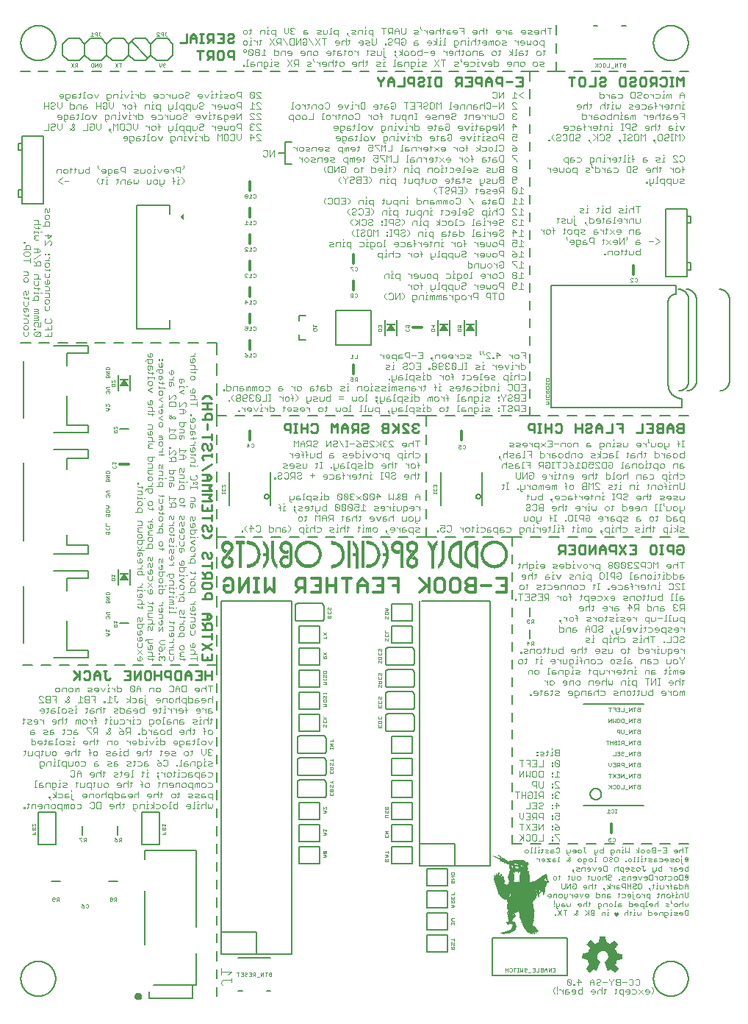
<source format=gbr>
G04 EAGLE Gerber RS-274X export*
G75*
%MOMM*%
%FSLAX34Y34*%
%LPD*%
%INSilkscreen Bottom*%
%IPPOS*%
%AMOC8*
5,1,8,0,0,1.08239X$1,22.5*%
G01*
%ADD10C,0.152400*%
%ADD11C,0.228600*%
%ADD12C,0.076200*%
%ADD13C,0.355600*%
%ADD14C,0.050800*%
%ADD15C,0.101600*%
%ADD16C,0.254000*%
%ADD17C,0.127000*%
%ADD18C,0.203200*%
%ADD19C,0.304800*%
%ADD20R,1.000000X0.200000*%
%ADD21C,0.400000*%
%ADD22R,0.304800X0.025400*%
%ADD23R,0.177800X0.025400*%
%ADD24R,0.152400X0.025400*%
%ADD25R,0.050800X0.025400*%
%ADD26R,0.330200X0.025400*%
%ADD27R,0.406400X0.025400*%
%ADD28R,0.025400X0.025400*%
%ADD29R,0.203200X0.025400*%
%ADD30R,0.076200X0.025400*%
%ADD31R,0.584200X0.025400*%
%ADD32R,0.558800X0.025400*%
%ADD33R,0.381000X0.025400*%
%ADD34R,0.101600X0.025400*%
%ADD35R,0.508000X0.025400*%
%ADD36R,0.812800X0.025400*%
%ADD37R,0.431800X0.025400*%
%ADD38R,0.660400X0.025400*%
%ADD39R,0.355600X0.025400*%
%ADD40R,0.457200X0.025400*%
%ADD41R,0.609600X0.025400*%
%ADD42R,0.533400X0.025400*%
%ADD43R,0.635000X0.025400*%
%ADD44R,0.990600X0.025400*%
%ADD45R,0.127000X0.025400*%
%ADD46R,0.736600X0.025400*%
%ADD47R,0.711200X0.025400*%
%ADD48R,1.117600X0.025400*%
%ADD49R,0.965200X0.025400*%
%ADD50R,0.787400X0.025400*%
%ADD51R,1.244600X0.025400*%
%ADD52R,0.863600X0.025400*%
%ADD53R,0.838200X0.025400*%
%ADD54R,1.346200X0.025400*%
%ADD55R,0.228600X0.025400*%
%ADD56R,0.939800X0.025400*%
%ADD57R,1.219200X0.025400*%
%ADD58R,0.889000X0.025400*%
%ADD59R,0.914400X0.025400*%
%ADD60R,1.447800X0.025400*%
%ADD61R,0.762000X0.025400*%
%ADD62R,0.254000X0.025400*%
%ADD63R,0.685800X0.025400*%
%ADD64R,1.549400X0.025400*%
%ADD65R,0.279400X0.025400*%
%ADD66R,1.041400X0.025400*%
%ADD67R,1.016000X0.025400*%
%ADD68R,1.651000X0.025400*%
%ADD69R,1.066800X0.025400*%
%ADD70R,1.701800X0.025400*%
%ADD71R,1.625600X0.025400*%
%ADD72R,1.803400X0.025400*%
%ADD73R,1.168400X0.025400*%
%ADD74R,1.143000X0.025400*%
%ADD75R,1.854200X0.025400*%
%ADD76R,1.778000X0.025400*%
%ADD77R,1.193800X0.025400*%
%ADD78R,0.482600X0.025400*%
%ADD79R,1.930400X0.025400*%
%ADD80R,1.092200X0.025400*%
%ADD81R,1.879600X0.025400*%
%ADD82R,1.828800X0.025400*%
%ADD83R,1.752600X0.025400*%
%ADD84R,1.727200X0.025400*%
%ADD85R,1.676400X0.025400*%
%ADD86R,1.600200X0.025400*%
%ADD87R,1.574800X0.025400*%
%ADD88R,1.498600X0.025400*%
%ADD89R,1.473200X0.025400*%
%ADD90R,1.397000X0.025400*%
%ADD91R,1.295400X0.025400*%
%ADD92R,1.270000X0.025400*%
%ADD93R,1.371600X0.025400*%
%ADD94R,1.320800X0.025400*%
%ADD95R,1.422400X0.025400*%
%ADD96R,1.524000X0.025400*%
%ADD97R,2.946400X0.025400*%
%ADD98R,2.895600X0.025400*%
%ADD99R,2.870200X0.025400*%
%ADD100R,2.921000X0.025400*%
%ADD101R,2.971800X0.025400*%
%ADD102R,2.997200X0.025400*%
%ADD103R,3.022600X0.025400*%
%ADD104R,3.048000X0.025400*%
%ADD105R,3.073400X0.025400*%
%ADD106R,3.098800X0.025400*%
%ADD107R,3.124200X0.025400*%
%ADD108R,3.175000X0.025400*%
%ADD109R,3.149600X0.025400*%
%ADD110R,4.394200X0.025400*%
%ADD111R,4.419600X0.025400*%
%ADD112R,4.445000X0.025400*%
%ADD113R,4.927600X0.025400*%
%ADD114R,5.486400X0.025400*%
%ADD115R,5.511800X0.025400*%
%ADD116R,5.562600X0.025400*%
%ADD117R,5.588000X0.025400*%
%ADD118R,5.613400X0.025400*%
%ADD119R,5.638800X0.025400*%
%ADD120R,5.664200X0.025400*%
%ADD121R,5.689600X0.025400*%
%ADD122R,5.715000X0.025400*%
%ADD123R,5.765800X0.025400*%
%ADD124R,4.114800X0.025400*%
%ADD125R,4.064000X0.025400*%
%ADD126R,2.717800X0.025400*%
%ADD127R,2.590800X0.025400*%
%ADD128R,2.438400X0.025400*%
%ADD129R,2.362200X0.025400*%
%ADD130R,2.336800X0.025400*%
%ADD131R,2.463800X0.025400*%
%ADD132R,2.413000X0.025400*%
%ADD133R,2.032000X0.025400*%
%ADD134R,2.006600X0.025400*%
%ADD135R,1.905000X0.025400*%
%ADD136R,2.082800X0.025400*%
%ADD137R,2.108200X0.025400*%
%ADD138R,1.955800X0.025400*%

G36*
X684700Y29732D02*
X684700Y29732D01*
X684752Y29737D01*
X684774Y29751D01*
X684785Y29753D01*
X684793Y29762D01*
X684822Y29780D01*
X685711Y30542D01*
X685712Y30543D01*
X685714Y30545D01*
X686857Y31561D01*
X686860Y31565D01*
X686868Y31571D01*
X687757Y32460D01*
X687760Y32464D01*
X687767Y32471D01*
X688783Y33614D01*
X688799Y33646D01*
X688813Y33662D01*
X688815Y33678D01*
X688839Y33717D01*
X688839Y33730D01*
X688844Y33741D01*
X688837Y33800D01*
X688836Y33858D01*
X688828Y33873D01*
X688827Y33881D01*
X688819Y33891D01*
X688799Y33931D01*
X685213Y38877D01*
X686019Y40258D01*
X686020Y40264D01*
X686027Y40273D01*
X686535Y41289D01*
X686537Y41301D01*
X686551Y41329D01*
X686932Y42599D01*
X686932Y42600D01*
X686933Y42602D01*
X687396Y44226D01*
X693461Y45216D01*
X693520Y45244D01*
X693580Y45270D01*
X693583Y45274D01*
X693588Y45277D01*
X693623Y45332D01*
X693660Y45386D01*
X693661Y45393D01*
X693663Y45396D01*
X693663Y45405D01*
X693673Y45466D01*
X693673Y51054D01*
X693655Y51117D01*
X693639Y51181D01*
X693636Y51184D01*
X693634Y51189D01*
X693585Y51233D01*
X693538Y51278D01*
X693531Y51280D01*
X693529Y51283D01*
X693520Y51284D01*
X693461Y51304D01*
X687375Y52298D01*
X687056Y53043D01*
X686679Y54423D01*
X686673Y54433D01*
X686665Y54462D01*
X685903Y56113D01*
X685897Y56120D01*
X685890Y56137D01*
X685212Y57268D01*
X688676Y62341D01*
X688696Y62400D01*
X688719Y62459D01*
X688717Y62467D01*
X688720Y62475D01*
X688705Y62536D01*
X688694Y62597D01*
X688687Y62606D01*
X688686Y62612D01*
X688677Y62620D01*
X688646Y62663D01*
X688017Y63293D01*
X687005Y64430D01*
X687001Y64433D01*
X686995Y64441D01*
X685725Y65711D01*
X685716Y65716D01*
X685701Y65732D01*
X684558Y66621D01*
X684511Y66640D01*
X684468Y66666D01*
X684447Y66665D01*
X684428Y66673D01*
X684378Y66664D01*
X684327Y66663D01*
X684301Y66649D01*
X684289Y66647D01*
X684280Y66639D01*
X684254Y66626D01*
X679307Y63039D01*
X677671Y63974D01*
X677660Y63976D01*
X677639Y63989D01*
X676369Y64497D01*
X676364Y64498D01*
X676355Y64502D01*
X674595Y65089D01*
X673604Y71035D01*
X673581Y71082D01*
X673565Y71133D01*
X673551Y71145D01*
X673543Y71162D01*
X673498Y71190D01*
X673458Y71224D01*
X673433Y71231D01*
X673423Y71237D01*
X673411Y71236D01*
X673379Y71245D01*
X672109Y71372D01*
X672101Y71371D01*
X672084Y71373D01*
X669163Y71373D01*
X669156Y71371D01*
X669142Y71372D01*
X667618Y71245D01*
X667568Y71226D01*
X667517Y71215D01*
X667504Y71202D01*
X667486Y71195D01*
X667455Y71153D01*
X667417Y71115D01*
X667409Y71091D01*
X667402Y71082D01*
X667401Y71070D01*
X667390Y71039D01*
X666277Y64981D01*
X665298Y64763D01*
X665287Y64757D01*
X665250Y64747D01*
X662964Y63731D01*
X662958Y63727D01*
X662944Y63721D01*
X661940Y63164D01*
X656863Y66755D01*
X656821Y66769D01*
X656784Y66792D01*
X656756Y66792D01*
X656730Y66801D01*
X656687Y66791D01*
X656643Y66790D01*
X656605Y66772D01*
X656593Y66769D01*
X656587Y66762D01*
X656570Y66754D01*
X655681Y66119D01*
X655676Y66113D01*
X655661Y66104D01*
X654645Y65215D01*
X654642Y65210D01*
X654633Y65203D01*
X653363Y63933D01*
X653359Y63925D01*
X653344Y63912D01*
X652328Y62642D01*
X652308Y62594D01*
X652281Y62550D01*
X652282Y62530D01*
X652274Y62512D01*
X652283Y62461D01*
X652284Y62409D01*
X652296Y62384D01*
X652298Y62373D01*
X652306Y62364D01*
X652320Y62336D01*
X655787Y57508D01*
X655732Y57398D01*
X654847Y55881D01*
X654845Y55872D01*
X654835Y55858D01*
X654200Y54461D01*
X654199Y54451D01*
X654189Y54430D01*
X653726Y52926D01*
X647654Y51811D01*
X647609Y51788D01*
X647560Y51773D01*
X647547Y51757D01*
X647528Y51748D01*
X647502Y51704D01*
X647469Y51666D01*
X647461Y51638D01*
X647455Y51627D01*
X647456Y51616D01*
X647448Y51587D01*
X647321Y50317D01*
X647321Y50316D01*
X647321Y50315D01*
X647194Y48918D01*
X647195Y48910D01*
X647193Y48895D01*
X647193Y45974D01*
X647210Y45913D01*
X647224Y45852D01*
X647230Y45846D01*
X647232Y45839D01*
X647279Y45797D01*
X647324Y45752D01*
X647333Y45749D01*
X647337Y45745D01*
X647348Y45743D01*
X647400Y45725D01*
X653463Y44611D01*
X653931Y42738D01*
X653935Y42732D01*
X653937Y42719D01*
X654445Y41195D01*
X654452Y41184D01*
X654466Y41147D01*
X655274Y39762D01*
X651683Y34561D01*
X651667Y34515D01*
X651644Y34473D01*
X651645Y34450D01*
X651638Y34427D01*
X651649Y34381D01*
X651652Y34333D01*
X651669Y34303D01*
X651672Y34290D01*
X651679Y34283D01*
X651691Y34262D01*
X652580Y33119D01*
X652585Y33115D01*
X652591Y33106D01*
X653607Y31963D01*
X653611Y31960D01*
X653617Y31952D01*
X654506Y31063D01*
X654511Y31060D01*
X654518Y31051D01*
X655534Y30162D01*
X655585Y30139D01*
X655632Y30109D01*
X655648Y30109D01*
X655662Y30103D01*
X655717Y30110D01*
X655773Y30110D01*
X655792Y30119D01*
X655802Y30121D01*
X655812Y30129D01*
X655846Y30146D01*
X660784Y33602D01*
X662165Y32682D01*
X662177Y32678D01*
X662208Y32659D01*
X663732Y32024D01*
X663749Y32022D01*
X663765Y32013D01*
X663818Y32014D01*
X663872Y32008D01*
X663888Y32016D01*
X663905Y32017D01*
X663950Y32046D01*
X663998Y32070D01*
X664008Y32085D01*
X664023Y32095D01*
X664064Y32164D01*
X668001Y42070D01*
X668007Y42134D01*
X668017Y42197D01*
X668014Y42203D01*
X668015Y42211D01*
X667986Y42268D01*
X667961Y42326D01*
X667954Y42332D01*
X667951Y42337D01*
X667942Y42342D01*
X667900Y42379D01*
X666757Y43088D01*
X665802Y43997D01*
X665052Y45082D01*
X664539Y46297D01*
X664285Y47591D01*
X664299Y48909D01*
X664583Y50197D01*
X665123Y51400D01*
X665897Y52467D01*
X666872Y53355D01*
X668008Y54025D01*
X669256Y54449D01*
X670564Y54609D01*
X671917Y54490D01*
X673212Y54083D01*
X674389Y53409D01*
X675395Y52498D01*
X676183Y51393D01*
X676716Y50145D01*
X676969Y48812D01*
X676931Y47455D01*
X676604Y46138D01*
X676002Y44922D01*
X675153Y43863D01*
X674098Y43010D01*
X672860Y42390D01*
X672809Y42343D01*
X672757Y42296D01*
X672757Y42295D01*
X672756Y42295D01*
X672738Y42227D01*
X672720Y42160D01*
X672720Y42159D01*
X672720Y42157D01*
X672734Y42080D01*
X676290Y31920D01*
X676310Y31893D01*
X676320Y31861D01*
X676350Y31837D01*
X676372Y31806D01*
X676403Y31793D01*
X676429Y31771D01*
X676467Y31767D01*
X676502Y31752D01*
X676535Y31758D01*
X676569Y31754D01*
X676635Y31776D01*
X676641Y31777D01*
X676642Y31778D01*
X676646Y31779D01*
X679433Y33233D01*
X684514Y29763D01*
X684565Y29746D01*
X684612Y29723D01*
X684631Y29725D01*
X684648Y29719D01*
X684700Y29732D01*
G37*
G36*
X428791Y769155D02*
X428791Y769155D01*
X428863Y769155D01*
X428931Y769175D01*
X429002Y769185D01*
X429067Y769214D01*
X429136Y769234D01*
X429196Y769272D01*
X429261Y769301D01*
X429316Y769347D01*
X429376Y769385D01*
X429424Y769439D01*
X429478Y769485D01*
X429518Y769544D01*
X429565Y769598D01*
X429596Y769662D01*
X429636Y769721D01*
X429657Y769790D01*
X429688Y769854D01*
X429700Y769924D01*
X429721Y769992D01*
X429723Y770064D01*
X429735Y770135D01*
X429727Y770205D01*
X429729Y770276D01*
X429710Y770346D01*
X429702Y770417D01*
X429677Y770472D01*
X429657Y770551D01*
X429596Y770654D01*
X429565Y770723D01*
X427565Y773723D01*
X427488Y773810D01*
X427415Y773900D01*
X427393Y773915D01*
X427375Y773935D01*
X427278Y773997D01*
X427183Y774064D01*
X427157Y774072D01*
X427135Y774087D01*
X427024Y774119D01*
X426914Y774157D01*
X426887Y774158D01*
X426862Y774165D01*
X426746Y774165D01*
X426630Y774171D01*
X426604Y774165D01*
X426577Y774165D01*
X426466Y774133D01*
X426353Y774107D01*
X426330Y774094D01*
X426304Y774086D01*
X426206Y774024D01*
X426105Y773968D01*
X426089Y773950D01*
X426064Y773935D01*
X425879Y773727D01*
X425875Y773723D01*
X423875Y770723D01*
X423844Y770659D01*
X423805Y770599D01*
X423783Y770531D01*
X423752Y770467D01*
X423740Y770396D01*
X423719Y770328D01*
X423717Y770257D01*
X423705Y770187D01*
X423713Y770115D01*
X423711Y770044D01*
X423729Y769975D01*
X423738Y769904D01*
X423765Y769838D01*
X423783Y769769D01*
X423820Y769708D01*
X423847Y769642D01*
X423892Y769586D01*
X423929Y769524D01*
X423980Y769475D01*
X424025Y769420D01*
X424084Y769379D01*
X424136Y769330D01*
X424199Y769297D01*
X424257Y769256D01*
X424325Y769233D01*
X424389Y769200D01*
X424448Y769190D01*
X424526Y769163D01*
X424645Y769157D01*
X424720Y769145D01*
X428720Y769145D01*
X428791Y769155D01*
G37*
G36*
X489751Y769155D02*
X489751Y769155D01*
X489823Y769155D01*
X489891Y769175D01*
X489962Y769185D01*
X490027Y769214D01*
X490096Y769234D01*
X490156Y769272D01*
X490221Y769301D01*
X490276Y769347D01*
X490336Y769385D01*
X490384Y769439D01*
X490438Y769485D01*
X490478Y769544D01*
X490525Y769598D01*
X490556Y769662D01*
X490596Y769721D01*
X490617Y769790D01*
X490648Y769854D01*
X490660Y769924D01*
X490681Y769992D01*
X490683Y770064D01*
X490695Y770135D01*
X490687Y770205D01*
X490689Y770276D01*
X490670Y770346D01*
X490662Y770417D01*
X490637Y770472D01*
X490617Y770551D01*
X490556Y770654D01*
X490525Y770723D01*
X488525Y773723D01*
X488448Y773810D01*
X488375Y773900D01*
X488353Y773915D01*
X488335Y773935D01*
X488238Y773997D01*
X488143Y774064D01*
X488117Y774072D01*
X488095Y774087D01*
X487984Y774119D01*
X487874Y774157D01*
X487847Y774158D01*
X487822Y774165D01*
X487706Y774165D01*
X487590Y774171D01*
X487564Y774165D01*
X487537Y774165D01*
X487426Y774133D01*
X487313Y774107D01*
X487290Y774094D01*
X487264Y774086D01*
X487166Y774024D01*
X487065Y773968D01*
X487049Y773950D01*
X487024Y773935D01*
X486839Y773727D01*
X486835Y773723D01*
X484835Y770723D01*
X484804Y770659D01*
X484765Y770599D01*
X484743Y770531D01*
X484712Y770467D01*
X484700Y770396D01*
X484679Y770328D01*
X484677Y770257D01*
X484665Y770187D01*
X484673Y770115D01*
X484671Y770044D01*
X484689Y769975D01*
X484698Y769904D01*
X484725Y769838D01*
X484743Y769769D01*
X484780Y769708D01*
X484807Y769642D01*
X484852Y769586D01*
X484889Y769524D01*
X484940Y769475D01*
X484985Y769420D01*
X485044Y769379D01*
X485096Y769330D01*
X485159Y769297D01*
X485217Y769256D01*
X485285Y769233D01*
X485349Y769200D01*
X485408Y769190D01*
X485486Y769163D01*
X485605Y769157D01*
X485680Y769145D01*
X489680Y769145D01*
X489751Y769155D01*
G37*
G36*
X520231Y769155D02*
X520231Y769155D01*
X520303Y769155D01*
X520371Y769175D01*
X520442Y769185D01*
X520507Y769214D01*
X520576Y769234D01*
X520636Y769272D01*
X520701Y769301D01*
X520756Y769347D01*
X520816Y769385D01*
X520864Y769439D01*
X520918Y769485D01*
X520958Y769544D01*
X521005Y769598D01*
X521036Y769662D01*
X521076Y769721D01*
X521097Y769790D01*
X521128Y769854D01*
X521140Y769924D01*
X521161Y769992D01*
X521163Y770064D01*
X521175Y770135D01*
X521167Y770205D01*
X521169Y770276D01*
X521150Y770346D01*
X521142Y770417D01*
X521117Y770472D01*
X521097Y770551D01*
X521036Y770654D01*
X521005Y770723D01*
X519005Y773723D01*
X518928Y773810D01*
X518855Y773900D01*
X518833Y773915D01*
X518815Y773935D01*
X518718Y773997D01*
X518623Y774064D01*
X518597Y774072D01*
X518575Y774087D01*
X518464Y774119D01*
X518354Y774157D01*
X518327Y774158D01*
X518302Y774165D01*
X518186Y774165D01*
X518070Y774171D01*
X518044Y774165D01*
X518017Y774165D01*
X517906Y774133D01*
X517793Y774107D01*
X517770Y774094D01*
X517744Y774086D01*
X517646Y774024D01*
X517545Y773968D01*
X517529Y773950D01*
X517504Y773935D01*
X517319Y773727D01*
X517315Y773723D01*
X515315Y770723D01*
X515284Y770659D01*
X515245Y770599D01*
X515223Y770531D01*
X515192Y770467D01*
X515180Y770396D01*
X515159Y770328D01*
X515157Y770257D01*
X515145Y770187D01*
X515153Y770115D01*
X515151Y770044D01*
X515169Y769975D01*
X515178Y769904D01*
X515205Y769838D01*
X515223Y769769D01*
X515260Y769708D01*
X515287Y769642D01*
X515332Y769586D01*
X515369Y769524D01*
X515420Y769475D01*
X515465Y769420D01*
X515524Y769379D01*
X515576Y769330D01*
X515639Y769297D01*
X515697Y769256D01*
X515765Y769233D01*
X515829Y769200D01*
X515888Y769190D01*
X515966Y769163D01*
X516085Y769157D01*
X516160Y769145D01*
X520160Y769145D01*
X520231Y769155D01*
G37*
G36*
X121451Y705655D02*
X121451Y705655D01*
X121523Y705655D01*
X121591Y705675D01*
X121662Y705685D01*
X121727Y705714D01*
X121796Y705734D01*
X121856Y705772D01*
X121921Y705801D01*
X121976Y705847D01*
X122036Y705885D01*
X122084Y705939D01*
X122138Y705985D01*
X122178Y706044D01*
X122225Y706098D01*
X122256Y706162D01*
X122296Y706221D01*
X122317Y706290D01*
X122348Y706354D01*
X122360Y706424D01*
X122381Y706492D01*
X122383Y706564D01*
X122395Y706635D01*
X122387Y706705D01*
X122389Y706776D01*
X122370Y706846D01*
X122362Y706917D01*
X122337Y706972D01*
X122317Y707051D01*
X122256Y707154D01*
X122225Y707223D01*
X120225Y710223D01*
X120148Y710310D01*
X120075Y710400D01*
X120053Y710415D01*
X120035Y710435D01*
X119938Y710497D01*
X119843Y710564D01*
X119817Y710572D01*
X119795Y710587D01*
X119684Y710619D01*
X119574Y710657D01*
X119547Y710658D01*
X119522Y710665D01*
X119406Y710665D01*
X119290Y710671D01*
X119264Y710665D01*
X119237Y710665D01*
X119126Y710633D01*
X119013Y710607D01*
X118990Y710594D01*
X118964Y710586D01*
X118866Y710524D01*
X118765Y710468D01*
X118749Y710450D01*
X118724Y710435D01*
X118539Y710227D01*
X118535Y710223D01*
X116535Y707223D01*
X116504Y707159D01*
X116465Y707099D01*
X116443Y707031D01*
X116412Y706967D01*
X116400Y706896D01*
X116379Y706828D01*
X116377Y706757D01*
X116365Y706687D01*
X116373Y706615D01*
X116371Y706544D01*
X116389Y706475D01*
X116398Y706404D01*
X116425Y706338D01*
X116443Y706269D01*
X116480Y706208D01*
X116507Y706142D01*
X116552Y706086D01*
X116589Y706024D01*
X116640Y705975D01*
X116685Y705920D01*
X116744Y705879D01*
X116796Y705830D01*
X116859Y705797D01*
X116917Y705756D01*
X116985Y705733D01*
X117049Y705700D01*
X117108Y705690D01*
X117186Y705663D01*
X117305Y705657D01*
X117380Y705645D01*
X121380Y705645D01*
X121451Y705655D01*
G37*
G36*
X121451Y482135D02*
X121451Y482135D01*
X121523Y482135D01*
X121591Y482155D01*
X121662Y482165D01*
X121727Y482194D01*
X121796Y482214D01*
X121856Y482252D01*
X121921Y482281D01*
X121976Y482327D01*
X122036Y482365D01*
X122084Y482419D01*
X122138Y482465D01*
X122178Y482524D01*
X122225Y482578D01*
X122256Y482642D01*
X122296Y482701D01*
X122317Y482770D01*
X122348Y482834D01*
X122360Y482904D01*
X122381Y482972D01*
X122383Y483044D01*
X122395Y483115D01*
X122387Y483185D01*
X122389Y483256D01*
X122370Y483326D01*
X122362Y483397D01*
X122337Y483452D01*
X122317Y483531D01*
X122256Y483634D01*
X122225Y483703D01*
X120225Y486703D01*
X120148Y486790D01*
X120075Y486880D01*
X120053Y486895D01*
X120035Y486915D01*
X119938Y486977D01*
X119843Y487044D01*
X119817Y487052D01*
X119795Y487067D01*
X119684Y487099D01*
X119574Y487137D01*
X119547Y487138D01*
X119522Y487145D01*
X119406Y487145D01*
X119290Y487151D01*
X119264Y487145D01*
X119237Y487145D01*
X119126Y487113D01*
X119013Y487087D01*
X118990Y487074D01*
X118964Y487066D01*
X118866Y487004D01*
X118765Y486948D01*
X118749Y486930D01*
X118724Y486915D01*
X118539Y486707D01*
X118535Y486703D01*
X116535Y483703D01*
X116504Y483639D01*
X116465Y483579D01*
X116443Y483511D01*
X116412Y483447D01*
X116400Y483376D01*
X116379Y483308D01*
X116377Y483237D01*
X116365Y483167D01*
X116373Y483095D01*
X116371Y483024D01*
X116389Y482955D01*
X116398Y482884D01*
X116425Y482818D01*
X116443Y482749D01*
X116480Y482688D01*
X116507Y482622D01*
X116552Y482566D01*
X116589Y482504D01*
X116640Y482455D01*
X116685Y482400D01*
X116744Y482359D01*
X116796Y482310D01*
X116859Y482277D01*
X116917Y482236D01*
X116985Y482213D01*
X117049Y482180D01*
X117108Y482170D01*
X117186Y482143D01*
X117305Y482137D01*
X117380Y482125D01*
X121380Y482125D01*
X121451Y482135D01*
G37*
G36*
X187619Y896371D02*
X187619Y896371D01*
X187693Y896373D01*
X187729Y896388D01*
X187769Y896394D01*
X187833Y896430D01*
X187900Y896458D01*
X187930Y896484D01*
X187965Y896504D01*
X188012Y896560D01*
X188066Y896609D01*
X188084Y896644D01*
X188110Y896675D01*
X188135Y896743D01*
X188169Y896809D01*
X188175Y896854D01*
X188187Y896885D01*
X188187Y896930D01*
X188196Y896994D01*
X188196Y902074D01*
X188184Y902140D01*
X188183Y902199D01*
X188180Y902205D01*
X188179Y902219D01*
X188164Y902256D01*
X188157Y902295D01*
X188119Y902358D01*
X188100Y902403D01*
X188098Y902406D01*
X188098Y902407D01*
X188090Y902425D01*
X188063Y902454D01*
X188042Y902488D01*
X187986Y902534D01*
X187935Y902587D01*
X187899Y902604D01*
X187868Y902629D01*
X187799Y902653D01*
X187733Y902685D01*
X187693Y902689D01*
X187656Y902701D01*
X187583Y902699D01*
X187562Y902702D01*
X187555Y902702D01*
X187553Y902702D01*
X187510Y902706D01*
X187471Y902696D01*
X187431Y902695D01*
X187366Y902668D01*
X187335Y902663D01*
X187325Y902657D01*
X187293Y902648D01*
X187255Y902623D01*
X187224Y902610D01*
X187191Y902581D01*
X187153Y902555D01*
X187141Y902548D01*
X187140Y902547D01*
X187137Y902545D01*
X184327Y900005D01*
X184267Y899927D01*
X184204Y899853D01*
X184199Y899839D01*
X184189Y899827D01*
X184160Y899734D01*
X184127Y899643D01*
X184127Y899627D01*
X184123Y899613D01*
X184128Y899515D01*
X184128Y899418D01*
X184134Y899404D01*
X184135Y899389D01*
X184173Y899299D01*
X184208Y899208D01*
X184217Y899197D01*
X184219Y899193D01*
X184220Y899191D01*
X184224Y899183D01*
X184257Y899148D01*
X184327Y899063D01*
X187137Y896523D01*
X187199Y896485D01*
X187256Y896439D01*
X187293Y896426D01*
X187327Y896405D01*
X187399Y896390D01*
X187468Y896367D01*
X187508Y896368D01*
X187547Y896360D01*
X187619Y896371D01*
G37*
D10*
X226060Y2540D02*
X226060Y13119D01*
X226060Y23119D02*
X226060Y33698D01*
X226060Y43698D02*
X226060Y54277D01*
X226060Y64277D02*
X226060Y74856D01*
X226060Y84856D02*
X226060Y95435D01*
X226060Y105435D02*
X226060Y116014D01*
X226060Y126014D02*
X226060Y136593D01*
X226060Y146593D02*
X226060Y157172D01*
X226060Y167172D02*
X226060Y177751D01*
X226060Y187751D02*
X226060Y198329D01*
X226060Y208329D02*
X226060Y218908D01*
X226060Y228908D02*
X226060Y239487D01*
X226060Y249487D02*
X226060Y260066D01*
X226060Y270066D02*
X226060Y280645D01*
X226060Y290645D02*
X226060Y301224D01*
X226060Y311224D02*
X226060Y321803D01*
X226060Y331803D02*
X226060Y342382D01*
X226060Y352382D02*
X226060Y362961D01*
X226060Y372961D02*
X226060Y383540D01*
X214831Y383540D01*
X204831Y383540D02*
X193602Y383540D01*
X183602Y383540D02*
X172373Y383540D01*
X162373Y383540D02*
X151144Y383540D01*
X141144Y383540D02*
X129915Y383540D01*
X119915Y383540D02*
X108685Y383540D01*
X98685Y383540D02*
X87456Y383540D01*
X77456Y383540D02*
X66227Y383540D01*
X56227Y383540D02*
X44998Y383540D01*
X34998Y383540D02*
X23769Y383540D01*
X13769Y383540D02*
X2540Y383540D01*
D11*
X219837Y377326D02*
X219837Y366903D01*
X219837Y372114D02*
X212888Y372114D01*
X212888Y366903D02*
X212888Y377326D01*
X208143Y377326D02*
X201194Y377326D01*
X208143Y377326D02*
X208143Y366903D01*
X201194Y366903D01*
X204669Y372114D02*
X208143Y372114D01*
X196449Y373852D02*
X196449Y366903D01*
X196449Y373852D02*
X192975Y377326D01*
X189500Y373852D01*
X189500Y366903D01*
X189500Y372114D02*
X196449Y372114D01*
X184755Y377326D02*
X184755Y366903D01*
X179544Y366903D01*
X177807Y368640D01*
X177807Y375589D01*
X179544Y377326D01*
X184755Y377326D01*
X173061Y377326D02*
X173061Y366903D01*
X173061Y377326D02*
X167850Y377326D01*
X166113Y375589D01*
X166113Y372114D01*
X167850Y370377D01*
X173061Y370377D01*
X161367Y366903D02*
X161367Y377326D01*
X161367Y372114D02*
X154419Y372114D01*
X154419Y366903D02*
X154419Y377326D01*
X147936Y377326D02*
X144462Y377326D01*
X147936Y377326D02*
X149673Y375589D01*
X149673Y368640D01*
X147936Y366903D01*
X144462Y366903D01*
X142725Y368640D01*
X142725Y375589D01*
X144462Y377326D01*
X137979Y377326D02*
X137979Y366903D01*
X131031Y366903D02*
X137979Y377326D01*
X131031Y377326D02*
X131031Y366903D01*
X126285Y377326D02*
X119337Y377326D01*
X126285Y377326D02*
X126285Y366903D01*
X119337Y366903D01*
X122811Y372114D02*
X126285Y372114D01*
X102897Y368640D02*
X101160Y366903D01*
X99423Y366903D01*
X97686Y368640D01*
X97686Y377326D01*
X99423Y377326D02*
X95949Y377326D01*
X91203Y373852D02*
X91203Y366903D01*
X91203Y373852D02*
X87729Y377326D01*
X84255Y373852D01*
X84255Y366903D01*
X84255Y372114D02*
X91203Y372114D01*
X74298Y377326D02*
X72561Y375589D01*
X74298Y377326D02*
X77772Y377326D01*
X79509Y375589D01*
X79509Y368640D01*
X77772Y366903D01*
X74298Y366903D01*
X72561Y368640D01*
X67815Y366903D02*
X67815Y377326D01*
X60867Y377326D02*
X67815Y370377D01*
X66078Y372114D02*
X60867Y366903D01*
X219846Y389763D02*
X219846Y396712D01*
X219846Y389763D02*
X209423Y389763D01*
X209423Y396712D01*
X214634Y393237D02*
X214634Y389763D01*
X219846Y401457D02*
X209423Y408406D01*
X209423Y401457D02*
X219846Y408406D01*
X219846Y416625D02*
X209423Y416625D01*
X219846Y413151D02*
X219846Y420100D01*
X219846Y424845D02*
X209423Y424845D01*
X219846Y424845D02*
X219846Y430056D01*
X218109Y431794D01*
X214634Y431794D01*
X212897Y430056D01*
X212897Y424845D01*
X212897Y428319D02*
X209423Y431794D01*
X209423Y436539D02*
X216372Y436539D01*
X219846Y440013D01*
X216372Y443487D01*
X209423Y443487D01*
X214634Y443487D02*
X214634Y436539D01*
X209423Y459927D02*
X219846Y459927D01*
X219846Y465138D01*
X218109Y466875D01*
X214634Y466875D01*
X212897Y465138D01*
X212897Y459927D01*
X219846Y473358D02*
X219846Y476832D01*
X219846Y473358D02*
X218109Y471621D01*
X211160Y471621D01*
X209423Y473358D01*
X209423Y476832D01*
X211160Y478569D01*
X218109Y478569D01*
X219846Y476832D01*
X219846Y483315D02*
X209423Y483315D01*
X219846Y483315D02*
X219846Y488526D01*
X218109Y490263D01*
X214634Y490263D01*
X212897Y488526D01*
X212897Y483315D01*
X212897Y486789D02*
X209423Y490263D01*
X209423Y498483D02*
X219846Y498483D01*
X219846Y495009D02*
X219846Y501957D01*
X219846Y511914D02*
X218109Y513651D01*
X219846Y511914D02*
X219846Y508440D01*
X218109Y506703D01*
X216372Y506703D01*
X214634Y508440D01*
X214634Y511914D01*
X212897Y513651D01*
X211160Y513651D01*
X209423Y511914D01*
X209423Y508440D01*
X211160Y506703D01*
X212897Y530091D02*
X209423Y533565D01*
X212897Y530091D02*
X216372Y530091D01*
X219846Y533565D01*
X219846Y543098D02*
X218109Y544835D01*
X219846Y543098D02*
X219846Y539624D01*
X218109Y537887D01*
X216372Y537887D01*
X214634Y539624D01*
X214634Y543098D01*
X212897Y544835D01*
X211160Y544835D01*
X209423Y543098D01*
X209423Y539624D01*
X211160Y537887D01*
X209423Y553055D02*
X219846Y553055D01*
X219846Y549581D02*
X219846Y556529D01*
X219846Y561275D02*
X219846Y568223D01*
X219846Y561275D02*
X209423Y561275D01*
X209423Y568223D01*
X214634Y564749D02*
X214634Y561275D01*
X209423Y572969D02*
X219846Y572969D01*
X216372Y576443D01*
X219846Y579917D01*
X209423Y579917D01*
X209423Y584662D02*
X219846Y584662D01*
X216372Y588137D01*
X219846Y591611D01*
X209423Y591611D01*
X209423Y596356D02*
X216372Y596356D01*
X219846Y599831D01*
X216372Y603305D01*
X209423Y603305D01*
X214634Y603305D02*
X214634Y596356D01*
X209423Y608050D02*
X219846Y614999D01*
X211160Y619744D02*
X209423Y621482D01*
X209423Y623219D01*
X211160Y624956D01*
X219846Y624956D01*
X219846Y623219D02*
X219846Y626693D01*
X219846Y636650D02*
X218109Y638387D01*
X219846Y636650D02*
X219846Y633175D01*
X218109Y631438D01*
X216372Y631438D01*
X214634Y633175D01*
X214634Y636650D01*
X212897Y638387D01*
X211160Y638387D01*
X209423Y636650D01*
X209423Y633175D01*
X211160Y631438D01*
X209423Y646607D02*
X219846Y646607D01*
X219846Y650081D02*
X219846Y643132D01*
X214634Y654826D02*
X214634Y661775D01*
X209423Y666520D02*
X219846Y666520D01*
X219846Y671732D01*
X218109Y673469D01*
X214634Y673469D01*
X212897Y671732D01*
X212897Y666520D01*
X209423Y678214D02*
X219846Y678214D01*
X214634Y678214D02*
X214634Y685163D01*
X209423Y685163D02*
X219846Y685163D01*
X212897Y693382D02*
X209423Y689908D01*
X212897Y693382D02*
X216372Y693382D01*
X219846Y689908D01*
D10*
X758300Y177800D02*
X769620Y177800D01*
X748300Y177800D02*
X736980Y177800D01*
X726980Y177800D02*
X715660Y177800D01*
X705660Y177800D02*
X694340Y177800D01*
X684340Y177800D02*
X673020Y177800D01*
X663020Y177800D02*
X651700Y177800D01*
X641700Y177800D02*
X630380Y177800D01*
X620380Y177800D02*
X609060Y177800D01*
X599060Y177800D02*
X587740Y177800D01*
X577740Y177800D02*
X566420Y177800D01*
X566420Y187970D01*
X566420Y197970D02*
X566420Y208140D01*
X566420Y218140D02*
X566420Y228310D01*
X566420Y238310D02*
X566420Y248480D01*
X566420Y258480D02*
X566420Y268650D01*
X566420Y278650D02*
X566420Y288820D01*
X566420Y298820D02*
X566420Y308990D01*
X566420Y318990D02*
X566420Y329160D01*
X566420Y339160D02*
X566420Y349330D01*
X566420Y359330D02*
X566420Y369500D01*
X566420Y379500D02*
X566420Y389670D01*
X566420Y399670D02*
X566420Y409840D01*
X566420Y419840D02*
X566420Y430010D01*
X566420Y440010D02*
X566420Y450180D01*
X566420Y460180D02*
X566420Y470350D01*
X566420Y480350D02*
X566420Y490520D01*
X566420Y500520D02*
X566420Y510690D01*
X566420Y520690D02*
X566420Y530860D01*
X577740Y530860D01*
X587740Y530860D02*
X599060Y530860D01*
X609060Y530860D02*
X620380Y530860D01*
X630380Y530860D02*
X641700Y530860D01*
X651700Y530860D02*
X663020Y530860D01*
X673020Y530860D02*
X684340Y530860D01*
X694340Y530860D02*
X705660Y530860D01*
X715660Y530860D02*
X726980Y530860D01*
X736980Y530860D02*
X748300Y530860D01*
X758300Y530860D02*
X769620Y530860D01*
D11*
X758186Y522106D02*
X756448Y520369D01*
X758186Y522106D02*
X761660Y522106D01*
X763397Y520369D01*
X763397Y513420D01*
X761660Y511683D01*
X758186Y511683D01*
X756448Y513420D01*
X756448Y516894D01*
X759923Y516894D01*
X751703Y511683D02*
X751703Y522106D01*
X746492Y522106D01*
X744754Y520369D01*
X744754Y516894D01*
X746492Y515157D01*
X751703Y515157D01*
X740009Y511683D02*
X736535Y511683D01*
X738272Y511683D02*
X738272Y522106D01*
X740009Y522106D02*
X736535Y522106D01*
X730476Y522106D02*
X727002Y522106D01*
X730476Y522106D02*
X732213Y520369D01*
X732213Y513420D01*
X730476Y511683D01*
X727002Y511683D01*
X725265Y513420D01*
X725265Y520369D01*
X727002Y522106D01*
X708825Y522106D02*
X701877Y522106D01*
X708825Y522106D02*
X708825Y511683D01*
X701877Y511683D01*
X705351Y516894D02*
X708825Y516894D01*
X697131Y522106D02*
X690183Y511683D01*
X697131Y511683D02*
X690183Y522106D01*
X685437Y522106D02*
X685437Y511683D01*
X685437Y522106D02*
X680226Y522106D01*
X678489Y520369D01*
X678489Y516894D01*
X680226Y515157D01*
X685437Y515157D01*
X673743Y511683D02*
X673743Y518632D01*
X670269Y522106D01*
X666795Y518632D01*
X666795Y511683D01*
X666795Y516894D02*
X673743Y516894D01*
X662049Y511683D02*
X662049Y522106D01*
X655101Y511683D01*
X655101Y522106D01*
X650355Y522106D02*
X650355Y511683D01*
X645144Y511683D01*
X643407Y513420D01*
X643407Y520369D01*
X645144Y522106D01*
X650355Y522106D01*
X638661Y522106D02*
X631713Y522106D01*
X638661Y522106D02*
X638661Y511683D01*
X631713Y511683D01*
X635187Y516894D02*
X638661Y516894D01*
X626967Y511683D02*
X626967Y522106D01*
X621756Y522106D01*
X620019Y520369D01*
X620019Y516894D01*
X621756Y515157D01*
X626967Y515157D01*
X623493Y515157D02*
X620019Y511683D01*
D12*
X761702Y502545D02*
X761702Y495173D01*
X764159Y502545D02*
X759244Y502545D01*
X756675Y502545D02*
X756675Y495173D01*
X756675Y498859D02*
X755446Y500088D01*
X752989Y500088D01*
X751760Y498859D01*
X751760Y495173D01*
X747962Y495173D02*
X745505Y495173D01*
X747962Y495173D02*
X749191Y496402D01*
X749191Y498859D01*
X747962Y500088D01*
X745505Y500088D01*
X744276Y498859D01*
X744276Y497630D01*
X749191Y497630D01*
X734222Y495173D02*
X734222Y502545D01*
X731765Y500088D01*
X729308Y502545D01*
X729308Y495173D01*
X723052Y502545D02*
X721823Y501317D01*
X723052Y502545D02*
X725510Y502545D01*
X726738Y501317D01*
X726738Y496402D01*
X725510Y495173D01*
X723052Y495173D01*
X721823Y496402D01*
X719254Y495173D02*
X719254Y502545D01*
X715568Y502545D01*
X714339Y501317D01*
X714339Y498859D01*
X715568Y497630D01*
X719254Y497630D01*
X711770Y495173D02*
X706855Y495173D01*
X711770Y495173D02*
X706855Y500088D01*
X706855Y501317D01*
X708084Y502545D01*
X710541Y502545D01*
X711770Y501317D01*
X704286Y501317D02*
X703057Y502545D01*
X700600Y502545D01*
X699371Y501317D01*
X699371Y500088D01*
X700600Y498859D01*
X701828Y498859D01*
X700600Y498859D02*
X699371Y497630D01*
X699371Y496402D01*
X700600Y495173D01*
X703057Y495173D01*
X704286Y496402D01*
X696802Y496402D02*
X696802Y501317D01*
X695573Y502545D01*
X693115Y502545D01*
X691887Y501317D01*
X691887Y496402D01*
X693115Y495173D01*
X695573Y495173D01*
X696802Y496402D01*
X691887Y501317D01*
X689317Y501317D02*
X689317Y496402D01*
X689317Y501317D02*
X688089Y502545D01*
X685631Y502545D01*
X684403Y501317D01*
X684403Y496402D01*
X685631Y495173D01*
X688089Y495173D01*
X689317Y496402D01*
X684403Y501317D01*
X681833Y501317D02*
X680605Y502545D01*
X678147Y502545D01*
X676918Y501317D01*
X676918Y500088D01*
X678147Y498859D01*
X676918Y497630D01*
X676918Y496402D01*
X678147Y495173D01*
X680605Y495173D01*
X681833Y496402D01*
X681833Y497630D01*
X680605Y498859D01*
X681833Y500088D01*
X681833Y501317D01*
X680605Y498859D02*
X678147Y498859D01*
X666865Y500088D02*
X666865Y492716D01*
X666865Y500088D02*
X663179Y500088D01*
X661950Y498859D01*
X661950Y496402D01*
X663179Y495173D01*
X666865Y495173D01*
X659381Y495173D02*
X659381Y500088D01*
X659381Y497630D02*
X656923Y500088D01*
X655695Y500088D01*
X651915Y495173D02*
X649458Y495173D01*
X648229Y496402D01*
X648229Y498859D01*
X649458Y500088D01*
X651915Y500088D01*
X653144Y498859D01*
X653144Y496402D01*
X651915Y495173D01*
X645660Y500088D02*
X643202Y495173D01*
X640745Y500088D01*
X638176Y500088D02*
X636947Y500088D01*
X636947Y495173D01*
X638176Y495173D02*
X635718Y495173D01*
X636947Y502545D02*
X636947Y503774D01*
X628271Y502545D02*
X628271Y495173D01*
X631958Y495173D01*
X633186Y496402D01*
X633186Y498859D01*
X631958Y500088D01*
X628271Y500088D01*
X624473Y495173D02*
X622016Y495173D01*
X624473Y495173D02*
X625702Y496402D01*
X625702Y498859D01*
X624473Y500088D01*
X622016Y500088D01*
X620787Y498859D01*
X620787Y497630D01*
X625702Y497630D01*
X618218Y495173D02*
X614532Y495173D01*
X613303Y496402D01*
X614532Y497630D01*
X616989Y497630D01*
X618218Y498859D01*
X616989Y500088D01*
X613303Y500088D01*
X602021Y495173D02*
X599564Y495173D01*
X602021Y495173D02*
X603250Y496402D01*
X603250Y498859D01*
X602021Y500088D01*
X599564Y500088D01*
X598335Y498859D01*
X598335Y497630D01*
X603250Y497630D01*
X595766Y500088D02*
X594537Y500088D01*
X594537Y495173D01*
X595766Y495173D02*
X593308Y495173D01*
X594537Y502545D02*
X594537Y503774D01*
X588319Y492716D02*
X587090Y492716D01*
X585861Y493944D01*
X585861Y500088D01*
X589547Y500088D01*
X590776Y498859D01*
X590776Y496402D01*
X589547Y495173D01*
X585861Y495173D01*
X583292Y495173D02*
X583292Y502545D01*
X582063Y500088D02*
X583292Y498859D01*
X582063Y500088D02*
X579606Y500088D01*
X578377Y498859D01*
X578377Y495173D01*
X574579Y496402D02*
X574579Y501317D01*
X574579Y496402D02*
X573350Y495173D01*
X573350Y500088D02*
X575808Y500088D01*
X760473Y487896D02*
X762930Y487896D01*
X760473Y487896D02*
X759244Y486667D01*
X759244Y482981D01*
X762930Y482981D01*
X764159Y484210D01*
X762930Y485438D01*
X759244Y485438D01*
X751760Y482981D02*
X751760Y490353D01*
X751760Y482981D02*
X755446Y482981D01*
X756675Y484210D01*
X756675Y486667D01*
X755446Y487896D01*
X751760Y487896D01*
X744276Y490353D02*
X744276Y482981D01*
X747962Y482981D01*
X749191Y484210D01*
X749191Y486667D01*
X747962Y487896D01*
X744276Y487896D01*
X741707Y487896D02*
X740478Y487896D01*
X740478Y482981D01*
X741707Y482981D02*
X739249Y482981D01*
X740478Y490353D02*
X740478Y491582D01*
X735488Y489125D02*
X735488Y484210D01*
X734260Y482981D01*
X734260Y487896D02*
X736717Y487896D01*
X731728Y487896D02*
X730499Y487896D01*
X730499Y482981D01*
X731728Y482981D02*
X729270Y482981D01*
X730499Y490353D02*
X730499Y491582D01*
X725510Y482981D02*
X723052Y482981D01*
X721823Y484210D01*
X721823Y486667D01*
X723052Y487896D01*
X725510Y487896D01*
X726738Y486667D01*
X726738Y484210D01*
X725510Y482981D01*
X719254Y482981D02*
X719254Y487896D01*
X715568Y487896D01*
X714339Y486667D01*
X714339Y482981D01*
X710541Y487896D02*
X708084Y487896D01*
X706855Y486667D01*
X706855Y482981D01*
X710541Y482981D01*
X711770Y484210D01*
X710541Y485438D01*
X706855Y485438D01*
X704286Y490353D02*
X703057Y490353D01*
X703057Y482981D01*
X704286Y482981D02*
X701828Y482981D01*
X688126Y490353D02*
X686897Y489125D01*
X688126Y490353D02*
X690583Y490353D01*
X691812Y489125D01*
X691812Y484210D01*
X690583Y482981D01*
X688126Y482981D01*
X686897Y484210D01*
X686897Y486667D01*
X689355Y486667D01*
X684328Y482981D02*
X684328Y490353D01*
X680642Y490353D01*
X679413Y489125D01*
X679413Y486667D01*
X680642Y485438D01*
X684328Y485438D01*
X676844Y482981D02*
X674386Y482981D01*
X675615Y482981D02*
X675615Y490353D01*
X676844Y490353D02*
X674386Y490353D01*
X670626Y490353D02*
X668168Y490353D01*
X670626Y490353D02*
X671854Y489125D01*
X671854Y484210D01*
X670626Y482981D01*
X668168Y482981D01*
X666940Y484210D01*
X666940Y489125D01*
X668168Y490353D01*
X656886Y487896D02*
X656886Y480524D01*
X656886Y487896D02*
X653200Y487896D01*
X651971Y486667D01*
X651971Y484210D01*
X653200Y482981D01*
X656886Y482981D01*
X649402Y487896D02*
X648173Y487896D01*
X648173Y482981D01*
X646945Y482981D02*
X649402Y482981D01*
X648173Y490353D02*
X648173Y491582D01*
X644413Y487896D02*
X644413Y482981D01*
X644413Y487896D02*
X640726Y487896D01*
X639498Y486667D01*
X639498Y482981D01*
X636928Y482981D02*
X633242Y482981D01*
X632014Y484210D01*
X633242Y485438D01*
X635700Y485438D01*
X636928Y486667D01*
X635700Y487896D01*
X632014Y487896D01*
X621960Y487896D02*
X619503Y482981D01*
X617045Y487896D01*
X614476Y487896D02*
X613247Y487896D01*
X613247Y482981D01*
X614476Y482981D02*
X612018Y482981D01*
X613247Y490353D02*
X613247Y491582D01*
X608258Y487896D02*
X605800Y487896D01*
X604572Y486667D01*
X604572Y482981D01*
X608258Y482981D01*
X609486Y484210D01*
X608258Y485438D01*
X604572Y485438D01*
X593289Y484210D02*
X593289Y489125D01*
X593289Y484210D02*
X592061Y482981D01*
X592061Y487896D02*
X594518Y487896D01*
X589529Y490353D02*
X589529Y482981D01*
X589529Y486667D02*
X588300Y487896D01*
X585843Y487896D01*
X584614Y486667D01*
X584614Y482981D01*
X580816Y482981D02*
X578358Y482981D01*
X580816Y482981D02*
X582045Y484210D01*
X582045Y486667D01*
X580816Y487896D01*
X578358Y487896D01*
X577130Y486667D01*
X577130Y485438D01*
X582045Y485438D01*
X761702Y470789D02*
X764159Y470789D01*
X762930Y470789D02*
X762930Y478161D01*
X761702Y478161D02*
X764159Y478161D01*
X759170Y470789D02*
X754255Y470789D01*
X759170Y470789D02*
X754255Y475704D01*
X754255Y476933D01*
X755483Y478161D01*
X757941Y478161D01*
X759170Y476933D01*
X747999Y478161D02*
X746771Y476933D01*
X747999Y478161D02*
X750457Y478161D01*
X751685Y476933D01*
X751685Y472018D01*
X750457Y470789D01*
X747999Y470789D01*
X746771Y472018D01*
X736717Y475704D02*
X735488Y475704D01*
X735488Y470789D01*
X734260Y470789D02*
X736717Y470789D01*
X735488Y478161D02*
X735488Y479390D01*
X731728Y475704D02*
X731728Y470789D01*
X731728Y475704D02*
X728042Y475704D01*
X726813Y474475D01*
X726813Y470789D01*
X723015Y472018D02*
X723015Y476933D01*
X723015Y472018D02*
X721786Y470789D01*
X721786Y475704D02*
X724244Y475704D01*
X718025Y470789D02*
X715568Y470789D01*
X718025Y470789D02*
X719254Y472018D01*
X719254Y474475D01*
X718025Y475704D01*
X715568Y475704D01*
X714339Y474475D01*
X714339Y473246D01*
X719254Y473246D01*
X711770Y470789D02*
X711770Y475704D01*
X709313Y475704D02*
X711770Y473246D01*
X709313Y475704D02*
X708084Y475704D01*
X704304Y476933D02*
X704304Y470789D01*
X704304Y476933D02*
X703076Y478161D01*
X703076Y474475D02*
X705533Y474475D01*
X699315Y475704D02*
X696858Y475704D01*
X695629Y474475D01*
X695629Y470789D01*
X699315Y470789D01*
X700544Y472018D01*
X699315Y473246D01*
X695629Y473246D01*
X691831Y475704D02*
X688145Y475704D01*
X691831Y475704D02*
X693060Y474475D01*
X693060Y472018D01*
X691831Y470789D01*
X688145Y470789D01*
X684347Y470789D02*
X681889Y470789D01*
X684347Y470789D02*
X685575Y472018D01*
X685575Y474475D01*
X684347Y475704D01*
X681889Y475704D01*
X680661Y474475D01*
X680661Y473246D01*
X685575Y473246D01*
X678091Y472018D02*
X678091Y470789D01*
X678091Y472018D02*
X676863Y472018D01*
X676863Y470789D01*
X678091Y470789D01*
X666865Y470789D02*
X664408Y470789D01*
X665636Y470789D02*
X665636Y478161D01*
X664408Y478161D02*
X666865Y478161D01*
X660647Y476933D02*
X660647Y472018D01*
X659418Y470789D01*
X659418Y475704D02*
X661876Y475704D01*
X648173Y475704D02*
X644487Y475704D01*
X648173Y475704D02*
X649402Y474475D01*
X649402Y472018D01*
X648173Y470789D01*
X644487Y470789D01*
X640689Y470789D02*
X638232Y470789D01*
X637003Y472018D01*
X637003Y474475D01*
X638232Y475704D01*
X640689Y475704D01*
X641918Y474475D01*
X641918Y472018D01*
X640689Y470789D01*
X634434Y470789D02*
X634434Y475704D01*
X630748Y475704D01*
X629519Y474475D01*
X629519Y470789D01*
X626950Y470789D02*
X626950Y475704D01*
X623263Y475704D01*
X622035Y474475D01*
X622035Y470789D01*
X618237Y470789D02*
X615779Y470789D01*
X618237Y470789D02*
X619465Y472018D01*
X619465Y474475D01*
X618237Y475704D01*
X615779Y475704D01*
X614551Y474475D01*
X614551Y473246D01*
X619465Y473246D01*
X610753Y475704D02*
X607066Y475704D01*
X610753Y475704D02*
X611981Y474475D01*
X611981Y472018D01*
X610753Y470789D01*
X607066Y470789D01*
X603268Y472018D02*
X603268Y476933D01*
X603268Y472018D02*
X602040Y470789D01*
X602040Y475704D02*
X604497Y475704D01*
X599508Y470789D02*
X595821Y470789D01*
X594593Y472018D01*
X595821Y473246D01*
X598279Y473246D01*
X599508Y474475D01*
X598279Y475704D01*
X594593Y475704D01*
X583311Y476933D02*
X583311Y472018D01*
X582082Y470789D01*
X582082Y475704D02*
X584539Y475704D01*
X578321Y470789D02*
X575864Y470789D01*
X574635Y472018D01*
X574635Y474475D01*
X575864Y475704D01*
X578321Y475704D01*
X579550Y474475D01*
X579550Y472018D01*
X578321Y470789D01*
X760473Y463512D02*
X762930Y463512D01*
X760473Y463512D02*
X759244Y462283D01*
X759244Y458597D01*
X762930Y458597D01*
X764159Y459826D01*
X762930Y461054D01*
X759244Y461054D01*
X756675Y465969D02*
X755446Y465969D01*
X755446Y458597D01*
X756675Y458597D02*
X754217Y458597D01*
X751685Y465969D02*
X750457Y465969D01*
X750457Y458597D01*
X751685Y458597D02*
X749228Y458597D01*
X739212Y458597D02*
X739212Y465969D01*
X739212Y458597D02*
X735526Y458597D01*
X734297Y459826D01*
X734297Y462283D01*
X735526Y463512D01*
X739212Y463512D01*
X731728Y463512D02*
X731728Y459826D01*
X730499Y458597D01*
X726813Y458597D01*
X726813Y463512D01*
X723015Y464741D02*
X723015Y459826D01*
X721786Y458597D01*
X721786Y463512D02*
X724244Y463512D01*
X718025Y464741D02*
X718025Y459826D01*
X716797Y458597D01*
X716797Y463512D02*
X719254Y463512D01*
X713036Y458597D02*
X710579Y458597D01*
X709350Y459826D01*
X709350Y462283D01*
X710579Y463512D01*
X713036Y463512D01*
X714265Y462283D01*
X714265Y459826D01*
X713036Y458597D01*
X706780Y458597D02*
X706780Y463512D01*
X703094Y463512D01*
X701866Y462283D01*
X701866Y458597D01*
X699296Y458597D02*
X695610Y458597D01*
X694381Y459826D01*
X695610Y461054D01*
X698068Y461054D01*
X699296Y462283D01*
X698068Y463512D01*
X694381Y463512D01*
X683099Y458597D02*
X680642Y458597D01*
X683099Y458597D02*
X684328Y459826D01*
X684328Y462283D01*
X683099Y463512D01*
X680642Y463512D01*
X679413Y462283D01*
X679413Y461054D01*
X684328Y461054D01*
X676844Y463512D02*
X671929Y458597D01*
X676844Y458597D02*
X671929Y463512D01*
X668131Y463512D02*
X664445Y463512D01*
X668131Y463512D02*
X669360Y462283D01*
X669360Y459826D01*
X668131Y458597D01*
X664445Y458597D01*
X660647Y458597D02*
X658189Y458597D01*
X660647Y458597D02*
X661876Y459826D01*
X661876Y462283D01*
X660647Y463512D01*
X658189Y463512D01*
X656961Y462283D01*
X656961Y461054D01*
X661876Y461054D01*
X654391Y463512D02*
X654391Y456140D01*
X654391Y463512D02*
X650705Y463512D01*
X649477Y462283D01*
X649477Y459826D01*
X650705Y458597D01*
X654391Y458597D01*
X645679Y459826D02*
X645679Y464741D01*
X645679Y459826D02*
X644450Y458597D01*
X644450Y463512D02*
X646907Y463512D01*
X633205Y464741D02*
X633205Y458597D01*
X633205Y464741D02*
X631976Y465969D01*
X631976Y462283D02*
X634434Y462283D01*
X628216Y458597D02*
X625758Y458597D01*
X624529Y459826D01*
X624529Y462283D01*
X625758Y463512D01*
X628216Y463512D01*
X629444Y462283D01*
X629444Y459826D01*
X628216Y458597D01*
X621960Y458597D02*
X621960Y463512D01*
X619503Y463512D02*
X621960Y461054D01*
X619503Y463512D02*
X618274Y463512D01*
X608239Y465969D02*
X608239Y458597D01*
X608239Y465969D02*
X604553Y465969D01*
X603324Y464741D01*
X603324Y462283D01*
X604553Y461054D01*
X608239Y461054D01*
X605782Y461054D02*
X603324Y458597D01*
X600755Y465969D02*
X595840Y465969D01*
X600755Y465969D02*
X600755Y458597D01*
X595840Y458597D01*
X598298Y462283D02*
X600755Y462283D01*
X589585Y465969D02*
X588356Y464741D01*
X589585Y465969D02*
X592042Y465969D01*
X593271Y464741D01*
X593271Y463512D01*
X592042Y462283D01*
X589585Y462283D01*
X588356Y461054D01*
X588356Y459826D01*
X589585Y458597D01*
X592042Y458597D01*
X593271Y459826D01*
X585787Y465969D02*
X580872Y465969D01*
X585787Y465969D02*
X585787Y458597D01*
X580872Y458597D01*
X583329Y462283D02*
X585787Y462283D01*
X575845Y458597D02*
X575845Y465969D01*
X578302Y465969D02*
X573388Y465969D01*
X570818Y459826D02*
X570818Y458597D01*
X570818Y459826D02*
X569590Y459826D01*
X569590Y458597D01*
X570818Y458597D01*
X764159Y453777D02*
X764159Y446405D01*
X764159Y453777D02*
X760473Y453777D01*
X759244Y452549D01*
X759244Y450091D01*
X760473Y448862D01*
X764159Y448862D01*
X761702Y448862D02*
X759244Y446405D01*
X756675Y452549D02*
X755446Y453777D01*
X752989Y453777D01*
X751760Y452549D01*
X751760Y451320D01*
X752989Y450091D01*
X754217Y450091D01*
X752989Y450091D02*
X751760Y448862D01*
X751760Y447634D01*
X752989Y446405D01*
X755446Y446405D01*
X756675Y447634D01*
X740478Y451320D02*
X738020Y451320D01*
X736792Y450091D01*
X736792Y446405D01*
X740478Y446405D01*
X741707Y447634D01*
X740478Y448862D01*
X736792Y448862D01*
X734222Y446405D02*
X734222Y451320D01*
X730536Y451320D01*
X729308Y450091D01*
X729308Y446405D01*
X721823Y446405D02*
X721823Y453777D01*
X721823Y446405D02*
X725510Y446405D01*
X726738Y447634D01*
X726738Y450091D01*
X725510Y451320D01*
X721823Y451320D01*
X711770Y453777D02*
X711770Y446405D01*
X711770Y453777D02*
X708084Y453777D01*
X706855Y452549D01*
X706855Y450091D01*
X708084Y448862D01*
X711770Y448862D01*
X709313Y448862D02*
X706855Y446405D01*
X700600Y446405D02*
X700600Y453777D01*
X704286Y450091D01*
X699371Y450091D01*
X688089Y451320D02*
X685631Y451320D01*
X684403Y450091D01*
X684403Y446405D01*
X688089Y446405D01*
X689317Y447634D01*
X688089Y448862D01*
X684403Y448862D01*
X681833Y446405D02*
X681833Y451320D01*
X679376Y451320D02*
X681833Y448862D01*
X679376Y451320D02*
X678147Y451320D01*
X674368Y446405D02*
X671910Y446405D01*
X674368Y446405D02*
X675597Y447634D01*
X675597Y450091D01*
X674368Y451320D01*
X671910Y451320D01*
X670682Y450091D01*
X670682Y448862D01*
X675597Y448862D01*
X659400Y447634D02*
X659400Y452549D01*
X659400Y447634D02*
X658171Y446405D01*
X658171Y451320D02*
X660628Y451320D01*
X655639Y453777D02*
X655639Y446405D01*
X655639Y450091D02*
X654410Y451320D01*
X651953Y451320D01*
X650724Y450091D01*
X650724Y446405D01*
X646926Y446405D02*
X644468Y446405D01*
X646926Y446405D02*
X648155Y447634D01*
X648155Y450091D01*
X646926Y451320D01*
X644468Y451320D01*
X643240Y450091D01*
X643240Y448862D01*
X648155Y448862D01*
X764159Y439128D02*
X764159Y431756D01*
X764159Y439128D02*
X760473Y439128D01*
X759244Y437899D01*
X759244Y435442D01*
X760473Y434213D01*
X764159Y434213D01*
X756675Y435442D02*
X756675Y439128D01*
X756675Y435442D02*
X755446Y434213D01*
X751760Y434213D01*
X751760Y439128D01*
X749191Y441585D02*
X747962Y441585D01*
X747962Y434213D01*
X749191Y434213D02*
X746733Y434213D01*
X744201Y441585D02*
X742973Y441585D01*
X742973Y434213D01*
X744201Y434213D02*
X741744Y434213D01*
X739212Y437899D02*
X734297Y437899D01*
X731728Y439128D02*
X731728Y435442D01*
X730499Y434213D01*
X726813Y434213D01*
X726813Y439128D01*
X724244Y439128D02*
X724244Y431756D01*
X724244Y439128D02*
X720557Y439128D01*
X719329Y437899D01*
X719329Y435442D01*
X720557Y434213D01*
X724244Y434213D01*
X709275Y434213D02*
X709275Y439128D01*
X706818Y439128D02*
X709275Y436670D01*
X706818Y439128D02*
X705589Y439128D01*
X701810Y434213D02*
X699352Y434213D01*
X701810Y434213D02*
X703038Y435442D01*
X703038Y437899D01*
X701810Y439128D01*
X699352Y439128D01*
X698124Y437899D01*
X698124Y436670D01*
X703038Y436670D01*
X695554Y434213D02*
X691868Y434213D01*
X690639Y435442D01*
X691868Y436670D01*
X694326Y436670D01*
X695554Y437899D01*
X694326Y439128D01*
X690639Y439128D01*
X688070Y439128D02*
X686841Y439128D01*
X686841Y434213D01*
X685613Y434213D02*
X688070Y434213D01*
X686841Y441585D02*
X686841Y442814D01*
X683081Y434213D02*
X679395Y434213D01*
X678166Y435442D01*
X679395Y436670D01*
X681852Y436670D01*
X683081Y437899D01*
X681852Y439128D01*
X678166Y439128D01*
X674368Y440357D02*
X674368Y435442D01*
X673139Y434213D01*
X673139Y439128D02*
X675597Y439128D01*
X669378Y434213D02*
X666921Y434213D01*
X665692Y435442D01*
X665692Y437899D01*
X666921Y439128D01*
X669378Y439128D01*
X670607Y437899D01*
X670607Y435442D01*
X669378Y434213D01*
X663123Y434213D02*
X663123Y439128D01*
X660666Y439128D02*
X663123Y436670D01*
X660666Y439128D02*
X659437Y439128D01*
X656886Y434213D02*
X653200Y434213D01*
X651971Y435442D01*
X653200Y436670D01*
X655657Y436670D01*
X656886Y437899D01*
X655657Y439128D01*
X651971Y439128D01*
X640689Y440357D02*
X640689Y434213D01*
X640689Y440357D02*
X639460Y441585D01*
X639460Y437899D02*
X641918Y437899D01*
X635700Y434213D02*
X633242Y434213D01*
X632014Y435442D01*
X632014Y437899D01*
X633242Y439128D01*
X635700Y439128D01*
X636928Y437899D01*
X636928Y435442D01*
X635700Y434213D01*
X629444Y434213D02*
X629444Y439128D01*
X626987Y439128D02*
X629444Y436670D01*
X626987Y439128D02*
X625758Y439128D01*
X620750Y434213D02*
X623207Y431756D01*
X620750Y434213D02*
X620750Y435442D01*
X621979Y435442D01*
X621979Y434213D01*
X620750Y434213D01*
X764159Y426936D02*
X764159Y422021D01*
X764159Y424478D02*
X761702Y426936D01*
X760473Y426936D01*
X756694Y422021D02*
X754236Y422021D01*
X756694Y422021D02*
X757922Y423250D01*
X757922Y425707D01*
X756694Y426936D01*
X754236Y426936D01*
X753007Y425707D01*
X753007Y424478D01*
X757922Y424478D01*
X750438Y422021D02*
X746752Y422021D01*
X745523Y423250D01*
X746752Y424478D01*
X749209Y424478D01*
X750438Y425707D01*
X749209Y426936D01*
X745523Y426936D01*
X742954Y426936D02*
X742954Y419564D01*
X742954Y426936D02*
X739268Y426936D01*
X738039Y425707D01*
X738039Y423250D01*
X739268Y422021D01*
X742954Y422021D01*
X734241Y422021D02*
X731784Y422021D01*
X734241Y422021D02*
X735470Y423250D01*
X735470Y425707D01*
X734241Y426936D01*
X731784Y426936D01*
X730555Y425707D01*
X730555Y424478D01*
X735470Y424478D01*
X726757Y426936D02*
X723071Y426936D01*
X726757Y426936D02*
X727986Y425707D01*
X727986Y423250D01*
X726757Y422021D01*
X723071Y422021D01*
X719273Y423250D02*
X719273Y428165D01*
X719273Y423250D02*
X718044Y422021D01*
X718044Y426936D02*
X720501Y426936D01*
X715512Y426936D02*
X714283Y426936D01*
X714283Y422021D01*
X713055Y422021D02*
X715512Y422021D01*
X714283Y429393D02*
X714283Y430622D01*
X710523Y426936D02*
X708065Y422021D01*
X705608Y426936D01*
X701810Y422021D02*
X699352Y422021D01*
X701810Y422021D02*
X703038Y423250D01*
X703038Y425707D01*
X701810Y426936D01*
X699352Y426936D01*
X698124Y425707D01*
X698124Y424478D01*
X703038Y424478D01*
X695554Y429393D02*
X694326Y429393D01*
X694326Y422021D01*
X695554Y422021D02*
X693097Y422021D01*
X690565Y423250D02*
X690565Y426936D01*
X690565Y423250D02*
X689336Y422021D01*
X685650Y422021D01*
X685650Y420792D02*
X685650Y426936D01*
X685650Y420792D02*
X686879Y419564D01*
X688107Y419564D01*
X683081Y419564D02*
X680623Y422021D01*
X680623Y423250D01*
X681852Y423250D01*
X681852Y422021D01*
X680623Y422021D01*
X666921Y429393D02*
X665692Y428165D01*
X666921Y429393D02*
X669378Y429393D01*
X670607Y428165D01*
X670607Y426936D01*
X669378Y425707D01*
X666921Y425707D01*
X665692Y424478D01*
X665692Y423250D01*
X666921Y422021D01*
X669378Y422021D01*
X670607Y423250D01*
X663123Y422021D02*
X663123Y429393D01*
X663123Y422021D02*
X659437Y422021D01*
X658208Y423250D01*
X658208Y428165D01*
X659437Y429393D01*
X663123Y429393D01*
X655639Y426936D02*
X655639Y422021D01*
X655639Y426936D02*
X653181Y429393D01*
X650724Y426936D01*
X650724Y422021D01*
X650724Y425707D02*
X655639Y425707D01*
X639442Y426936D02*
X636984Y426936D01*
X635756Y425707D01*
X635756Y422021D01*
X639442Y422021D01*
X640670Y423250D01*
X639442Y424478D01*
X635756Y424478D01*
X633186Y422021D02*
X633186Y426936D01*
X629500Y426936D01*
X628271Y425707D01*
X628271Y422021D01*
X620787Y422021D02*
X620787Y429393D01*
X620787Y422021D02*
X624473Y422021D01*
X625702Y423250D01*
X625702Y425707D01*
X624473Y426936D01*
X620787Y426936D01*
X759244Y415973D02*
X760473Y417201D01*
X762930Y417201D01*
X764159Y415973D01*
X764159Y414744D01*
X762930Y413515D01*
X760473Y413515D01*
X759244Y412286D01*
X759244Y411058D01*
X760473Y409829D01*
X762930Y409829D01*
X764159Y411058D01*
X752989Y417201D02*
X751760Y415973D01*
X752989Y417201D02*
X755446Y417201D01*
X756675Y415973D01*
X756675Y411058D01*
X755446Y409829D01*
X752989Y409829D01*
X751760Y411058D01*
X749191Y409829D02*
X749191Y417201D01*
X749191Y409829D02*
X744276Y409829D01*
X741707Y409829D02*
X741707Y411058D01*
X740478Y411058D01*
X740478Y409829D01*
X741707Y409829D01*
X728023Y409829D02*
X728023Y417201D01*
X730480Y417201D02*
X725565Y417201D01*
X722996Y417201D02*
X722996Y409829D01*
X722996Y413515D02*
X721767Y414744D01*
X719310Y414744D01*
X718081Y413515D01*
X718081Y409829D01*
X715512Y414744D02*
X714283Y414744D01*
X714283Y409829D01*
X713055Y409829D02*
X715512Y409829D01*
X714283Y417201D02*
X714283Y418430D01*
X710523Y409829D02*
X706836Y409829D01*
X705608Y411058D01*
X706836Y412286D01*
X709294Y412286D01*
X710523Y413515D01*
X709294Y414744D01*
X705608Y414744D01*
X694326Y414744D02*
X690639Y414744D01*
X694326Y414744D02*
X695554Y413515D01*
X695554Y411058D01*
X694326Y409829D01*
X690639Y409829D01*
X688070Y409829D02*
X688070Y417201D01*
X686841Y414744D02*
X688070Y413515D01*
X686841Y414744D02*
X684384Y414744D01*
X683155Y413515D01*
X683155Y409829D01*
X680586Y414744D02*
X679357Y414744D01*
X679357Y409829D01*
X678129Y409829D02*
X680586Y409829D01*
X679357Y417201D02*
X679357Y418430D01*
X675597Y414744D02*
X675597Y407372D01*
X675597Y414744D02*
X671910Y414744D01*
X670682Y413515D01*
X670682Y411058D01*
X671910Y409829D01*
X675597Y409829D01*
X660628Y414744D02*
X659400Y414744D01*
X659400Y409829D01*
X660628Y409829D02*
X658171Y409829D01*
X659400Y417201D02*
X659400Y418430D01*
X655639Y409829D02*
X651953Y409829D01*
X650724Y411058D01*
X651953Y412286D01*
X654410Y412286D01*
X655639Y413515D01*
X654410Y414744D01*
X650724Y414744D01*
X764159Y402552D02*
X764159Y397637D01*
X764159Y400094D02*
X761702Y402552D01*
X760473Y402552D01*
X756694Y397637D02*
X754236Y397637D01*
X756694Y397637D02*
X757922Y398866D01*
X757922Y401323D01*
X756694Y402552D01*
X754236Y402552D01*
X753007Y401323D01*
X753007Y400094D01*
X757922Y400094D01*
X745523Y402552D02*
X745523Y395180D01*
X745523Y402552D02*
X749209Y402552D01*
X750438Y401323D01*
X750438Y398866D01*
X749209Y397637D01*
X745523Y397637D01*
X742954Y398866D02*
X742954Y402552D01*
X742954Y398866D02*
X741725Y397637D01*
X738039Y397637D01*
X738039Y402552D01*
X735470Y402552D02*
X734241Y402552D01*
X734241Y397637D01*
X735470Y397637D02*
X733012Y397637D01*
X734241Y405009D02*
X734241Y406238D01*
X730480Y402552D02*
X730480Y397637D01*
X730480Y400094D02*
X728023Y402552D01*
X726794Y402552D01*
X723015Y397637D02*
X720557Y397637D01*
X723015Y397637D02*
X724244Y398866D01*
X724244Y401323D01*
X723015Y402552D01*
X720557Y402552D01*
X719329Y401323D01*
X719329Y400094D01*
X724244Y400094D01*
X711845Y397637D02*
X711845Y405009D01*
X711845Y397637D02*
X715531Y397637D01*
X716759Y398866D01*
X716759Y401323D01*
X715531Y402552D01*
X711845Y402552D01*
X700562Y403781D02*
X700562Y398866D01*
X699334Y397637D01*
X699334Y402552D02*
X701791Y402552D01*
X695573Y397637D02*
X693116Y397637D01*
X691887Y398866D01*
X691887Y401323D01*
X693116Y402552D01*
X695573Y402552D01*
X696802Y401323D01*
X696802Y398866D01*
X695573Y397637D01*
X681833Y398866D02*
X681833Y402552D01*
X681833Y398866D02*
X680605Y397637D01*
X676918Y397637D01*
X676918Y402552D01*
X674349Y397637D02*
X670663Y397637D01*
X669434Y398866D01*
X670663Y400094D01*
X673120Y400094D01*
X674349Y401323D01*
X673120Y402552D01*
X669434Y402552D01*
X665636Y397637D02*
X663179Y397637D01*
X665636Y397637D02*
X666865Y398866D01*
X666865Y401323D01*
X665636Y402552D01*
X663179Y402552D01*
X661950Y401323D01*
X661950Y400094D01*
X666865Y400094D01*
X650668Y398866D02*
X650668Y403781D01*
X650668Y398866D02*
X649439Y397637D01*
X649439Y402552D02*
X651897Y402552D01*
X646907Y405009D02*
X646907Y397637D01*
X646907Y401323D02*
X645679Y402552D01*
X643221Y402552D01*
X641992Y401323D01*
X641992Y397637D01*
X638194Y397637D02*
X635737Y397637D01*
X638194Y397637D02*
X639423Y398866D01*
X639423Y401323D01*
X638194Y402552D01*
X635737Y402552D01*
X634508Y401323D01*
X634508Y400094D01*
X639423Y400094D01*
X624455Y397637D02*
X624455Y405009D01*
X624455Y397637D02*
X620769Y397637D01*
X619540Y398866D01*
X619540Y401323D01*
X620769Y402552D01*
X624455Y402552D01*
X616971Y402552D02*
X616971Y398866D01*
X615742Y397637D01*
X612056Y397637D01*
X612056Y402552D01*
X608258Y403781D02*
X608258Y398866D01*
X607029Y397637D01*
X607029Y402552D02*
X609486Y402552D01*
X603268Y403781D02*
X603268Y398866D01*
X602040Y397637D01*
X602040Y402552D02*
X604497Y402552D01*
X598279Y397637D02*
X595821Y397637D01*
X594593Y398866D01*
X594593Y401323D01*
X595821Y402552D01*
X598279Y402552D01*
X599508Y401323D01*
X599508Y398866D01*
X598279Y397637D01*
X592023Y397637D02*
X592023Y402552D01*
X588337Y402552D01*
X587109Y401323D01*
X587109Y397637D01*
X584539Y397637D02*
X580853Y397637D01*
X579624Y398866D01*
X580853Y400094D01*
X583311Y400094D01*
X584539Y401323D01*
X583311Y402552D01*
X579624Y402552D01*
X577055Y398866D02*
X577055Y397637D01*
X577055Y398866D02*
X575826Y398866D01*
X575826Y397637D01*
X577055Y397637D01*
X764159Y392817D02*
X764159Y391589D01*
X761702Y389131D01*
X759244Y391589D01*
X759244Y392817D01*
X761702Y389131D02*
X761702Y385445D01*
X755446Y385445D02*
X752989Y385445D01*
X751760Y386674D01*
X751760Y389131D01*
X752989Y390360D01*
X755446Y390360D01*
X756675Y389131D01*
X756675Y386674D01*
X755446Y385445D01*
X749191Y386674D02*
X749191Y390360D01*
X749191Y386674D02*
X747962Y385445D01*
X744276Y385445D01*
X744276Y390360D01*
X732994Y390360D02*
X729308Y390360D01*
X732994Y390360D02*
X734222Y389131D01*
X734222Y386674D01*
X732994Y385445D01*
X729308Y385445D01*
X725510Y390360D02*
X723052Y390360D01*
X721823Y389131D01*
X721823Y385445D01*
X725510Y385445D01*
X726738Y386674D01*
X725510Y387902D01*
X721823Y387902D01*
X719254Y385445D02*
X719254Y390360D01*
X715568Y390360D01*
X714339Y389131D01*
X714339Y385445D01*
X703057Y390360D02*
X700600Y390360D01*
X699371Y389131D01*
X699371Y385445D01*
X703057Y385445D01*
X704286Y386674D01*
X703057Y387902D01*
X699371Y387902D01*
X696802Y392817D02*
X695573Y392817D01*
X695573Y385445D01*
X696802Y385445D02*
X694344Y385445D01*
X691812Y385445D02*
X688126Y385445D01*
X686897Y386674D01*
X688126Y387902D01*
X690583Y387902D01*
X691812Y389131D01*
X690583Y390360D01*
X686897Y390360D01*
X683099Y385445D02*
X680642Y385445D01*
X679413Y386674D01*
X679413Y389131D01*
X680642Y390360D01*
X683099Y390360D01*
X684328Y389131D01*
X684328Y386674D01*
X683099Y385445D01*
X668131Y390360D02*
X664445Y390360D01*
X668131Y390360D02*
X669360Y389131D01*
X669360Y386674D01*
X668131Y385445D01*
X664445Y385445D01*
X660647Y385445D02*
X658189Y385445D01*
X656961Y386674D01*
X656961Y389131D01*
X658189Y390360D01*
X660647Y390360D01*
X661876Y389131D01*
X661876Y386674D01*
X660647Y385445D01*
X654391Y385445D02*
X654391Y390360D01*
X650705Y390360D01*
X649477Y389131D01*
X649477Y385445D01*
X645679Y385445D02*
X645679Y391589D01*
X644450Y392817D01*
X644450Y389131D02*
X646907Y389131D01*
X641918Y390360D02*
X640689Y390360D01*
X640689Y385445D01*
X641918Y385445D02*
X639460Y385445D01*
X640689Y392817D02*
X640689Y394046D01*
X634471Y382988D02*
X633242Y382988D01*
X632014Y384216D01*
X632014Y390360D01*
X635700Y390360D01*
X636928Y389131D01*
X636928Y386674D01*
X635700Y385445D01*
X632014Y385445D01*
X629444Y386674D02*
X629444Y390360D01*
X629444Y386674D02*
X628216Y385445D01*
X624529Y385445D01*
X624529Y390360D01*
X621960Y390360D02*
X621960Y385445D01*
X621960Y387902D02*
X619503Y390360D01*
X618274Y390360D01*
X614495Y385445D02*
X612037Y385445D01*
X614495Y385445D02*
X615723Y386674D01*
X615723Y389131D01*
X614495Y390360D01*
X612037Y390360D01*
X610808Y389131D01*
X610808Y387902D01*
X615723Y387902D01*
X600755Y390360D02*
X599526Y390360D01*
X599526Y385445D01*
X598298Y385445D02*
X600755Y385445D01*
X599526Y392817D02*
X599526Y394046D01*
X594537Y391589D02*
X594537Y386674D01*
X593308Y385445D01*
X593308Y390360D02*
X595766Y390360D01*
X582063Y391589D02*
X582063Y386674D01*
X580835Y385445D01*
X580835Y390360D02*
X583292Y390360D01*
X577074Y385445D02*
X574616Y385445D01*
X573388Y386674D01*
X573388Y389131D01*
X574616Y390360D01*
X577074Y390360D01*
X578302Y389131D01*
X578302Y386674D01*
X577074Y385445D01*
X760473Y373253D02*
X762930Y373253D01*
X764159Y374482D01*
X764159Y376939D01*
X762930Y378168D01*
X760473Y378168D01*
X759244Y376939D01*
X759244Y375710D01*
X764159Y375710D01*
X756675Y373253D02*
X756675Y378168D01*
X755446Y378168D01*
X754217Y376939D01*
X754217Y373253D01*
X754217Y376939D02*
X752989Y378168D01*
X751760Y376939D01*
X751760Y373253D01*
X749191Y378168D02*
X747962Y378168D01*
X747962Y373253D01*
X749191Y373253D02*
X746733Y373253D01*
X747962Y380625D02*
X747962Y381854D01*
X742973Y379397D02*
X742973Y374482D01*
X741744Y373253D01*
X741744Y378168D02*
X744201Y378168D01*
X730499Y378168D02*
X728042Y378168D01*
X726813Y376939D01*
X726813Y373253D01*
X730499Y373253D01*
X731728Y374482D01*
X730499Y375710D01*
X726813Y375710D01*
X724244Y373253D02*
X724244Y378168D01*
X720557Y378168D01*
X719329Y376939D01*
X719329Y373253D01*
X709275Y378168D02*
X708047Y378168D01*
X708047Y373253D01*
X709275Y373253D02*
X706818Y373253D01*
X708047Y380625D02*
X708047Y381854D01*
X704286Y378168D02*
X704286Y373253D01*
X704286Y378168D02*
X700600Y378168D01*
X699371Y376939D01*
X699371Y373253D01*
X695573Y374482D02*
X695573Y379397D01*
X695573Y374482D02*
X694344Y373253D01*
X694344Y378168D02*
X696802Y378168D01*
X690583Y373253D02*
X688126Y373253D01*
X690583Y373253D02*
X691812Y374482D01*
X691812Y376939D01*
X690583Y378168D01*
X688126Y378168D01*
X686897Y376939D01*
X686897Y375710D01*
X691812Y375710D01*
X684328Y373253D02*
X684328Y378168D01*
X681871Y378168D02*
X684328Y375710D01*
X681871Y378168D02*
X680642Y378168D01*
X678091Y378168D02*
X678091Y373253D01*
X678091Y375710D02*
X675634Y378168D01*
X674405Y378168D01*
X671854Y378168D02*
X671854Y374482D01*
X670626Y373253D01*
X666940Y373253D01*
X666940Y378168D01*
X664370Y378168D02*
X664370Y370796D01*
X664370Y378168D02*
X660684Y378168D01*
X659455Y376939D01*
X659455Y374482D01*
X660684Y373253D01*
X664370Y373253D01*
X655657Y374482D02*
X655657Y379397D01*
X655657Y374482D02*
X654429Y373253D01*
X654429Y378168D02*
X656886Y378168D01*
X644413Y373253D02*
X640726Y373253D01*
X639498Y374482D01*
X640726Y375710D01*
X643184Y375710D01*
X644413Y376939D01*
X643184Y378168D01*
X639498Y378168D01*
X636928Y378168D02*
X635700Y378168D01*
X635700Y373253D01*
X636928Y373253D02*
X634471Y373253D01*
X635700Y380625D02*
X635700Y381854D01*
X629482Y370796D02*
X628253Y370796D01*
X627024Y372024D01*
X627024Y378168D01*
X630710Y378168D01*
X631939Y376939D01*
X631939Y374482D01*
X630710Y373253D01*
X627024Y373253D01*
X624455Y373253D02*
X624455Y378168D01*
X620769Y378168D01*
X619540Y376939D01*
X619540Y373253D01*
X615742Y378168D02*
X613285Y378168D01*
X612056Y376939D01*
X612056Y373253D01*
X615742Y373253D01*
X616971Y374482D01*
X615742Y375710D01*
X612056Y375710D01*
X609486Y380625D02*
X608258Y380625D01*
X608258Y373253D01*
X609486Y373253D02*
X607029Y373253D01*
X595784Y373253D02*
X593327Y373253D01*
X592098Y374482D01*
X592098Y376939D01*
X593327Y378168D01*
X595784Y378168D01*
X597013Y376939D01*
X597013Y374482D01*
X595784Y373253D01*
X589529Y373253D02*
X589529Y378168D01*
X585843Y378168D01*
X584614Y376939D01*
X584614Y373253D01*
X762930Y367205D02*
X762930Y362290D01*
X761702Y361061D01*
X761702Y365976D02*
X764159Y365976D01*
X759170Y368433D02*
X759170Y361061D01*
X759170Y364747D02*
X757941Y365976D01*
X755483Y365976D01*
X754255Y364747D01*
X754255Y361061D01*
X750457Y361061D02*
X747999Y361061D01*
X750457Y361061D02*
X751685Y362290D01*
X751685Y364747D01*
X750457Y365976D01*
X747999Y365976D01*
X746771Y364747D01*
X746771Y363518D01*
X751685Y363518D01*
X736717Y361061D02*
X734260Y361061D01*
X735488Y361061D02*
X735488Y368433D01*
X734260Y368433D02*
X736717Y368433D01*
X731728Y368433D02*
X731728Y361061D01*
X726813Y361061D02*
X731728Y368433D01*
X726813Y368433D02*
X726813Y361061D01*
X721786Y361061D02*
X721786Y368433D01*
X719329Y368433D02*
X724244Y368433D01*
X709275Y365976D02*
X709275Y358604D01*
X709275Y365976D02*
X705589Y365976D01*
X704360Y364747D01*
X704360Y362290D01*
X705589Y361061D01*
X709275Y361061D01*
X701791Y365976D02*
X700562Y365976D01*
X700562Y361061D01*
X699334Y361061D02*
X701791Y361061D01*
X700562Y368433D02*
X700562Y369662D01*
X696802Y365976D02*
X696802Y361061D01*
X696802Y365976D02*
X693115Y365976D01*
X691887Y364747D01*
X691887Y361061D01*
X681833Y362290D02*
X681833Y365976D01*
X681833Y362290D02*
X680605Y361061D01*
X679376Y362290D01*
X678147Y361061D01*
X676918Y362290D01*
X676918Y365976D01*
X674349Y368433D02*
X674349Y361061D01*
X674349Y364747D02*
X673120Y365976D01*
X670663Y365976D01*
X669434Y364747D01*
X669434Y361061D01*
X665636Y361061D02*
X663179Y361061D01*
X665636Y361061D02*
X666865Y362290D01*
X666865Y364747D01*
X665636Y365976D01*
X663179Y365976D01*
X661950Y364747D01*
X661950Y363518D01*
X666865Y363518D01*
X659381Y361061D02*
X659381Y365976D01*
X655695Y365976D01*
X654466Y364747D01*
X654466Y361061D01*
X643184Y361061D02*
X640726Y361061D01*
X639498Y362290D01*
X639498Y364747D01*
X640726Y365976D01*
X643184Y365976D01*
X644413Y364747D01*
X644413Y362290D01*
X643184Y361061D01*
X636928Y361061D02*
X636928Y365976D01*
X633242Y365976D01*
X632014Y364747D01*
X632014Y361061D01*
X628216Y361061D02*
X625758Y361061D01*
X628216Y361061D02*
X629444Y362290D01*
X629444Y364747D01*
X628216Y365976D01*
X625758Y365976D01*
X624529Y364747D01*
X624529Y363518D01*
X629444Y363518D01*
X613247Y361061D02*
X610790Y361061D01*
X609561Y362290D01*
X609561Y364747D01*
X610790Y365976D01*
X613247Y365976D01*
X614476Y364747D01*
X614476Y362290D01*
X613247Y361061D01*
X606992Y361061D02*
X606992Y365976D01*
X606992Y363518D02*
X604534Y365976D01*
X603306Y365976D01*
X764159Y353784D02*
X764159Y348869D01*
X764159Y353784D02*
X762930Y353784D01*
X761702Y352555D01*
X761702Y348869D01*
X761702Y352555D02*
X760473Y353784D01*
X759244Y352555D01*
X759244Y348869D01*
X755446Y348869D02*
X752989Y348869D01*
X751760Y350098D01*
X751760Y352555D01*
X752989Y353784D01*
X755446Y353784D01*
X756675Y352555D01*
X756675Y350098D01*
X755446Y348869D01*
X749191Y348869D02*
X749191Y353784D01*
X749191Y351326D02*
X746733Y353784D01*
X745505Y353784D01*
X741725Y348869D02*
X739268Y348869D01*
X741725Y348869D02*
X742954Y350098D01*
X742954Y352555D01*
X741725Y353784D01*
X739268Y353784D01*
X738039Y352555D01*
X738039Y351326D01*
X742954Y351326D01*
X727986Y348869D02*
X727986Y356241D01*
X727986Y348869D02*
X724299Y348869D01*
X723071Y350098D01*
X723071Y352555D01*
X724299Y353784D01*
X727986Y353784D01*
X720501Y353784D02*
X720501Y350098D01*
X719273Y348869D01*
X715587Y348869D01*
X715587Y353784D01*
X711789Y355013D02*
X711789Y350098D01*
X710560Y348869D01*
X710560Y353784D02*
X713017Y353784D01*
X706799Y355013D02*
X706799Y350098D01*
X705570Y348869D01*
X705570Y353784D02*
X708028Y353784D01*
X701810Y348869D02*
X699352Y348869D01*
X698124Y350098D01*
X698124Y352555D01*
X699352Y353784D01*
X701810Y353784D01*
X703038Y352555D01*
X703038Y350098D01*
X701810Y348869D01*
X695554Y348869D02*
X695554Y353784D01*
X691868Y353784D01*
X690639Y352555D01*
X690639Y348869D01*
X688070Y348869D02*
X684384Y348869D01*
X683155Y350098D01*
X684384Y351326D01*
X686841Y351326D01*
X688070Y352555D01*
X686841Y353784D01*
X683155Y353784D01*
X671873Y353784D02*
X668187Y353784D01*
X671873Y353784D02*
X673102Y352555D01*
X673102Y350098D01*
X671873Y348869D01*
X668187Y348869D01*
X665618Y348869D02*
X665618Y356241D01*
X664389Y353784D02*
X665618Y352555D01*
X664389Y353784D02*
X661932Y353784D01*
X660703Y352555D01*
X660703Y348869D01*
X656905Y353784D02*
X654447Y353784D01*
X653219Y352555D01*
X653219Y348869D01*
X656905Y348869D01*
X658133Y350098D01*
X656905Y351326D01*
X653219Y351326D01*
X650649Y348869D02*
X650649Y353784D01*
X646963Y353784D01*
X645734Y352555D01*
X645734Y348869D01*
X640708Y346412D02*
X639479Y346412D01*
X638250Y347640D01*
X638250Y353784D01*
X641936Y353784D01*
X643165Y352555D01*
X643165Y350098D01*
X641936Y348869D01*
X638250Y348869D01*
X634452Y348869D02*
X631995Y348869D01*
X634452Y348869D02*
X635681Y350098D01*
X635681Y352555D01*
X634452Y353784D01*
X631995Y353784D01*
X630766Y352555D01*
X630766Y351326D01*
X635681Y351326D01*
X620713Y348869D02*
X617027Y348869D01*
X615798Y350098D01*
X617027Y351326D01*
X619484Y351326D01*
X620713Y352555D01*
X619484Y353784D01*
X615798Y353784D01*
X612000Y355013D02*
X612000Y350098D01*
X610771Y348869D01*
X610771Y353784D02*
X613229Y353784D01*
X607010Y353784D02*
X604553Y353784D01*
X603324Y352555D01*
X603324Y348869D01*
X607010Y348869D01*
X608239Y350098D01*
X607010Y351326D01*
X603324Y351326D01*
X599526Y350098D02*
X599526Y355013D01*
X599526Y350098D02*
X598298Y348869D01*
X598298Y353784D02*
X600755Y353784D01*
X594537Y348869D02*
X592079Y348869D01*
X594537Y348869D02*
X595766Y350098D01*
X595766Y352555D01*
X594537Y353784D01*
X592079Y353784D01*
X590851Y352555D01*
X590851Y351326D01*
X595766Y351326D01*
X588281Y350098D02*
X588281Y348869D01*
X588281Y350098D02*
X587053Y350098D01*
X587053Y348869D01*
X588281Y348869D01*
D11*
X763397Y1050163D02*
X763397Y1060586D01*
X759923Y1057112D01*
X756448Y1060586D01*
X756448Y1050163D01*
X751703Y1050163D02*
X748229Y1050163D01*
X749966Y1050163D02*
X749966Y1060586D01*
X751703Y1060586D02*
X748229Y1060586D01*
X738696Y1060586D02*
X736958Y1058849D01*
X738696Y1060586D02*
X742170Y1060586D01*
X743907Y1058849D01*
X743907Y1051900D01*
X742170Y1050163D01*
X738696Y1050163D01*
X736958Y1051900D01*
X732213Y1050163D02*
X732213Y1060586D01*
X727002Y1060586D01*
X725265Y1058849D01*
X725265Y1055374D01*
X727002Y1053637D01*
X732213Y1053637D01*
X728739Y1053637D02*
X725265Y1050163D01*
X718782Y1060586D02*
X715308Y1060586D01*
X718782Y1060586D02*
X720519Y1058849D01*
X720519Y1051900D01*
X718782Y1050163D01*
X715308Y1050163D01*
X713571Y1051900D01*
X713571Y1058849D01*
X715308Y1060586D01*
X703614Y1060586D02*
X701877Y1058849D01*
X703614Y1060586D02*
X707088Y1060586D01*
X708825Y1058849D01*
X708825Y1057112D01*
X707088Y1055374D01*
X703614Y1055374D01*
X701877Y1053637D01*
X701877Y1051900D01*
X703614Y1050163D01*
X707088Y1050163D01*
X708825Y1051900D01*
X697131Y1050163D02*
X697131Y1060586D01*
X697131Y1050163D02*
X691920Y1050163D01*
X690183Y1051900D01*
X690183Y1058849D01*
X691920Y1060586D01*
X697131Y1060586D01*
X668532Y1060586D02*
X666795Y1058849D01*
X668532Y1060586D02*
X672006Y1060586D01*
X673743Y1058849D01*
X673743Y1057112D01*
X672006Y1055374D01*
X668532Y1055374D01*
X666795Y1053637D01*
X666795Y1051900D01*
X668532Y1050163D01*
X672006Y1050163D01*
X673743Y1051900D01*
X662049Y1050163D02*
X662049Y1060586D01*
X662049Y1050163D02*
X655101Y1050163D01*
X648618Y1060586D02*
X645144Y1060586D01*
X648618Y1060586D02*
X650355Y1058849D01*
X650355Y1051900D01*
X648618Y1050163D01*
X645144Y1050163D01*
X643407Y1051900D01*
X643407Y1058849D01*
X645144Y1060586D01*
X635187Y1060586D02*
X635187Y1050163D01*
X638661Y1060586D02*
X631713Y1060586D01*
D12*
X764159Y1041108D02*
X764159Y1036193D01*
X764159Y1041108D02*
X761702Y1043565D01*
X759244Y1041108D01*
X759244Y1036193D01*
X759244Y1039879D02*
X764159Y1039879D01*
X749191Y1041108D02*
X749191Y1036193D01*
X749191Y1041108D02*
X747962Y1041108D01*
X746733Y1039879D01*
X746733Y1036193D01*
X746733Y1039879D02*
X745505Y1041108D01*
X744276Y1039879D01*
X744276Y1036193D01*
X741707Y1041108D02*
X740478Y1041108D01*
X740478Y1036193D01*
X741707Y1036193D02*
X739249Y1036193D01*
X740478Y1043565D02*
X740478Y1044794D01*
X735488Y1041108D02*
X731802Y1041108D01*
X735488Y1041108D02*
X736717Y1039879D01*
X736717Y1037422D01*
X735488Y1036193D01*
X731802Y1036193D01*
X729233Y1036193D02*
X729233Y1041108D01*
X726776Y1041108D02*
X729233Y1038650D01*
X726776Y1041108D02*
X725547Y1041108D01*
X721767Y1036193D02*
X719310Y1036193D01*
X718081Y1037422D01*
X718081Y1039879D01*
X719310Y1041108D01*
X721767Y1041108D01*
X722996Y1039879D01*
X722996Y1037422D01*
X721767Y1036193D01*
X711826Y1043565D02*
X710597Y1042337D01*
X711826Y1043565D02*
X714283Y1043565D01*
X715512Y1042337D01*
X715512Y1041108D01*
X714283Y1039879D01*
X711826Y1039879D01*
X710597Y1038650D01*
X710597Y1037422D01*
X711826Y1036193D01*
X714283Y1036193D01*
X715512Y1037422D01*
X708028Y1036193D02*
X708028Y1043565D01*
X708028Y1036193D02*
X704342Y1036193D01*
X703113Y1037422D01*
X703113Y1042337D01*
X704342Y1043565D01*
X708028Y1043565D01*
X691831Y1041108D02*
X688145Y1041108D01*
X691831Y1041108D02*
X693060Y1039879D01*
X693060Y1037422D01*
X691831Y1036193D01*
X688145Y1036193D01*
X684347Y1041108D02*
X681889Y1041108D01*
X680661Y1039879D01*
X680661Y1036193D01*
X684347Y1036193D01*
X685575Y1037422D01*
X684347Y1038650D01*
X680661Y1038650D01*
X678091Y1036193D02*
X678091Y1041108D01*
X675634Y1041108D02*
X678091Y1038650D01*
X675634Y1041108D02*
X674405Y1041108D01*
X666940Y1043565D02*
X666940Y1036193D01*
X670626Y1036193D01*
X671854Y1037422D01*
X671854Y1039879D01*
X670626Y1041108D01*
X666940Y1041108D01*
X762930Y1028916D02*
X764159Y1028916D01*
X762930Y1028916D02*
X762930Y1024001D01*
X761702Y1024001D02*
X764159Y1024001D01*
X762930Y1031373D02*
X762930Y1032602D01*
X759170Y1028916D02*
X759170Y1024001D01*
X759170Y1028916D02*
X755483Y1028916D01*
X754255Y1027687D01*
X754255Y1024001D01*
X750457Y1025230D02*
X750457Y1030145D01*
X750457Y1025230D02*
X749228Y1024001D01*
X749228Y1028916D02*
X751685Y1028916D01*
X745467Y1024001D02*
X743010Y1024001D01*
X745467Y1024001D02*
X746696Y1025230D01*
X746696Y1027687D01*
X745467Y1028916D01*
X743010Y1028916D01*
X741781Y1027687D01*
X741781Y1026458D01*
X746696Y1026458D01*
X739212Y1024001D02*
X739212Y1028916D01*
X739212Y1026458D02*
X736754Y1028916D01*
X735526Y1028916D01*
X731746Y1030145D02*
X731746Y1024001D01*
X731746Y1030145D02*
X730518Y1031373D01*
X730518Y1027687D02*
X732975Y1027687D01*
X726757Y1028916D02*
X724299Y1028916D01*
X723071Y1027687D01*
X723071Y1024001D01*
X726757Y1024001D01*
X727986Y1025230D01*
X726757Y1026458D01*
X723071Y1026458D01*
X719273Y1028916D02*
X715587Y1028916D01*
X719273Y1028916D02*
X720501Y1027687D01*
X720501Y1025230D01*
X719273Y1024001D01*
X715587Y1024001D01*
X711789Y1024001D02*
X709331Y1024001D01*
X711789Y1024001D02*
X713017Y1025230D01*
X713017Y1027687D01*
X711789Y1028916D01*
X709331Y1028916D01*
X708102Y1027687D01*
X708102Y1026458D01*
X713017Y1026458D01*
X705533Y1024001D02*
X701847Y1024001D01*
X700618Y1025230D01*
X701847Y1026458D01*
X704304Y1026458D01*
X705533Y1027687D01*
X704304Y1028916D01*
X700618Y1028916D01*
X690565Y1028916D02*
X690565Y1025230D01*
X689336Y1024001D01*
X688107Y1025230D01*
X686879Y1024001D01*
X685650Y1025230D01*
X685650Y1028916D01*
X683081Y1028916D02*
X681852Y1028916D01*
X681852Y1024001D01*
X683081Y1024001D02*
X680623Y1024001D01*
X681852Y1031373D02*
X681852Y1032602D01*
X676863Y1030145D02*
X676863Y1025230D01*
X675634Y1024001D01*
X675634Y1028916D02*
X678091Y1028916D01*
X673102Y1031373D02*
X673102Y1024001D01*
X673102Y1027687D02*
X671873Y1028916D01*
X669416Y1028916D01*
X668187Y1027687D01*
X668187Y1024001D01*
X656905Y1025230D02*
X656905Y1030145D01*
X656905Y1025230D02*
X655676Y1024001D01*
X655676Y1028916D02*
X658133Y1028916D01*
X653144Y1031373D02*
X653144Y1024001D01*
X653144Y1027687D02*
X651915Y1028916D01*
X649458Y1028916D01*
X648229Y1027687D01*
X648229Y1024001D01*
X644431Y1024001D02*
X641974Y1024001D01*
X644431Y1024001D02*
X645660Y1025230D01*
X645660Y1027687D01*
X644431Y1028916D01*
X641974Y1028916D01*
X640745Y1027687D01*
X640745Y1026458D01*
X645660Y1026458D01*
X764159Y1019181D02*
X764159Y1011809D01*
X764159Y1019181D02*
X759244Y1019181D01*
X761702Y1015495D02*
X764159Y1015495D01*
X755446Y1011809D02*
X752989Y1011809D01*
X755446Y1011809D02*
X756675Y1013038D01*
X756675Y1015495D01*
X755446Y1016724D01*
X752989Y1016724D01*
X751760Y1015495D01*
X751760Y1014266D01*
X756675Y1014266D01*
X747962Y1016724D02*
X745505Y1016724D01*
X744276Y1015495D01*
X744276Y1011809D01*
X747962Y1011809D01*
X749191Y1013038D01*
X747962Y1014266D01*
X744276Y1014266D01*
X740478Y1013038D02*
X740478Y1017953D01*
X740478Y1013038D02*
X739249Y1011809D01*
X739249Y1016724D02*
X741707Y1016724D01*
X736717Y1019181D02*
X736717Y1011809D01*
X736717Y1015495D02*
X735488Y1016724D01*
X733031Y1016724D01*
X731802Y1015495D01*
X731802Y1011809D01*
X728004Y1011809D02*
X725547Y1011809D01*
X728004Y1011809D02*
X729233Y1013038D01*
X729233Y1015495D01*
X728004Y1016724D01*
X725547Y1016724D01*
X724318Y1015495D01*
X724318Y1014266D01*
X729233Y1014266D01*
X721749Y1011809D02*
X721749Y1016724D01*
X721749Y1014266D02*
X719291Y1016724D01*
X718063Y1016724D01*
X708028Y1016724D02*
X708028Y1011809D01*
X708028Y1016724D02*
X706799Y1016724D01*
X705570Y1015495D01*
X705570Y1011809D01*
X705570Y1015495D02*
X704342Y1016724D01*
X703113Y1015495D01*
X703113Y1011809D01*
X699315Y1016724D02*
X696858Y1016724D01*
X695629Y1015495D01*
X695629Y1011809D01*
X699315Y1011809D01*
X700544Y1013038D01*
X699315Y1014266D01*
X695629Y1014266D01*
X693060Y1016724D02*
X691831Y1016724D01*
X691831Y1011809D01*
X693060Y1011809D02*
X690602Y1011809D01*
X691831Y1019181D02*
X691831Y1020410D01*
X688070Y1016724D02*
X688070Y1011809D01*
X688070Y1016724D02*
X684384Y1016724D01*
X683155Y1015495D01*
X683155Y1011809D01*
X680586Y1011809D02*
X680586Y1019181D01*
X680586Y1011809D02*
X676900Y1011809D01*
X675671Y1013038D01*
X675671Y1015495D01*
X676900Y1016724D01*
X680586Y1016724D01*
X671873Y1011809D02*
X669416Y1011809D01*
X668187Y1013038D01*
X668187Y1015495D01*
X669416Y1016724D01*
X671873Y1016724D01*
X673102Y1015495D01*
X673102Y1013038D01*
X671873Y1011809D01*
X664389Y1016724D02*
X661932Y1016724D01*
X660703Y1015495D01*
X660703Y1011809D01*
X664389Y1011809D01*
X665618Y1013038D01*
X664389Y1014266D01*
X660703Y1014266D01*
X658133Y1011809D02*
X658133Y1016724D01*
X655676Y1016724D02*
X658133Y1014266D01*
X655676Y1016724D02*
X654447Y1016724D01*
X646982Y1019181D02*
X646982Y1011809D01*
X650668Y1011809D01*
X651897Y1013038D01*
X651897Y1015495D01*
X650668Y1016724D01*
X646982Y1016724D01*
X761702Y999617D02*
X764159Y1004532D01*
X759244Y1004532D02*
X761702Y999617D01*
X756675Y1004532D02*
X755446Y1004532D01*
X755446Y999617D01*
X756675Y999617D02*
X754217Y999617D01*
X755446Y1006989D02*
X755446Y1008218D01*
X750457Y1004532D02*
X747999Y1004532D01*
X746771Y1003303D01*
X746771Y999617D01*
X750457Y999617D01*
X751685Y1000846D01*
X750457Y1002074D01*
X746771Y1002074D01*
X735488Y1000846D02*
X735488Y1005761D01*
X735488Y1000846D02*
X734260Y999617D01*
X734260Y1004532D02*
X736717Y1004532D01*
X731728Y1006989D02*
X731728Y999617D01*
X731728Y1003303D02*
X730499Y1004532D01*
X728042Y1004532D01*
X726813Y1003303D01*
X726813Y999617D01*
X723015Y999617D02*
X720557Y999617D01*
X723015Y999617D02*
X724244Y1000846D01*
X724244Y1003303D01*
X723015Y1004532D01*
X720557Y1004532D01*
X719329Y1003303D01*
X719329Y1002074D01*
X724244Y1002074D01*
X705589Y1006989D02*
X704360Y1005761D01*
X705589Y1006989D02*
X708047Y1006989D01*
X709275Y1005761D01*
X709275Y1004532D01*
X708047Y1003303D01*
X705589Y1003303D01*
X704360Y1002074D01*
X704360Y1000846D01*
X705589Y999617D01*
X708047Y999617D01*
X709275Y1000846D01*
X701791Y999617D02*
X701791Y1006989D01*
X698105Y1006989D01*
X696876Y1005761D01*
X696876Y1003303D01*
X698105Y1002074D01*
X701791Y1002074D01*
X694307Y999617D02*
X691849Y999617D01*
X693078Y999617D02*
X693078Y1006989D01*
X694307Y1006989D02*
X691849Y1006989D01*
X681833Y1004532D02*
X680605Y1004532D01*
X680605Y999617D01*
X681833Y999617D02*
X679376Y999617D01*
X680605Y1006989D02*
X680605Y1008218D01*
X676844Y1004532D02*
X676844Y999617D01*
X676844Y1004532D02*
X673158Y1004532D01*
X671929Y1003303D01*
X671929Y999617D01*
X668131Y1000846D02*
X668131Y1005761D01*
X668131Y1000846D02*
X666902Y999617D01*
X666902Y1004532D02*
X669360Y1004532D01*
X663142Y999617D02*
X660684Y999617D01*
X663142Y999617D02*
X664370Y1000846D01*
X664370Y1003303D01*
X663142Y1004532D01*
X660684Y1004532D01*
X659455Y1003303D01*
X659455Y1002074D01*
X664370Y1002074D01*
X656886Y999617D02*
X656886Y1004532D01*
X654429Y1004532D02*
X656886Y1002074D01*
X654429Y1004532D02*
X653200Y1004532D01*
X649421Y1005761D02*
X649421Y999617D01*
X649421Y1005761D02*
X648192Y1006989D01*
X648192Y1003303D02*
X650649Y1003303D01*
X644431Y1004532D02*
X641974Y1004532D01*
X640745Y1003303D01*
X640745Y999617D01*
X644431Y999617D01*
X645660Y1000846D01*
X644431Y1002074D01*
X640745Y1002074D01*
X636947Y1004532D02*
X633261Y1004532D01*
X636947Y1004532D02*
X638176Y1003303D01*
X638176Y1000846D01*
X636947Y999617D01*
X633261Y999617D01*
X629463Y999617D02*
X627005Y999617D01*
X629463Y999617D02*
X630692Y1000846D01*
X630692Y1003303D01*
X629463Y1004532D01*
X627005Y1004532D01*
X625777Y1003303D01*
X625777Y1002074D01*
X630692Y1002074D01*
X761702Y987425D02*
X764159Y989882D01*
X764159Y992340D01*
X761702Y994797D01*
X759170Y994797D02*
X759170Y987425D01*
X756712Y992340D02*
X759170Y994797D01*
X756712Y992340D02*
X754255Y994797D01*
X754255Y987425D01*
X751685Y987425D02*
X749228Y987425D01*
X750457Y987425D02*
X750457Y994797D01*
X751685Y994797D02*
X749228Y994797D01*
X743010Y994797D02*
X741781Y993569D01*
X743010Y994797D02*
X745467Y994797D01*
X746696Y993569D01*
X746696Y992340D01*
X745467Y991111D01*
X743010Y991111D01*
X741781Y989882D01*
X741781Y988654D01*
X743010Y987425D01*
X745467Y987425D01*
X746696Y988654D01*
X737983Y994797D02*
X735526Y994797D01*
X737983Y994797D02*
X739212Y993569D01*
X739212Y988654D01*
X737983Y987425D01*
X735526Y987425D01*
X734297Y988654D01*
X734297Y993569D01*
X735526Y994797D01*
X729270Y987425D02*
X731728Y984968D01*
X729270Y987425D02*
X729270Y988654D01*
X730499Y988654D01*
X730499Y987425D01*
X729270Y987425D01*
X719254Y987425D02*
X719254Y994797D01*
X716797Y992340D01*
X714339Y994797D01*
X714339Y987425D01*
X710541Y994797D02*
X708084Y994797D01*
X710541Y994797D02*
X711770Y993569D01*
X711770Y988654D01*
X710541Y987425D01*
X708084Y987425D01*
X706855Y988654D01*
X706855Y993569D01*
X708084Y994797D01*
X700600Y994797D02*
X699371Y993569D01*
X700600Y994797D02*
X703057Y994797D01*
X704286Y993569D01*
X704286Y992340D01*
X703057Y991111D01*
X700600Y991111D01*
X699371Y989882D01*
X699371Y988654D01*
X700600Y987425D01*
X703057Y987425D01*
X704286Y988654D01*
X696802Y987425D02*
X694344Y987425D01*
X695573Y987425D02*
X695573Y994797D01*
X696802Y994797D02*
X694344Y994797D01*
X689355Y987425D02*
X691812Y984968D01*
X689355Y987425D02*
X689355Y988654D01*
X690583Y988654D01*
X690583Y987425D01*
X689355Y987425D01*
X675652Y994797D02*
X674424Y993569D01*
X675652Y994797D02*
X678110Y994797D01*
X679339Y993569D01*
X679339Y992340D01*
X678110Y991111D01*
X675652Y991111D01*
X674424Y989882D01*
X674424Y988654D01*
X675652Y987425D01*
X678110Y987425D01*
X679339Y988654D01*
X668168Y994797D02*
X666940Y993569D01*
X668168Y994797D02*
X670626Y994797D01*
X671854Y993569D01*
X671854Y988654D01*
X670626Y987425D01*
X668168Y987425D01*
X666940Y988654D01*
X664370Y987425D02*
X664370Y994797D01*
X664370Y989882D02*
X659455Y994797D01*
X663142Y991111D02*
X659455Y987425D01*
X656886Y984968D02*
X654429Y987425D01*
X654429Y988654D01*
X655657Y988654D01*
X655657Y987425D01*
X654429Y987425D01*
X640726Y994797D02*
X639498Y993569D01*
X640726Y994797D02*
X643184Y994797D01*
X644413Y993569D01*
X644413Y992340D01*
X643184Y991111D01*
X640726Y991111D01*
X639498Y989882D01*
X639498Y988654D01*
X640726Y987425D01*
X643184Y987425D01*
X644413Y988654D01*
X636928Y987425D02*
X636928Y994797D01*
X636928Y987425D02*
X633242Y987425D01*
X632014Y988654D01*
X632014Y993569D01*
X633242Y994797D01*
X636928Y994797D01*
X625758Y994797D02*
X624529Y993569D01*
X625758Y994797D02*
X628216Y994797D01*
X629444Y993569D01*
X629444Y988654D01*
X628216Y987425D01*
X625758Y987425D01*
X624529Y988654D01*
X618274Y994797D02*
X617045Y993569D01*
X618274Y994797D02*
X620731Y994797D01*
X621960Y993569D01*
X621960Y992340D01*
X620731Y991111D01*
X618274Y991111D01*
X617045Y989882D01*
X617045Y988654D01*
X618274Y987425D01*
X620731Y987425D01*
X621960Y988654D01*
X614476Y987425D02*
X612018Y989882D01*
X612018Y992340D01*
X614476Y994797D01*
X609486Y988654D02*
X609486Y987425D01*
X609486Y988654D02*
X608258Y988654D01*
X608258Y987425D01*
X609486Y987425D01*
X759244Y969185D02*
X760473Y970413D01*
X762930Y970413D01*
X764159Y969185D01*
X764159Y964270D01*
X762930Y963041D01*
X760473Y963041D01*
X759244Y964270D01*
X756675Y963041D02*
X751760Y963041D01*
X756675Y963041D02*
X751760Y967956D01*
X751760Y969185D01*
X752989Y970413D01*
X755446Y970413D01*
X756675Y969185D01*
X741707Y967956D02*
X740478Y967956D01*
X740478Y963041D01*
X741707Y963041D02*
X739249Y963041D01*
X740478Y970413D02*
X740478Y971642D01*
X736717Y963041D02*
X733031Y963041D01*
X731802Y964270D01*
X733031Y965498D01*
X735488Y965498D01*
X736717Y966727D01*
X735488Y967956D01*
X731802Y967956D01*
X720520Y967956D02*
X718063Y967956D01*
X716834Y966727D01*
X716834Y963041D01*
X720520Y963041D01*
X721749Y964270D01*
X720520Y965498D01*
X716834Y965498D01*
X705552Y963041D02*
X705552Y969185D01*
X704323Y970413D01*
X704323Y966727D02*
X706780Y966727D01*
X701791Y967956D02*
X700562Y967956D01*
X700562Y963041D01*
X699334Y963041D02*
X701791Y963041D01*
X700562Y970413D02*
X700562Y971642D01*
X696802Y970413D02*
X695573Y970413D01*
X695573Y963041D01*
X696802Y963041D02*
X694344Y963041D01*
X690583Y964270D02*
X690583Y969185D01*
X690583Y964270D02*
X689355Y963041D01*
X689355Y967956D02*
X691812Y967956D01*
X685594Y963041D02*
X683137Y963041D01*
X685594Y963041D02*
X686823Y964270D01*
X686823Y966727D01*
X685594Y967956D01*
X683137Y967956D01*
X681908Y966727D01*
X681908Y965498D01*
X686823Y965498D01*
X679339Y963041D02*
X679339Y967956D01*
X679339Y965498D02*
X676881Y967956D01*
X675652Y967956D01*
X673102Y967956D02*
X671873Y967956D01*
X671873Y963041D01*
X673102Y963041D02*
X670644Y963041D01*
X671873Y970413D02*
X671873Y971642D01*
X668112Y967956D02*
X668112Y963041D01*
X668112Y967956D02*
X664426Y967956D01*
X663198Y966727D01*
X663198Y963041D01*
X658171Y960584D02*
X656942Y960584D01*
X655713Y961812D01*
X655713Y967956D01*
X659400Y967956D01*
X660628Y966727D01*
X660628Y964270D01*
X659400Y963041D01*
X655713Y963041D01*
X644431Y967956D02*
X640745Y967956D01*
X644431Y967956D02*
X645660Y966727D01*
X645660Y964270D01*
X644431Y963041D01*
X640745Y963041D01*
X636947Y967956D02*
X634490Y967956D01*
X633261Y966727D01*
X633261Y963041D01*
X636947Y963041D01*
X638176Y964270D01*
X636947Y965498D01*
X633261Y965498D01*
X630692Y967956D02*
X630692Y960584D01*
X630692Y967956D02*
X627005Y967956D01*
X625777Y966727D01*
X625777Y964270D01*
X627005Y963041D01*
X630692Y963041D01*
X762930Y956993D02*
X762930Y950849D01*
X762930Y956993D02*
X761702Y958221D01*
X761702Y954535D02*
X764159Y954535D01*
X757941Y950849D02*
X755483Y950849D01*
X754255Y952078D01*
X754255Y954535D01*
X755483Y955764D01*
X757941Y955764D01*
X759170Y954535D01*
X759170Y952078D01*
X757941Y950849D01*
X751685Y950849D02*
X751685Y955764D01*
X749228Y955764D02*
X751685Y953306D01*
X749228Y955764D02*
X747999Y955764D01*
X736736Y956993D02*
X736736Y952078D01*
X735507Y950849D01*
X735507Y955764D02*
X737964Y955764D01*
X732975Y958221D02*
X732975Y950849D01*
X732975Y954535D02*
X731746Y955764D01*
X729289Y955764D01*
X728060Y954535D01*
X728060Y950849D01*
X724262Y950849D02*
X721805Y950849D01*
X724262Y950849D02*
X725491Y952078D01*
X725491Y954535D01*
X724262Y955764D01*
X721805Y955764D01*
X720576Y954535D01*
X720576Y953306D01*
X725491Y953306D01*
X706836Y958221D02*
X705608Y956993D01*
X706836Y958221D02*
X709294Y958221D01*
X710523Y956993D01*
X710523Y955764D01*
X709294Y954535D01*
X706836Y954535D01*
X705608Y953306D01*
X705608Y952078D01*
X706836Y950849D01*
X709294Y950849D01*
X710523Y952078D01*
X703038Y950849D02*
X703038Y958221D01*
X703038Y950849D02*
X699352Y950849D01*
X698124Y952078D01*
X698124Y956993D01*
X699352Y958221D01*
X703038Y958221D01*
X686841Y955764D02*
X683155Y955764D01*
X686841Y955764D02*
X688070Y954535D01*
X688070Y952078D01*
X686841Y950849D01*
X683155Y950849D01*
X679357Y955764D02*
X676900Y955764D01*
X675671Y954535D01*
X675671Y950849D01*
X679357Y950849D01*
X680586Y952078D01*
X679357Y953306D01*
X675671Y953306D01*
X673102Y950849D02*
X673102Y955764D01*
X673102Y953306D02*
X670644Y955764D01*
X669416Y955764D01*
X661950Y958221D02*
X661950Y950849D01*
X665636Y950849D01*
X666865Y952078D01*
X666865Y954535D01*
X665636Y955764D01*
X661950Y955764D01*
X658152Y956993D02*
X658152Y959450D01*
X658152Y956993D02*
X659381Y955764D01*
X655639Y950849D02*
X651953Y950849D01*
X650724Y952078D01*
X651953Y953306D01*
X654410Y953306D01*
X655639Y954535D01*
X654410Y955764D01*
X650724Y955764D01*
X640670Y955764D02*
X640670Y948392D01*
X640670Y955764D02*
X636984Y955764D01*
X635756Y954535D01*
X635756Y952078D01*
X636984Y950849D01*
X640670Y950849D01*
X631958Y950849D02*
X629500Y950849D01*
X628271Y952078D01*
X628271Y954535D01*
X629500Y955764D01*
X631958Y955764D01*
X633186Y954535D01*
X633186Y952078D01*
X631958Y950849D01*
X625702Y952078D02*
X625702Y955764D01*
X625702Y952078D02*
X624473Y950849D01*
X623245Y952078D01*
X622016Y950849D01*
X620787Y952078D01*
X620787Y955764D01*
X616989Y950849D02*
X614532Y950849D01*
X616989Y950849D02*
X618218Y952078D01*
X618218Y954535D01*
X616989Y955764D01*
X614532Y955764D01*
X613303Y954535D01*
X613303Y953306D01*
X618218Y953306D01*
X610734Y950849D02*
X610734Y955764D01*
X610734Y953306D02*
X608276Y955764D01*
X607048Y955764D01*
X760473Y938657D02*
X764159Y938657D01*
X760473Y938657D02*
X759244Y939886D01*
X760473Y941114D01*
X762930Y941114D01*
X764159Y942343D01*
X762930Y943572D01*
X759244Y943572D01*
X756675Y943572D02*
X756675Y939886D01*
X755446Y938657D01*
X751760Y938657D01*
X751760Y943572D01*
X749191Y943572D02*
X749191Y936200D01*
X749191Y943572D02*
X745505Y943572D01*
X744276Y942343D01*
X744276Y939886D01*
X745505Y938657D01*
X749191Y938657D01*
X741707Y936200D02*
X741707Y943572D01*
X738020Y943572D01*
X736792Y942343D01*
X736792Y939886D01*
X738020Y938657D01*
X741707Y938657D01*
X734222Y946029D02*
X732994Y946029D01*
X732994Y938657D01*
X734222Y938657D02*
X731765Y938657D01*
X729233Y939886D02*
X729233Y943572D01*
X729233Y939886D02*
X728004Y938657D01*
X724318Y938657D01*
X724318Y937428D02*
X724318Y943572D01*
X724318Y937428D02*
X725547Y936200D01*
X726776Y936200D01*
X721749Y938657D02*
X721749Y939886D01*
X720520Y939886D01*
X720520Y938657D01*
X721749Y938657D01*
D11*
X456860Y661806D02*
X458597Y660069D01*
X456860Y661806D02*
X453386Y661806D01*
X451648Y660069D01*
X451648Y658332D01*
X453386Y656594D01*
X455123Y656594D01*
X453386Y656594D02*
X451648Y654857D01*
X451648Y653120D01*
X453386Y651383D01*
X456860Y651383D01*
X458597Y653120D01*
X446903Y651383D02*
X439954Y651383D01*
X446903Y651383D02*
X439954Y658332D01*
X439954Y660069D01*
X441692Y661806D01*
X445166Y661806D01*
X446903Y660069D01*
X435209Y661806D02*
X435209Y651383D01*
X435209Y654857D02*
X428260Y661806D01*
X433472Y656594D02*
X428260Y651383D01*
X423515Y651383D02*
X423515Y661806D01*
X418304Y661806D01*
X416567Y660069D01*
X416567Y658332D01*
X418304Y656594D01*
X416567Y654857D01*
X416567Y653120D01*
X418304Y651383D01*
X423515Y651383D01*
X423515Y656594D02*
X418304Y656594D01*
X394916Y661806D02*
X393179Y660069D01*
X394916Y661806D02*
X398390Y661806D01*
X400127Y660069D01*
X400127Y658332D01*
X398390Y656594D01*
X394916Y656594D01*
X393179Y654857D01*
X393179Y653120D01*
X394916Y651383D01*
X398390Y651383D01*
X400127Y653120D01*
X388433Y651383D02*
X388433Y661806D01*
X383222Y661806D01*
X381485Y660069D01*
X381485Y656594D01*
X383222Y654857D01*
X388433Y654857D01*
X384959Y654857D02*
X381485Y651383D01*
X376739Y651383D02*
X376739Y658332D01*
X373265Y661806D01*
X369791Y658332D01*
X369791Y651383D01*
X369791Y656594D02*
X376739Y656594D01*
X365045Y651383D02*
X365045Y661806D01*
X361571Y658332D01*
X358097Y661806D01*
X358097Y651383D01*
X336446Y661806D02*
X334709Y660069D01*
X336446Y661806D02*
X339920Y661806D01*
X341657Y660069D01*
X341657Y653120D01*
X339920Y651383D01*
X336446Y651383D01*
X334709Y653120D01*
X329963Y651383D02*
X329963Y661806D01*
X329963Y656594D02*
X323015Y656594D01*
X323015Y651383D02*
X323015Y661806D01*
X318269Y651383D02*
X314795Y651383D01*
X316532Y651383D02*
X316532Y661806D01*
X318269Y661806D02*
X314795Y661806D01*
X310473Y661806D02*
X310473Y651383D01*
X310473Y661806D02*
X305262Y661806D01*
X303525Y660069D01*
X303525Y656594D01*
X305262Y654857D01*
X310473Y654857D01*
D12*
X456902Y642245D02*
X456902Y634873D01*
X459359Y642245D02*
X454444Y642245D01*
X451875Y642245D02*
X451875Y634873D01*
X451875Y638559D02*
X450646Y639788D01*
X448189Y639788D01*
X446960Y638559D01*
X446960Y634873D01*
X443162Y634873D02*
X440705Y634873D01*
X443162Y634873D02*
X444391Y636102D01*
X444391Y638559D01*
X443162Y639788D01*
X440705Y639788D01*
X439476Y638559D01*
X439476Y637330D01*
X444391Y637330D01*
X429422Y634873D02*
X424508Y634873D01*
X429422Y634873D02*
X424508Y639788D01*
X424508Y641017D01*
X425736Y642245D01*
X428194Y642245D01*
X429422Y641017D01*
X421938Y641017D02*
X420710Y642245D01*
X418252Y642245D01*
X417023Y641017D01*
X417023Y639788D01*
X418252Y638559D01*
X419481Y638559D01*
X418252Y638559D02*
X417023Y637330D01*
X417023Y636102D01*
X418252Y634873D01*
X420710Y634873D01*
X421938Y636102D01*
X414454Y634873D02*
X414454Y642245D01*
X414454Y637330D02*
X409539Y642245D01*
X413225Y638559D02*
X409539Y634873D01*
X406970Y634873D02*
X402055Y634873D01*
X406970Y634873D02*
X402055Y639788D01*
X402055Y641017D01*
X403284Y642245D01*
X405741Y642245D01*
X406970Y641017D01*
X399486Y642245D02*
X394571Y642245D01*
X399486Y642245D02*
X399486Y638559D01*
X397028Y639788D01*
X395800Y639788D01*
X394571Y638559D01*
X394571Y636102D01*
X395800Y634873D01*
X398257Y634873D01*
X399486Y636102D01*
X389544Y641017D02*
X387087Y642245D01*
X389544Y641017D02*
X392002Y638559D01*
X392002Y636102D01*
X390773Y634873D01*
X388315Y634873D01*
X387087Y636102D01*
X387087Y637330D01*
X388315Y638559D01*
X392002Y638559D01*
X384517Y638559D02*
X379603Y638559D01*
X377033Y634873D02*
X374576Y634873D01*
X375805Y634873D02*
X375805Y642245D01*
X377033Y642245D02*
X374576Y642245D01*
X367129Y642245D02*
X372044Y634873D01*
X360874Y642245D02*
X359645Y641017D01*
X360874Y642245D02*
X363331Y642245D01*
X364560Y641017D01*
X364560Y639788D01*
X363331Y638559D01*
X360874Y638559D01*
X359645Y637330D01*
X359645Y636102D01*
X360874Y634873D01*
X363331Y634873D01*
X364560Y636102D01*
X357076Y634873D02*
X357076Y642245D01*
X352161Y634873D01*
X352161Y642245D01*
X338421Y642245D02*
X337192Y641017D01*
X338421Y642245D02*
X340879Y642245D01*
X342107Y641017D01*
X342107Y639788D01*
X340879Y638559D01*
X338421Y638559D01*
X337192Y637330D01*
X337192Y636102D01*
X338421Y634873D01*
X340879Y634873D01*
X342107Y636102D01*
X334623Y634873D02*
X334623Y642245D01*
X330937Y642245D01*
X329708Y641017D01*
X329708Y638559D01*
X330937Y637330D01*
X334623Y637330D01*
X332166Y637330D02*
X329708Y634873D01*
X327139Y634873D02*
X327139Y639788D01*
X324682Y642245D01*
X322224Y639788D01*
X322224Y634873D01*
X322224Y638559D02*
X327139Y638559D01*
X319655Y634873D02*
X319655Y642245D01*
X317197Y639788D01*
X314740Y642245D01*
X314740Y634873D01*
X454444Y627596D02*
X458130Y627596D01*
X459359Y626367D01*
X459359Y623910D01*
X458130Y622681D01*
X454444Y622681D01*
X451875Y622681D02*
X451875Y630053D01*
X450646Y627596D02*
X451875Y626367D01*
X450646Y627596D02*
X448189Y627596D01*
X446960Y626367D01*
X446960Y622681D01*
X444391Y627596D02*
X443162Y627596D01*
X443162Y622681D01*
X444391Y622681D02*
X441933Y622681D01*
X443162Y630053D02*
X443162Y631282D01*
X439401Y627596D02*
X439401Y620224D01*
X439401Y627596D02*
X435715Y627596D01*
X434486Y626367D01*
X434486Y623910D01*
X435715Y622681D01*
X439401Y622681D01*
X424433Y620224D02*
X424433Y627596D01*
X420747Y627596D01*
X419518Y626367D01*
X419518Y623910D01*
X420747Y622681D01*
X424433Y622681D01*
X416949Y622681D02*
X416949Y627596D01*
X416949Y625138D02*
X414491Y627596D01*
X413263Y627596D01*
X409483Y622681D02*
X407026Y622681D01*
X405797Y623910D01*
X405797Y626367D01*
X407026Y627596D01*
X409483Y627596D01*
X410712Y626367D01*
X410712Y623910D01*
X409483Y622681D01*
X403228Y627596D02*
X400770Y622681D01*
X398313Y627596D01*
X395744Y627596D02*
X394515Y627596D01*
X394515Y622681D01*
X395744Y622681D02*
X393286Y622681D01*
X394515Y630053D02*
X394515Y631282D01*
X385839Y630053D02*
X385839Y622681D01*
X389526Y622681D01*
X390754Y623910D01*
X390754Y626367D01*
X389526Y627596D01*
X385839Y627596D01*
X382041Y622681D02*
X379584Y622681D01*
X382041Y622681D02*
X383270Y623910D01*
X383270Y626367D01*
X382041Y627596D01*
X379584Y627596D01*
X378355Y626367D01*
X378355Y625138D01*
X383270Y625138D01*
X375786Y622681D02*
X372100Y622681D01*
X370871Y623910D01*
X372100Y625138D01*
X374557Y625138D01*
X375786Y626367D01*
X374557Y627596D01*
X370871Y627596D01*
X359589Y627596D02*
X357132Y627596D01*
X355903Y626367D01*
X355903Y622681D01*
X359589Y622681D01*
X360818Y623910D01*
X359589Y625138D01*
X355903Y625138D01*
X345849Y622681D02*
X345849Y630053D01*
X345849Y622681D02*
X342163Y622681D01*
X340934Y623910D01*
X340934Y626367D01*
X342163Y627596D01*
X345849Y627596D01*
X338365Y627596D02*
X338365Y623910D01*
X337136Y622681D01*
X333450Y622681D01*
X333450Y627596D01*
X329652Y628825D02*
X329652Y622681D01*
X329652Y628825D02*
X328424Y630053D01*
X328424Y626367D02*
X330881Y626367D01*
X324663Y628825D02*
X324663Y622681D01*
X324663Y628825D02*
X323434Y630053D01*
X323434Y626367D02*
X325892Y626367D01*
X319673Y622681D02*
X317216Y622681D01*
X319673Y622681D02*
X320902Y623910D01*
X320902Y626367D01*
X319673Y627596D01*
X317216Y627596D01*
X315987Y626367D01*
X315987Y625138D01*
X320902Y625138D01*
X313418Y622681D02*
X313418Y627596D01*
X310961Y627596D02*
X313418Y625138D01*
X310961Y627596D02*
X309732Y627596D01*
X458130Y616633D02*
X458130Y610489D01*
X458130Y616633D02*
X456902Y617861D01*
X456902Y614175D02*
X459359Y614175D01*
X453141Y610489D02*
X450683Y610489D01*
X449455Y611718D01*
X449455Y614175D01*
X450683Y615404D01*
X453141Y615404D01*
X454370Y614175D01*
X454370Y611718D01*
X453141Y610489D01*
X446885Y610489D02*
X446885Y615404D01*
X444428Y615404D02*
X446885Y612946D01*
X444428Y615404D02*
X443199Y615404D01*
X431936Y616633D02*
X431936Y611718D01*
X430707Y610489D01*
X430707Y615404D02*
X433164Y615404D01*
X428175Y617861D02*
X428175Y610489D01*
X428175Y614175D02*
X426946Y615404D01*
X424489Y615404D01*
X423260Y614175D01*
X423260Y610489D01*
X419462Y610489D02*
X417005Y610489D01*
X419462Y610489D02*
X420691Y611718D01*
X420691Y614175D01*
X419462Y615404D01*
X417005Y615404D01*
X415776Y614175D01*
X415776Y612946D01*
X420691Y612946D01*
X400808Y610489D02*
X400808Y617861D01*
X400808Y610489D02*
X404494Y610489D01*
X405723Y611718D01*
X405723Y614175D01*
X404494Y615404D01*
X400808Y615404D01*
X398238Y615404D02*
X397010Y615404D01*
X397010Y610489D01*
X398238Y610489D02*
X395781Y610489D01*
X397010Y617861D02*
X397010Y619090D01*
X393249Y610489D02*
X389563Y610489D01*
X388334Y611718D01*
X389563Y612946D01*
X392020Y612946D01*
X393249Y614175D01*
X392020Y615404D01*
X388334Y615404D01*
X385765Y615404D02*
X385765Y608032D01*
X385765Y615404D02*
X382079Y615404D01*
X380850Y614175D01*
X380850Y611718D01*
X382079Y610489D01*
X385765Y610489D01*
X378281Y617861D02*
X377052Y617861D01*
X377052Y610489D01*
X378281Y610489D02*
X375823Y610489D01*
X372063Y615404D02*
X369605Y615404D01*
X368376Y614175D01*
X368376Y610489D01*
X372063Y610489D01*
X373291Y611718D01*
X372063Y612946D01*
X368376Y612946D01*
X365807Y611718D02*
X365807Y615404D01*
X365807Y611718D02*
X364578Y610489D01*
X360892Y610489D01*
X360892Y609260D02*
X360892Y615404D01*
X360892Y609260D02*
X362121Y608032D01*
X363350Y608032D01*
X358323Y610489D02*
X358323Y611718D01*
X357094Y611718D01*
X357094Y610489D01*
X358323Y610489D01*
X347097Y610489D02*
X344639Y610489D01*
X345868Y610489D02*
X345868Y617861D01*
X347097Y617861D02*
X344639Y617861D01*
X340879Y616633D02*
X340879Y611718D01*
X339650Y610489D01*
X339650Y615404D02*
X342107Y615404D01*
X329634Y615404D02*
X329634Y611718D01*
X328405Y610489D01*
X324719Y610489D01*
X324719Y615404D01*
X322150Y610489D02*
X318463Y610489D01*
X317235Y611718D01*
X318463Y612946D01*
X320921Y612946D01*
X322150Y614175D01*
X320921Y615404D01*
X317235Y615404D01*
X313437Y610489D02*
X310979Y610489D01*
X313437Y610489D02*
X314665Y611718D01*
X314665Y614175D01*
X313437Y615404D01*
X310979Y615404D01*
X309751Y614175D01*
X309751Y612946D01*
X314665Y612946D01*
X307181Y610489D02*
X303495Y610489D01*
X302266Y611718D01*
X303495Y612946D01*
X305953Y612946D01*
X307181Y614175D01*
X305953Y615404D01*
X302266Y615404D01*
X458130Y604441D02*
X458130Y599526D01*
X456902Y598297D01*
X456902Y603212D02*
X459359Y603212D01*
X454370Y605669D02*
X454370Y598297D01*
X454370Y601983D02*
X453141Y603212D01*
X450683Y603212D01*
X449455Y601983D01*
X449455Y598297D01*
X445657Y598297D02*
X443199Y598297D01*
X445657Y598297D02*
X446885Y599526D01*
X446885Y601983D01*
X445657Y603212D01*
X443199Y603212D01*
X441971Y601983D01*
X441971Y600754D01*
X446885Y600754D01*
X428231Y605669D02*
X427002Y604441D01*
X428231Y605669D02*
X430688Y605669D01*
X431917Y604441D01*
X431917Y603212D01*
X430688Y601983D01*
X428231Y601983D01*
X427002Y600754D01*
X427002Y599526D01*
X428231Y598297D01*
X430688Y598297D01*
X431917Y599526D01*
X424433Y598297D02*
X424433Y605669D01*
X420747Y605669D01*
X419518Y604441D01*
X419518Y601983D01*
X420747Y600754D01*
X424433Y600754D01*
X416949Y598297D02*
X414491Y598297D01*
X415720Y598297D02*
X415720Y605669D01*
X416949Y605669D02*
X414491Y605669D01*
X404475Y603212D02*
X403247Y603212D01*
X403247Y598297D01*
X404475Y598297D02*
X402018Y598297D01*
X403247Y605669D02*
X403247Y606898D01*
X399486Y603212D02*
X399486Y598297D01*
X399486Y603212D02*
X395800Y603212D01*
X394571Y601983D01*
X394571Y598297D01*
X390773Y599526D02*
X390773Y604441D01*
X390773Y599526D02*
X389544Y598297D01*
X389544Y603212D02*
X392002Y603212D01*
X385783Y598297D02*
X383326Y598297D01*
X385783Y598297D02*
X387012Y599526D01*
X387012Y601983D01*
X385783Y603212D01*
X383326Y603212D01*
X382097Y601983D01*
X382097Y600754D01*
X387012Y600754D01*
X379528Y598297D02*
X379528Y603212D01*
X377071Y603212D02*
X379528Y600754D01*
X377071Y603212D02*
X375842Y603212D01*
X372063Y604441D02*
X372063Y598297D01*
X372063Y604441D02*
X370834Y605669D01*
X370834Y601983D02*
X373291Y601983D01*
X367073Y603212D02*
X364616Y603212D01*
X363387Y601983D01*
X363387Y598297D01*
X367073Y598297D01*
X368302Y599526D01*
X367073Y600754D01*
X363387Y600754D01*
X359589Y603212D02*
X355903Y603212D01*
X359589Y603212D02*
X360818Y601983D01*
X360818Y599526D01*
X359589Y598297D01*
X355903Y598297D01*
X352105Y598297D02*
X349647Y598297D01*
X352105Y598297D02*
X353333Y599526D01*
X353333Y601983D01*
X352105Y603212D01*
X349647Y603212D01*
X348419Y601983D01*
X348419Y600754D01*
X353333Y600754D01*
X338365Y601983D02*
X333450Y601983D01*
X335908Y599526D02*
X335908Y604441D01*
X319711Y605669D02*
X318482Y604441D01*
X319711Y605669D02*
X322168Y605669D01*
X323397Y604441D01*
X323397Y603212D01*
X322168Y601983D01*
X319711Y601983D01*
X318482Y600754D01*
X318482Y599526D01*
X319711Y598297D01*
X322168Y598297D01*
X323397Y599526D01*
X315913Y598297D02*
X315913Y605669D01*
X312227Y605669D01*
X310998Y604441D01*
X310998Y601983D01*
X312227Y600754D01*
X315913Y600754D01*
X313455Y600754D02*
X310998Y598297D01*
X304742Y605669D02*
X303514Y604441D01*
X304742Y605669D02*
X307200Y605669D01*
X308429Y604441D01*
X308429Y599526D01*
X307200Y598297D01*
X304742Y598297D01*
X303514Y599526D01*
X297258Y605669D02*
X296030Y604441D01*
X297258Y605669D02*
X299716Y605669D01*
X300944Y604441D01*
X300944Y603212D01*
X299716Y601983D01*
X297258Y601983D01*
X296030Y600754D01*
X296030Y599526D01*
X297258Y598297D01*
X299716Y598297D01*
X300944Y599526D01*
X293460Y599526D02*
X293460Y598297D01*
X293460Y599526D02*
X292232Y599526D01*
X292232Y598297D01*
X293460Y598297D01*
X459359Y578828D02*
X459359Y573913D01*
X459359Y578828D02*
X456902Y581285D01*
X454444Y578828D01*
X454444Y573913D01*
X454444Y577599D02*
X459359Y577599D01*
X444391Y573913D02*
X444391Y581285D01*
X440705Y581285D01*
X439476Y580057D01*
X439476Y578828D01*
X440705Y577599D01*
X439476Y576370D01*
X439476Y575142D01*
X440705Y573913D01*
X444391Y573913D01*
X444391Y577599D02*
X440705Y577599D01*
X434449Y573913D02*
X431992Y576370D01*
X434449Y573913D02*
X435678Y573913D01*
X436907Y575142D01*
X436907Y576370D01*
X434449Y578828D01*
X434449Y580057D01*
X435678Y581285D01*
X436907Y580057D01*
X436907Y578828D01*
X431992Y573913D01*
X429422Y573913D02*
X429422Y581285D01*
X426965Y576370D02*
X429422Y573913D01*
X426965Y576370D02*
X424508Y573913D01*
X424508Y581285D01*
X410768Y581285D02*
X410768Y573913D01*
X414454Y577599D02*
X410768Y581285D01*
X409539Y577599D02*
X414454Y577599D01*
X406970Y575142D02*
X406970Y580057D01*
X405741Y581285D01*
X403284Y581285D01*
X402055Y580057D01*
X402055Y575142D01*
X403284Y573913D01*
X405741Y573913D01*
X406970Y575142D01*
X402055Y580057D01*
X399486Y580057D02*
X399486Y575142D01*
X399486Y580057D02*
X398257Y581285D01*
X395800Y581285D01*
X394571Y580057D01*
X394571Y575142D01*
X395800Y573913D01*
X398257Y573913D01*
X399486Y575142D01*
X394571Y580057D01*
X392002Y578828D02*
X387087Y573913D01*
X392002Y573913D02*
X387087Y578828D01*
X384517Y580057D02*
X383289Y581285D01*
X380831Y581285D01*
X379603Y580057D01*
X379603Y578828D01*
X380831Y577599D01*
X382060Y577599D01*
X380831Y577599D02*
X379603Y576370D01*
X379603Y575142D01*
X380831Y573913D01*
X383289Y573913D01*
X384517Y575142D01*
X377033Y575142D02*
X377033Y580057D01*
X375805Y581285D01*
X373347Y581285D01*
X372118Y580057D01*
X372118Y575142D01*
X373347Y573913D01*
X375805Y573913D01*
X377033Y575142D01*
X372118Y580057D01*
X369549Y580057D02*
X369549Y575142D01*
X369549Y580057D02*
X368320Y581285D01*
X365863Y581285D01*
X364634Y580057D01*
X364634Y575142D01*
X365863Y573913D01*
X368320Y573913D01*
X369549Y575142D01*
X364634Y580057D01*
X349666Y581285D02*
X349666Y573913D01*
X353352Y573913D01*
X354581Y575142D01*
X354581Y577599D01*
X353352Y578828D01*
X349666Y578828D01*
X347097Y578828D02*
X345868Y578828D01*
X345868Y573913D01*
X347097Y573913D02*
X344639Y573913D01*
X345868Y581285D02*
X345868Y582514D01*
X342107Y573913D02*
X338421Y573913D01*
X337192Y575142D01*
X338421Y576370D01*
X340879Y576370D01*
X342107Y577599D01*
X340879Y578828D01*
X337192Y578828D01*
X334623Y578828D02*
X334623Y571456D01*
X334623Y578828D02*
X330937Y578828D01*
X329708Y577599D01*
X329708Y575142D01*
X330937Y573913D01*
X334623Y573913D01*
X327139Y581285D02*
X325910Y581285D01*
X325910Y573913D01*
X324682Y573913D02*
X327139Y573913D01*
X320921Y578828D02*
X318463Y578828D01*
X317235Y577599D01*
X317235Y573913D01*
X320921Y573913D01*
X322149Y575142D01*
X320921Y576370D01*
X317235Y576370D01*
X314665Y575142D02*
X314665Y578828D01*
X314665Y575142D02*
X313437Y573913D01*
X309750Y573913D01*
X309750Y572684D02*
X309750Y578828D01*
X309750Y572684D02*
X310979Y571456D01*
X312208Y571456D01*
X459359Y566636D02*
X459359Y561721D01*
X459359Y564178D02*
X456902Y566636D01*
X455673Y566636D01*
X451894Y561721D02*
X449436Y561721D01*
X451894Y561721D02*
X453122Y562950D01*
X453122Y565407D01*
X451894Y566636D01*
X449436Y566636D01*
X448207Y565407D01*
X448207Y564178D01*
X453122Y564178D01*
X440723Y566636D02*
X440723Y559264D01*
X440723Y566636D02*
X444409Y566636D01*
X445638Y565407D01*
X445638Y562950D01*
X444409Y561721D01*
X440723Y561721D01*
X438154Y562950D02*
X438154Y566636D01*
X438154Y562950D02*
X436925Y561721D01*
X433239Y561721D01*
X433239Y566636D01*
X430670Y566636D02*
X429441Y566636D01*
X429441Y561721D01*
X430670Y561721D02*
X428212Y561721D01*
X429441Y569093D02*
X429441Y570322D01*
X425680Y566636D02*
X425680Y561721D01*
X425680Y564178D02*
X423223Y566636D01*
X421994Y566636D01*
X418215Y561721D02*
X415757Y561721D01*
X418215Y561721D02*
X419444Y562950D01*
X419444Y565407D01*
X418215Y566636D01*
X415757Y566636D01*
X414529Y565407D01*
X414529Y564178D01*
X419444Y564178D01*
X411959Y561721D02*
X408273Y561721D01*
X407045Y562950D01*
X408273Y564178D01*
X410731Y564178D01*
X411959Y565407D01*
X410731Y566636D01*
X407045Y566636D01*
X396991Y566636D02*
X394534Y569093D01*
X394534Y561721D01*
X396991Y561721D02*
X392076Y561721D01*
X389507Y569093D02*
X384592Y569093D01*
X389507Y569093D02*
X389507Y565407D01*
X387050Y566636D01*
X385821Y566636D01*
X384592Y565407D01*
X384592Y562950D01*
X385821Y561721D01*
X388278Y561721D01*
X389507Y562950D01*
X382023Y562950D02*
X382023Y567865D01*
X380794Y569093D01*
X378337Y569093D01*
X377108Y567865D01*
X377108Y562950D01*
X378337Y561721D01*
X380794Y561721D01*
X382023Y562950D01*
X377108Y567865D01*
X374539Y567865D02*
X374539Y562950D01*
X374539Y567865D02*
X373310Y569093D01*
X370852Y569093D01*
X369624Y567865D01*
X369624Y562950D01*
X370852Y561721D01*
X373310Y561721D01*
X374539Y562950D01*
X369624Y567865D01*
X367054Y567865D02*
X367054Y562950D01*
X367054Y567865D02*
X365826Y569093D01*
X363368Y569093D01*
X362140Y567865D01*
X362140Y562950D01*
X363368Y561721D01*
X365826Y561721D01*
X367054Y562950D01*
X362140Y567865D01*
X352086Y569093D02*
X352086Y561721D01*
X348400Y561721D01*
X347171Y562950D01*
X347171Y565407D01*
X348400Y566636D01*
X352086Y566636D01*
X344602Y566636D02*
X344602Y562950D01*
X343373Y561721D01*
X339687Y561721D01*
X339687Y560492D02*
X339687Y566636D01*
X339687Y560492D02*
X340916Y559264D01*
X342145Y559264D01*
X335889Y562950D02*
X335889Y567865D01*
X335889Y562950D02*
X334660Y561721D01*
X334660Y566636D02*
X337118Y566636D01*
X330900Y561721D02*
X328442Y561721D01*
X330900Y561721D02*
X332128Y562950D01*
X332128Y565407D01*
X330900Y566636D01*
X328442Y566636D01*
X327214Y565407D01*
X327214Y564178D01*
X332128Y564178D01*
X324644Y561721D02*
X320958Y561721D01*
X319729Y562950D01*
X320958Y564178D01*
X323416Y564178D01*
X324644Y565407D01*
X323416Y566636D01*
X319729Y566636D01*
X314703Y561721D02*
X317160Y559264D01*
X314703Y561721D02*
X314703Y562950D01*
X315931Y562950D01*
X315931Y561721D01*
X314703Y561721D01*
X314703Y565407D02*
X314703Y566636D01*
X315931Y566636D01*
X315931Y565407D01*
X314703Y565407D01*
X304686Y566636D02*
X303458Y566636D01*
X303458Y561721D01*
X304686Y561721D02*
X302229Y561721D01*
X303458Y569093D02*
X303458Y570322D01*
X298468Y567865D02*
X298468Y561721D01*
X298468Y567865D02*
X297240Y569093D01*
X297240Y565407D02*
X299697Y565407D01*
X459359Y554444D02*
X459359Y550758D01*
X458130Y549529D01*
X454444Y549529D01*
X454444Y548300D02*
X454444Y554444D01*
X454444Y548300D02*
X455673Y547072D01*
X456902Y547072D01*
X450646Y549529D02*
X448189Y549529D01*
X446960Y550758D01*
X446960Y553215D01*
X448189Y554444D01*
X450646Y554444D01*
X451875Y553215D01*
X451875Y550758D01*
X450646Y549529D01*
X444391Y550758D02*
X444391Y554444D01*
X444391Y550758D02*
X443162Y549529D01*
X439476Y549529D01*
X439476Y554444D01*
X429422Y556901D02*
X429422Y549529D01*
X429422Y553215D02*
X428194Y554444D01*
X425736Y554444D01*
X424508Y553215D01*
X424508Y549529D01*
X420710Y554444D02*
X418252Y554444D01*
X417023Y553215D01*
X417023Y549529D01*
X420710Y549529D01*
X421938Y550758D01*
X420710Y551986D01*
X417023Y551986D01*
X414454Y554444D02*
X411997Y549529D01*
X409539Y554444D01*
X405741Y549529D02*
X403284Y549529D01*
X405741Y549529D02*
X406970Y550758D01*
X406970Y553215D01*
X405741Y554444D01*
X403284Y554444D01*
X402055Y553215D01*
X402055Y551986D01*
X406970Y551986D01*
X390773Y550758D02*
X390773Y555673D01*
X390773Y550758D02*
X389544Y549529D01*
X389544Y554444D02*
X392002Y554444D01*
X387012Y556901D02*
X387012Y549529D01*
X387012Y553215D02*
X385783Y554444D01*
X383326Y554444D01*
X382097Y553215D01*
X382097Y549529D01*
X378299Y554444D02*
X375842Y554444D01*
X374613Y553215D01*
X374613Y549529D01*
X378299Y549529D01*
X379528Y550758D01*
X378299Y551986D01*
X374613Y551986D01*
X370815Y550758D02*
X370815Y555673D01*
X370815Y550758D02*
X369586Y549529D01*
X369586Y554444D02*
X372044Y554444D01*
X359570Y556901D02*
X359570Y549529D01*
X359570Y556901D02*
X355884Y556901D01*
X354655Y555673D01*
X354655Y553215D01*
X355884Y551986D01*
X359570Y551986D01*
X357113Y551986D02*
X354655Y549529D01*
X352086Y549529D02*
X352086Y554444D01*
X349629Y556901D01*
X347171Y554444D01*
X347171Y549529D01*
X347171Y553215D02*
X352086Y553215D01*
X344602Y549529D02*
X344602Y556901D01*
X342145Y554444D01*
X339687Y556901D01*
X339687Y549529D01*
X328405Y550758D02*
X328405Y555673D01*
X328405Y550758D02*
X327176Y549529D01*
X327176Y554444D02*
X329634Y554444D01*
X323416Y549529D02*
X320958Y549529D01*
X319729Y550758D01*
X319729Y553215D01*
X320958Y554444D01*
X323416Y554444D01*
X324644Y553215D01*
X324644Y550758D01*
X323416Y549529D01*
X455673Y537337D02*
X459359Y537337D01*
X455673Y537337D02*
X454444Y538566D01*
X455673Y539794D01*
X458130Y539794D01*
X459359Y541023D01*
X458130Y542252D01*
X454444Y542252D01*
X451875Y542252D02*
X451875Y534880D01*
X451875Y542252D02*
X448189Y542252D01*
X446960Y541023D01*
X446960Y538566D01*
X448189Y537337D01*
X451875Y537337D01*
X443162Y542252D02*
X440705Y542252D01*
X439476Y541023D01*
X439476Y537337D01*
X443162Y537337D01*
X444391Y538566D01*
X443162Y539794D01*
X439476Y539794D01*
X436907Y537337D02*
X436907Y542252D01*
X436907Y539794D02*
X434449Y542252D01*
X433220Y542252D01*
X429441Y537337D02*
X426984Y537337D01*
X429441Y537337D02*
X430670Y538566D01*
X430670Y541023D01*
X429441Y542252D01*
X426984Y542252D01*
X425755Y541023D01*
X425755Y539794D01*
X430670Y539794D01*
X423186Y534880D02*
X420728Y537337D01*
X420728Y538566D01*
X421957Y538566D01*
X421957Y537337D01*
X420728Y537337D01*
X409483Y537337D02*
X407026Y537337D01*
X405797Y538566D01*
X405797Y541023D01*
X407026Y542252D01*
X409483Y542252D01*
X410712Y541023D01*
X410712Y538566D01*
X409483Y537337D01*
X403228Y537337D02*
X403228Y542252D01*
X401999Y542252D01*
X400770Y541023D01*
X400770Y537337D01*
X400770Y541023D02*
X399542Y542252D01*
X398313Y541023D01*
X398313Y537337D01*
X395744Y542252D02*
X394515Y542252D01*
X394515Y537337D01*
X395744Y537337D02*
X393286Y537337D01*
X394515Y544709D02*
X394515Y545938D01*
X389526Y543481D02*
X389526Y538566D01*
X388297Y537337D01*
X388297Y542252D02*
X390754Y542252D01*
X377052Y543481D02*
X377052Y538566D01*
X375823Y537337D01*
X375823Y542252D02*
X378281Y542252D01*
X373291Y544709D02*
X373291Y537337D01*
X373291Y541023D02*
X372063Y542252D01*
X369605Y542252D01*
X368376Y541023D01*
X368376Y537337D01*
X365807Y542252D02*
X364578Y542252D01*
X364578Y537337D01*
X363350Y537337D02*
X365807Y537337D01*
X364578Y544709D02*
X364578Y545938D01*
X360818Y537337D02*
X357132Y537337D01*
X355903Y538566D01*
X357132Y539794D01*
X359589Y539794D01*
X360818Y541023D01*
X359589Y542252D01*
X355903Y542252D01*
X344621Y542252D02*
X340934Y542252D01*
X344621Y542252D02*
X345849Y541023D01*
X345849Y538566D01*
X344621Y537337D01*
X340934Y537337D01*
X338365Y537337D02*
X338365Y544709D01*
X337136Y542252D02*
X338365Y541023D01*
X337136Y542252D02*
X334679Y542252D01*
X333450Y541023D01*
X333450Y537337D01*
X330881Y542252D02*
X329652Y542252D01*
X329652Y537337D01*
X328424Y537337D02*
X330881Y537337D01*
X329652Y544709D02*
X329652Y545938D01*
X325892Y542252D02*
X325892Y534880D01*
X325892Y542252D02*
X322205Y542252D01*
X320977Y541023D01*
X320977Y538566D01*
X322205Y537337D01*
X325892Y537337D01*
X310923Y539794D02*
X308466Y537337D01*
X310923Y539794D02*
X310923Y542252D01*
X308466Y544709D01*
X304705Y542252D02*
X302248Y542252D01*
X301019Y541023D01*
X301019Y537337D01*
X304705Y537337D01*
X305934Y538566D01*
X304705Y539794D01*
X301019Y539794D01*
X298450Y537337D02*
X298450Y542252D01*
X294764Y542252D01*
X293535Y541023D01*
X293535Y537337D01*
X286051Y537337D02*
X286051Y544709D01*
X286051Y537337D02*
X289737Y537337D01*
X290966Y538566D01*
X290966Y541023D01*
X289737Y542252D01*
X286051Y542252D01*
X272311Y544709D02*
X271082Y543481D01*
X272311Y544709D02*
X274769Y544709D01*
X275997Y543481D01*
X275997Y538566D01*
X274769Y537337D01*
X272311Y537337D01*
X271082Y538566D01*
X264827Y537337D02*
X264827Y544709D01*
X268513Y541023D01*
X263598Y541023D01*
X261029Y537337D02*
X258571Y539794D01*
X258571Y542252D01*
X261029Y544709D01*
X256039Y538566D02*
X256039Y537337D01*
X256039Y538566D02*
X254811Y538566D01*
X254811Y537337D01*
X256039Y537337D01*
D10*
X554608Y530860D02*
X566420Y530860D01*
X544608Y530860D02*
X532796Y530860D01*
X522796Y530860D02*
X510984Y530860D01*
X500984Y530860D02*
X489172Y530860D01*
X479172Y530860D02*
X467360Y530860D01*
D11*
X571028Y1060586D02*
X577977Y1060586D01*
X577977Y1050163D01*
X571028Y1050163D01*
X574503Y1055374D02*
X577977Y1055374D01*
X566283Y1055374D02*
X559334Y1055374D01*
X554589Y1050163D02*
X554589Y1060586D01*
X549378Y1060586D01*
X547640Y1058849D01*
X547640Y1055374D01*
X549378Y1053637D01*
X554589Y1053637D01*
X542895Y1050163D02*
X542895Y1057112D01*
X539421Y1060586D01*
X535947Y1057112D01*
X535947Y1050163D01*
X535947Y1055374D02*
X542895Y1055374D01*
X531201Y1050163D02*
X531201Y1060586D01*
X525990Y1060586D01*
X524253Y1058849D01*
X524253Y1055374D01*
X525990Y1053637D01*
X531201Y1053637D01*
X519507Y1060586D02*
X512559Y1060586D01*
X519507Y1060586D02*
X519507Y1050163D01*
X512559Y1050163D01*
X516033Y1055374D02*
X519507Y1055374D01*
X507813Y1050163D02*
X507813Y1060586D01*
X502602Y1060586D01*
X500865Y1058849D01*
X500865Y1055374D01*
X502602Y1053637D01*
X507813Y1053637D01*
X504339Y1053637D02*
X500865Y1050163D01*
X484425Y1050163D02*
X484425Y1060586D01*
X484425Y1050163D02*
X479214Y1050163D01*
X477477Y1051900D01*
X477477Y1058849D01*
X479214Y1060586D01*
X484425Y1060586D01*
X472731Y1050163D02*
X469257Y1050163D01*
X470994Y1050163D02*
X470994Y1060586D01*
X472731Y1060586D02*
X469257Y1060586D01*
X459724Y1060586D02*
X457987Y1058849D01*
X459724Y1060586D02*
X463198Y1060586D01*
X464935Y1058849D01*
X464935Y1057112D01*
X463198Y1055374D01*
X459724Y1055374D01*
X457987Y1053637D01*
X457987Y1051900D01*
X459724Y1050163D01*
X463198Y1050163D01*
X464935Y1051900D01*
X453241Y1050163D02*
X453241Y1060586D01*
X448030Y1060586D01*
X446293Y1058849D01*
X446293Y1055374D01*
X448030Y1053637D01*
X453241Y1053637D01*
X441547Y1050163D02*
X441547Y1060586D01*
X441547Y1050163D02*
X434599Y1050163D01*
X429853Y1050163D02*
X429853Y1057112D01*
X426379Y1060586D01*
X422905Y1057112D01*
X422905Y1050163D01*
X422905Y1055374D02*
X429853Y1055374D01*
X418159Y1058849D02*
X418159Y1060586D01*
X418159Y1058849D02*
X414685Y1055374D01*
X411211Y1058849D01*
X411211Y1060586D01*
X414685Y1055374D02*
X414685Y1050163D01*
D12*
X573824Y1039879D02*
X578739Y1043565D01*
X573824Y1039879D02*
X578739Y1036193D01*
X571255Y1041108D02*
X568797Y1043565D01*
X568797Y1036193D01*
X566340Y1036193D02*
X571255Y1036193D01*
X556287Y1036193D02*
X556287Y1043565D01*
X551372Y1036193D01*
X551372Y1043565D01*
X545116Y1043565D02*
X543888Y1042337D01*
X545116Y1043565D02*
X547574Y1043565D01*
X548802Y1042337D01*
X548802Y1037422D01*
X547574Y1036193D01*
X545116Y1036193D01*
X543888Y1037422D01*
X566340Y1024001D02*
X571255Y1024001D01*
X566340Y1028916D01*
X566340Y1030145D01*
X567569Y1031373D01*
X570026Y1031373D01*
X571255Y1030145D01*
X556287Y1031373D02*
X556287Y1024001D01*
X551372Y1024001D02*
X556287Y1031373D01*
X551372Y1031373D02*
X551372Y1024001D01*
X548802Y1027687D02*
X543888Y1027687D01*
X537632Y1031373D02*
X536403Y1030145D01*
X537632Y1031373D02*
X540090Y1031373D01*
X541318Y1030145D01*
X541318Y1025230D01*
X540090Y1024001D01*
X537632Y1024001D01*
X536403Y1025230D01*
X533834Y1024001D02*
X533834Y1031373D01*
X532605Y1028916D02*
X533834Y1027687D01*
X532605Y1028916D02*
X530148Y1028916D01*
X528919Y1027687D01*
X528919Y1024001D01*
X525121Y1028916D02*
X522664Y1028916D01*
X521435Y1027687D01*
X521435Y1024001D01*
X525121Y1024001D01*
X526350Y1025230D01*
X525121Y1026458D01*
X521435Y1026458D01*
X518866Y1024001D02*
X518866Y1028916D01*
X515180Y1028916D01*
X513951Y1027687D01*
X513951Y1024001D01*
X511382Y1024001D02*
X511382Y1028916D01*
X507695Y1028916D01*
X506467Y1027687D01*
X506467Y1024001D01*
X502669Y1024001D02*
X500211Y1024001D01*
X502669Y1024001D02*
X503897Y1025230D01*
X503897Y1027687D01*
X502669Y1028916D01*
X500211Y1028916D01*
X498983Y1027687D01*
X498983Y1026458D01*
X503897Y1026458D01*
X496413Y1031373D02*
X495185Y1031373D01*
X495185Y1024001D01*
X496413Y1024001D02*
X493956Y1024001D01*
X483940Y1024001D02*
X483940Y1031373D01*
X481482Y1028916D01*
X479025Y1031373D01*
X479025Y1024001D01*
X475227Y1031373D02*
X472769Y1031373D01*
X475227Y1031373D02*
X476456Y1030145D01*
X476456Y1025230D01*
X475227Y1024001D01*
X472769Y1024001D01*
X471541Y1025230D01*
X471541Y1030145D01*
X472769Y1031373D01*
X465285Y1031373D02*
X464057Y1030145D01*
X465285Y1031373D02*
X467743Y1031373D01*
X468971Y1030145D01*
X468971Y1028916D01*
X467743Y1027687D01*
X465285Y1027687D01*
X464057Y1026458D01*
X464057Y1025230D01*
X465285Y1024001D01*
X467743Y1024001D01*
X468971Y1025230D01*
X461487Y1024001D02*
X461487Y1031373D01*
X456572Y1031373D01*
X459030Y1027687D02*
X461487Y1027687D01*
X454003Y1031373D02*
X449088Y1031373D01*
X454003Y1031373D02*
X454003Y1024001D01*
X449088Y1024001D01*
X451546Y1027687D02*
X454003Y1027687D01*
X444062Y1024001D02*
X444062Y1031373D01*
X446519Y1031373D02*
X441604Y1031373D01*
X427864Y1031373D02*
X426636Y1030145D01*
X427864Y1031373D02*
X430322Y1031373D01*
X431551Y1030145D01*
X431551Y1025230D01*
X430322Y1024001D01*
X427864Y1024001D01*
X426636Y1025230D01*
X426636Y1027687D01*
X429093Y1027687D01*
X422838Y1028916D02*
X420380Y1028916D01*
X419152Y1027687D01*
X419152Y1024001D01*
X422838Y1024001D01*
X424066Y1025230D01*
X422838Y1026458D01*
X419152Y1026458D01*
X415354Y1025230D02*
X415354Y1030145D01*
X415354Y1025230D02*
X414125Y1024001D01*
X414125Y1028916D02*
X416582Y1028916D01*
X410364Y1024001D02*
X407907Y1024001D01*
X410364Y1024001D02*
X411593Y1025230D01*
X411593Y1027687D01*
X410364Y1028916D01*
X407907Y1028916D01*
X406678Y1027687D01*
X406678Y1026458D01*
X411593Y1026458D01*
X396625Y1024001D02*
X396625Y1031373D01*
X396625Y1024001D02*
X392938Y1024001D01*
X391710Y1025230D01*
X391710Y1030145D01*
X392938Y1031373D01*
X396625Y1031373D01*
X389140Y1028916D02*
X389140Y1024001D01*
X389140Y1026458D02*
X386683Y1028916D01*
X385454Y1028916D01*
X382904Y1028916D02*
X381675Y1028916D01*
X381675Y1024001D01*
X382904Y1024001D02*
X380446Y1024001D01*
X381675Y1031373D02*
X381675Y1032602D01*
X377914Y1028916D02*
X375457Y1024001D01*
X372999Y1028916D01*
X369201Y1024001D02*
X366744Y1024001D01*
X369201Y1024001D02*
X370430Y1025230D01*
X370430Y1027687D01*
X369201Y1028916D01*
X366744Y1028916D01*
X365515Y1027687D01*
X365515Y1026458D01*
X370430Y1026458D01*
X351776Y1031373D02*
X350547Y1030145D01*
X351776Y1031373D02*
X354233Y1031373D01*
X355462Y1030145D01*
X355462Y1025230D01*
X354233Y1024001D01*
X351776Y1024001D01*
X350547Y1025230D01*
X346749Y1024001D02*
X344291Y1024001D01*
X343063Y1025230D01*
X343063Y1027687D01*
X344291Y1028916D01*
X346749Y1028916D01*
X347978Y1027687D01*
X347978Y1025230D01*
X346749Y1024001D01*
X340493Y1024001D02*
X340493Y1028916D01*
X336807Y1028916D01*
X335579Y1027687D01*
X335579Y1024001D01*
X331781Y1025230D02*
X331781Y1030145D01*
X331781Y1025230D02*
X330552Y1024001D01*
X330552Y1028916D02*
X333009Y1028916D01*
X328020Y1028916D02*
X328020Y1024001D01*
X328020Y1026458D02*
X325562Y1028916D01*
X324334Y1028916D01*
X320554Y1024001D02*
X318097Y1024001D01*
X316868Y1025230D01*
X316868Y1027687D01*
X318097Y1028916D01*
X320554Y1028916D01*
X321783Y1027687D01*
X321783Y1025230D01*
X320554Y1024001D01*
X314299Y1031373D02*
X313070Y1031373D01*
X313070Y1024001D01*
X314299Y1024001D02*
X311841Y1024001D01*
X570026Y1019181D02*
X571255Y1017953D01*
X570026Y1019181D02*
X567569Y1019181D01*
X566340Y1017953D01*
X566340Y1016724D01*
X567569Y1015495D01*
X568797Y1015495D01*
X567569Y1015495D02*
X566340Y1014266D01*
X566340Y1013038D01*
X567569Y1011809D01*
X570026Y1011809D01*
X571255Y1013038D01*
X552600Y1019181D02*
X551372Y1017953D01*
X552600Y1019181D02*
X555058Y1019181D01*
X556287Y1017953D01*
X556287Y1013038D01*
X555058Y1011809D01*
X552600Y1011809D01*
X551372Y1013038D01*
X548802Y1013038D02*
X548802Y1016724D01*
X548802Y1013038D02*
X547574Y1011809D01*
X543888Y1011809D01*
X543888Y1016724D01*
X541318Y1016724D02*
X541318Y1011809D01*
X541318Y1014266D02*
X538861Y1016724D01*
X537632Y1016724D01*
X535081Y1016724D02*
X535081Y1011809D01*
X535081Y1014266D02*
X532624Y1016724D01*
X531395Y1016724D01*
X527616Y1011809D02*
X525159Y1011809D01*
X527616Y1011809D02*
X528845Y1013038D01*
X528845Y1015495D01*
X527616Y1016724D01*
X525159Y1016724D01*
X523930Y1015495D01*
X523930Y1014266D01*
X528845Y1014266D01*
X521361Y1011809D02*
X521361Y1016724D01*
X517674Y1016724D01*
X516446Y1015495D01*
X516446Y1011809D01*
X512648Y1013038D02*
X512648Y1017953D01*
X512648Y1013038D02*
X511419Y1011809D01*
X511419Y1016724D02*
X513876Y1016724D01*
X497717Y1019181D02*
X496488Y1017953D01*
X497717Y1019181D02*
X500174Y1019181D01*
X501403Y1017953D01*
X501403Y1016724D01*
X500174Y1015495D01*
X497717Y1015495D01*
X496488Y1014266D01*
X496488Y1013038D01*
X497717Y1011809D01*
X500174Y1011809D01*
X501403Y1013038D01*
X492690Y1011809D02*
X490232Y1011809D01*
X492690Y1011809D02*
X493919Y1013038D01*
X493919Y1015495D01*
X492690Y1016724D01*
X490232Y1016724D01*
X489004Y1015495D01*
X489004Y1014266D01*
X493919Y1014266D01*
X486434Y1011809D02*
X486434Y1016724D01*
X482748Y1016724D01*
X481520Y1015495D01*
X481520Y1011809D01*
X478950Y1011809D02*
X475264Y1011809D01*
X474035Y1013038D01*
X475264Y1014266D01*
X477722Y1014266D01*
X478950Y1015495D01*
X477722Y1016724D01*
X474035Y1016724D01*
X470237Y1011809D02*
X467780Y1011809D01*
X470237Y1011809D02*
X471466Y1013038D01*
X471466Y1015495D01*
X470237Y1016724D01*
X467780Y1016724D01*
X466551Y1015495D01*
X466551Y1014266D01*
X471466Y1014266D01*
X456498Y1011809D02*
X454040Y1011809D01*
X455269Y1011809D02*
X455269Y1019181D01*
X456498Y1019181D02*
X454040Y1019181D01*
X451508Y1016724D02*
X451508Y1011809D01*
X451508Y1016724D02*
X447822Y1016724D01*
X446594Y1015495D01*
X446594Y1011809D01*
X444024Y1009352D02*
X444024Y1016724D01*
X440338Y1016724D01*
X439109Y1015495D01*
X439109Y1013038D01*
X440338Y1011809D01*
X444024Y1011809D01*
X436540Y1013038D02*
X436540Y1016724D01*
X436540Y1013038D02*
X435311Y1011809D01*
X431625Y1011809D01*
X431625Y1016724D01*
X427827Y1017953D02*
X427827Y1013038D01*
X426599Y1011809D01*
X426599Y1016724D02*
X429056Y1016724D01*
X415354Y1017953D02*
X415354Y1011809D01*
X415354Y1017953D02*
X414125Y1019181D01*
X414125Y1015495D02*
X416582Y1015495D01*
X410364Y1011809D02*
X407907Y1011809D01*
X406678Y1013038D01*
X406678Y1015495D01*
X407907Y1016724D01*
X410364Y1016724D01*
X411593Y1015495D01*
X411593Y1013038D01*
X410364Y1011809D01*
X404109Y1011809D02*
X404109Y1016724D01*
X404109Y1014266D02*
X401651Y1016724D01*
X400423Y1016724D01*
X386702Y1019181D02*
X385473Y1017953D01*
X386702Y1019181D02*
X389159Y1019181D01*
X390388Y1017953D01*
X390388Y1013038D01*
X389159Y1011809D01*
X386702Y1011809D01*
X385473Y1013038D01*
X381675Y1011809D02*
X379218Y1011809D01*
X377989Y1013038D01*
X377989Y1015495D01*
X379218Y1016724D01*
X381675Y1016724D01*
X382904Y1015495D01*
X382904Y1013038D01*
X381675Y1011809D01*
X375419Y1011809D02*
X375419Y1016724D01*
X371733Y1016724D01*
X370505Y1015495D01*
X370505Y1011809D01*
X366707Y1013038D02*
X366707Y1017953D01*
X366707Y1013038D02*
X365478Y1011809D01*
X365478Y1016724D02*
X367935Y1016724D01*
X362946Y1016724D02*
X362946Y1011809D01*
X362946Y1014266D02*
X360488Y1016724D01*
X359260Y1016724D01*
X355480Y1011809D02*
X353023Y1011809D01*
X351794Y1013038D01*
X351794Y1015495D01*
X353023Y1016724D01*
X355480Y1016724D01*
X356709Y1015495D01*
X356709Y1013038D01*
X355480Y1011809D01*
X349225Y1019181D02*
X347996Y1019181D01*
X347996Y1011809D01*
X346768Y1011809D02*
X349225Y1011809D01*
X336751Y1011809D02*
X336751Y1019181D01*
X336751Y1011809D02*
X331837Y1011809D01*
X328039Y1011809D02*
X325581Y1011809D01*
X324352Y1013038D01*
X324352Y1015495D01*
X325581Y1016724D01*
X328039Y1016724D01*
X329267Y1015495D01*
X329267Y1013038D01*
X328039Y1011809D01*
X320554Y1011809D02*
X318097Y1011809D01*
X316868Y1013038D01*
X316868Y1015495D01*
X318097Y1016724D01*
X320554Y1016724D01*
X321783Y1015495D01*
X321783Y1013038D01*
X320554Y1011809D01*
X314299Y1009352D02*
X314299Y1016724D01*
X310613Y1016724D01*
X309384Y1015495D01*
X309384Y1013038D01*
X310613Y1011809D01*
X314299Y1011809D01*
X567569Y1006989D02*
X567569Y999617D01*
X571255Y1003303D02*
X567569Y1006989D01*
X566340Y1003303D02*
X571255Y1003303D01*
X556287Y999617D02*
X556287Y1006989D01*
X551372Y999617D01*
X551372Y1006989D01*
X547574Y999617D02*
X545116Y999617D01*
X547574Y999617D02*
X548802Y1000846D01*
X548802Y1003303D01*
X547574Y1004532D01*
X545116Y1004532D01*
X543888Y1003303D01*
X543888Y1002074D01*
X548802Y1002074D01*
X538861Y997160D02*
X537632Y997160D01*
X536403Y998388D01*
X536403Y1004532D01*
X540090Y1004532D01*
X541318Y1003303D01*
X541318Y1000846D01*
X540090Y999617D01*
X536403Y999617D01*
X532605Y1004532D02*
X530148Y1004532D01*
X528919Y1003303D01*
X528919Y999617D01*
X532605Y999617D01*
X533834Y1000846D01*
X532605Y1002074D01*
X528919Y1002074D01*
X525121Y1000846D02*
X525121Y1005761D01*
X525121Y1000846D02*
X523893Y999617D01*
X523893Y1004532D02*
X526350Y1004532D01*
X521360Y1004532D02*
X520132Y1004532D01*
X520132Y999617D01*
X521360Y999617D02*
X518903Y999617D01*
X520132Y1006989D02*
X520132Y1008218D01*
X516371Y1004532D02*
X513914Y999617D01*
X511456Y1004532D01*
X507658Y999617D02*
X505201Y999617D01*
X507658Y999617D02*
X508887Y1000846D01*
X508887Y1003303D01*
X507658Y1004532D01*
X505201Y1004532D01*
X503972Y1003303D01*
X503972Y1002074D01*
X508887Y1002074D01*
X490232Y1006989D02*
X489004Y1005761D01*
X490232Y1006989D02*
X492690Y1006989D01*
X493919Y1005761D01*
X493919Y1000846D01*
X492690Y999617D01*
X490232Y999617D01*
X489004Y1000846D01*
X489004Y1003303D01*
X491461Y1003303D01*
X485206Y1004532D02*
X482748Y1004532D01*
X481520Y1003303D01*
X481520Y999617D01*
X485206Y999617D01*
X486434Y1000846D01*
X485206Y1002074D01*
X481520Y1002074D01*
X477722Y1000846D02*
X477722Y1005761D01*
X477722Y1000846D02*
X476493Y999617D01*
X476493Y1004532D02*
X478950Y1004532D01*
X472732Y999617D02*
X470275Y999617D01*
X472732Y999617D02*
X473961Y1000846D01*
X473961Y1003303D01*
X472732Y1004532D01*
X470275Y1004532D01*
X469046Y1003303D01*
X469046Y1002074D01*
X473961Y1002074D01*
X454078Y999617D02*
X454078Y1006989D01*
X454078Y999617D02*
X457764Y999617D01*
X458993Y1000846D01*
X458993Y1003303D01*
X457764Y1004532D01*
X454078Y1004532D01*
X451508Y1004532D02*
X451508Y999617D01*
X451508Y1002074D02*
X449051Y1004532D01*
X447822Y1004532D01*
X445272Y1004532D02*
X444043Y1004532D01*
X444043Y999617D01*
X445272Y999617D02*
X442814Y999617D01*
X444043Y1006989D02*
X444043Y1008218D01*
X440282Y1004532D02*
X437825Y999617D01*
X435367Y1004532D01*
X432798Y1004532D02*
X431569Y1004532D01*
X431569Y999617D01*
X430341Y999617D02*
X432798Y999617D01*
X431569Y1006989D02*
X431569Y1008218D01*
X427809Y1004532D02*
X427809Y999617D01*
X427809Y1004532D02*
X424122Y1004532D01*
X422894Y1003303D01*
X422894Y999617D01*
X417867Y997160D02*
X416638Y997160D01*
X415410Y998388D01*
X415410Y1004532D01*
X419096Y1004532D01*
X420324Y1003303D01*
X420324Y1000846D01*
X419096Y999617D01*
X415410Y999617D01*
X405356Y1004532D02*
X402899Y999617D01*
X400441Y1004532D01*
X396643Y999617D02*
X394186Y999617D01*
X392957Y1000846D01*
X392957Y1003303D01*
X394186Y1004532D01*
X396643Y1004532D01*
X397872Y1003303D01*
X397872Y1000846D01*
X396643Y999617D01*
X390388Y1006989D02*
X389159Y1006989D01*
X389159Y999617D01*
X390388Y999617D02*
X387930Y999617D01*
X384170Y1000846D02*
X384170Y1005761D01*
X384170Y1000846D02*
X382941Y999617D01*
X382941Y1004532D02*
X385398Y1004532D01*
X379180Y1004532D02*
X376723Y1004532D01*
X375494Y1003303D01*
X375494Y999617D01*
X379180Y999617D01*
X380409Y1000846D01*
X379180Y1002074D01*
X375494Y1002074D01*
X370467Y997160D02*
X369239Y997160D01*
X368010Y998388D01*
X368010Y1004532D01*
X371696Y1004532D01*
X372925Y1003303D01*
X372925Y1000846D01*
X371696Y999617D01*
X368010Y999617D01*
X364212Y999617D02*
X361754Y999617D01*
X364212Y999617D02*
X365441Y1000846D01*
X365441Y1003303D01*
X364212Y1004532D01*
X361754Y1004532D01*
X360526Y1003303D01*
X360526Y1002074D01*
X365441Y1002074D01*
X566340Y994797D02*
X571255Y994797D01*
X571255Y991111D01*
X568797Y992340D01*
X567569Y992340D01*
X566340Y991111D01*
X566340Y988654D01*
X567569Y987425D01*
X570026Y987425D01*
X571255Y988654D01*
X556287Y987425D02*
X556287Y994797D01*
X552600Y994797D01*
X551372Y993569D01*
X551372Y991111D01*
X552600Y989882D01*
X556287Y989882D01*
X547574Y987425D02*
X545116Y987425D01*
X543888Y988654D01*
X543888Y991111D01*
X545116Y992340D01*
X547574Y992340D01*
X548802Y991111D01*
X548802Y988654D01*
X547574Y987425D01*
X541318Y987425D02*
X537632Y987425D01*
X536403Y988654D01*
X537632Y989882D01*
X540090Y989882D01*
X541318Y991111D01*
X540090Y992340D01*
X536403Y992340D01*
X533834Y992340D02*
X532605Y992340D01*
X532605Y987425D01*
X531377Y987425D02*
X533834Y987425D01*
X532605Y994797D02*
X532605Y996026D01*
X527616Y993569D02*
X527616Y988654D01*
X526387Y987425D01*
X526387Y992340D02*
X528845Y992340D01*
X523855Y992340D02*
X522627Y992340D01*
X522627Y987425D01*
X523855Y987425D02*
X521398Y987425D01*
X522627Y994797D02*
X522627Y996026D01*
X518866Y992340D02*
X516408Y987425D01*
X513951Y992340D01*
X510153Y987425D02*
X507695Y987425D01*
X510153Y987425D02*
X511382Y988654D01*
X511382Y991111D01*
X510153Y992340D01*
X507695Y992340D01*
X506467Y991111D01*
X506467Y989882D01*
X511382Y989882D01*
X492727Y994797D02*
X491498Y993569D01*
X492727Y994797D02*
X495185Y994797D01*
X496413Y993569D01*
X496413Y988654D01*
X495185Y987425D01*
X492727Y987425D01*
X491498Y988654D01*
X491498Y991111D01*
X493956Y991111D01*
X487700Y992340D02*
X485243Y992340D01*
X484014Y991111D01*
X484014Y987425D01*
X487700Y987425D01*
X488929Y988654D01*
X487700Y989882D01*
X484014Y989882D01*
X480216Y988654D02*
X480216Y993569D01*
X480216Y988654D02*
X478988Y987425D01*
X478988Y992340D02*
X481445Y992340D01*
X475227Y987425D02*
X472769Y987425D01*
X475227Y987425D02*
X476456Y988654D01*
X476456Y991111D01*
X475227Y992340D01*
X472769Y992340D01*
X471541Y991111D01*
X471541Y989882D01*
X476456Y989882D01*
X456572Y987425D02*
X456572Y994797D01*
X456572Y987425D02*
X460259Y987425D01*
X461487Y988654D01*
X461487Y991111D01*
X460259Y992340D01*
X456572Y992340D01*
X454003Y992340D02*
X454003Y987425D01*
X454003Y989882D02*
X451546Y992340D01*
X450317Y992340D01*
X447766Y992340D02*
X446538Y992340D01*
X446538Y987425D01*
X447766Y987425D02*
X445309Y987425D01*
X446538Y994797D02*
X446538Y996026D01*
X442777Y992340D02*
X440319Y987425D01*
X437862Y992340D01*
X435293Y992340D02*
X434064Y992340D01*
X434064Y987425D01*
X435293Y987425D02*
X432835Y987425D01*
X434064Y994797D02*
X434064Y996026D01*
X430303Y992340D02*
X430303Y987425D01*
X430303Y992340D02*
X426617Y992340D01*
X425388Y991111D01*
X425388Y987425D01*
X420362Y984968D02*
X419133Y984968D01*
X417904Y986196D01*
X417904Y992340D01*
X421590Y992340D01*
X422819Y991111D01*
X422819Y988654D01*
X421590Y987425D01*
X417904Y987425D01*
X407851Y992340D02*
X405393Y987425D01*
X402936Y992340D01*
X399138Y987425D02*
X396681Y987425D01*
X395452Y988654D01*
X395452Y991111D01*
X396681Y992340D01*
X399138Y992340D01*
X400367Y991111D01*
X400367Y988654D01*
X399138Y987425D01*
X392882Y994797D02*
X391654Y994797D01*
X391654Y987425D01*
X392882Y987425D02*
X390425Y987425D01*
X386664Y988654D02*
X386664Y993569D01*
X386664Y988654D02*
X385436Y987425D01*
X385436Y992340D02*
X387893Y992340D01*
X381675Y992340D02*
X379217Y992340D01*
X377989Y991111D01*
X377989Y987425D01*
X381675Y987425D01*
X382904Y988654D01*
X381675Y989882D01*
X377989Y989882D01*
X372962Y984968D02*
X371733Y984968D01*
X370505Y986196D01*
X370505Y992340D01*
X374191Y992340D01*
X375419Y991111D01*
X375419Y988654D01*
X374191Y987425D01*
X370505Y987425D01*
X366707Y987425D02*
X364249Y987425D01*
X366707Y987425D02*
X367935Y988654D01*
X367935Y991111D01*
X366707Y992340D01*
X364249Y992340D01*
X363020Y991111D01*
X363020Y989882D01*
X367935Y989882D01*
X566340Y982605D02*
X568797Y981377D01*
X571255Y978919D01*
X571255Y976462D01*
X570026Y975233D01*
X567569Y975233D01*
X566340Y976462D01*
X566340Y977690D01*
X567569Y978919D01*
X571255Y978919D01*
X552600Y982605D02*
X551372Y981377D01*
X552600Y982605D02*
X555058Y982605D01*
X556287Y981377D01*
X556287Y976462D01*
X555058Y975233D01*
X552600Y975233D01*
X551372Y976462D01*
X548802Y982605D02*
X547574Y982605D01*
X547574Y975233D01*
X548802Y975233D02*
X546345Y975233D01*
X542584Y975233D02*
X540127Y975233D01*
X538898Y976462D01*
X538898Y978919D01*
X540127Y980148D01*
X542584Y980148D01*
X543813Y978919D01*
X543813Y976462D01*
X542584Y975233D01*
X535100Y980148D02*
X531414Y980148D01*
X535100Y980148D02*
X536329Y978919D01*
X536329Y976462D01*
X535100Y975233D01*
X531414Y975233D01*
X528845Y975233D02*
X528845Y982605D01*
X528845Y977690D02*
X525159Y975233D01*
X528845Y977690D02*
X525159Y980148D01*
X513895Y981377D02*
X513895Y975233D01*
X513895Y981377D02*
X512666Y982605D01*
X512666Y978919D02*
X515124Y978919D01*
X508906Y975233D02*
X506448Y975233D01*
X505219Y976462D01*
X505219Y978919D01*
X506448Y980148D01*
X508906Y980148D01*
X510134Y978919D01*
X510134Y976462D01*
X508906Y975233D01*
X502650Y975233D02*
X502650Y980148D01*
X500193Y980148D02*
X502650Y977690D01*
X500193Y980148D02*
X498964Y980148D01*
X487700Y975233D02*
X485243Y975233D01*
X487700Y975233D02*
X488929Y976462D01*
X488929Y978919D01*
X487700Y980148D01*
X485243Y980148D01*
X484014Y978919D01*
X484014Y977690D01*
X488929Y977690D01*
X481445Y980148D02*
X476530Y975233D01*
X481445Y975233D02*
X476530Y980148D01*
X472732Y981377D02*
X472732Y976462D01*
X471503Y975233D01*
X471503Y980148D02*
X473961Y980148D01*
X467743Y975233D02*
X465285Y975233D01*
X467743Y975233D02*
X468971Y976462D01*
X468971Y978919D01*
X467743Y980148D01*
X465285Y980148D01*
X464057Y978919D01*
X464057Y977690D01*
X468971Y977690D01*
X461487Y975233D02*
X461487Y980148D01*
X459030Y980148D02*
X461487Y977690D01*
X459030Y980148D02*
X457801Y980148D01*
X455250Y980148D02*
X455250Y975233D01*
X455250Y980148D02*
X451564Y980148D01*
X450336Y978919D01*
X450336Y975233D01*
X446538Y980148D02*
X444080Y980148D01*
X442851Y978919D01*
X442851Y975233D01*
X446538Y975233D01*
X447766Y976462D01*
X446538Y977690D01*
X442851Y977690D01*
X440282Y982605D02*
X439053Y982605D01*
X439053Y975233D01*
X437825Y975233D02*
X440282Y975233D01*
X427809Y975233D02*
X427809Y982605D01*
X427809Y975233D02*
X422894Y975233D01*
X420324Y975233D02*
X420324Y982605D01*
X417867Y980148D01*
X415410Y982605D01*
X415410Y975233D01*
X412840Y982605D02*
X407925Y982605D01*
X407925Y981377D01*
X412840Y976462D01*
X412840Y975233D01*
X405356Y982605D02*
X400441Y982605D01*
X405356Y982605D02*
X405356Y978919D01*
X402899Y980148D01*
X401670Y980148D01*
X400441Y978919D01*
X400441Y976462D01*
X401670Y975233D01*
X404127Y975233D01*
X405356Y976462D01*
X389159Y976462D02*
X389159Y981377D01*
X389159Y976462D02*
X387930Y975233D01*
X387930Y980148D02*
X390388Y980148D01*
X384170Y975233D02*
X381712Y975233D01*
X384170Y975233D02*
X385398Y976462D01*
X385398Y978919D01*
X384170Y980148D01*
X381712Y980148D01*
X380484Y978919D01*
X380484Y977690D01*
X385398Y977690D01*
X377914Y975233D02*
X377914Y980148D01*
X376686Y980148D01*
X375457Y978919D01*
X375457Y975233D01*
X375457Y978919D02*
X374228Y980148D01*
X372999Y978919D01*
X372999Y975233D01*
X370430Y972776D02*
X370430Y980148D01*
X366744Y980148D01*
X365515Y978919D01*
X365515Y976462D01*
X366744Y975233D01*
X370430Y975233D01*
X355462Y975233D02*
X351776Y975233D01*
X350547Y976462D01*
X351776Y977690D01*
X354233Y977690D01*
X355462Y978919D01*
X354233Y980148D01*
X350547Y980148D01*
X346749Y975233D02*
X344291Y975233D01*
X346749Y975233D02*
X347978Y976462D01*
X347978Y978919D01*
X346749Y980148D01*
X344291Y980148D01*
X343063Y978919D01*
X343063Y977690D01*
X347978Y977690D01*
X340493Y975233D02*
X340493Y980148D01*
X336807Y980148D01*
X335579Y978919D01*
X335579Y975233D01*
X333009Y975233D02*
X329323Y975233D01*
X328094Y976462D01*
X329323Y977690D01*
X331781Y977690D01*
X333009Y978919D01*
X331781Y980148D01*
X328094Y980148D01*
X324296Y975233D02*
X321839Y975233D01*
X320610Y976462D01*
X320610Y978919D01*
X321839Y980148D01*
X324296Y980148D01*
X325525Y978919D01*
X325525Y976462D01*
X324296Y975233D01*
X318041Y975233D02*
X318041Y980148D01*
X315584Y980148D02*
X318041Y977690D01*
X315584Y980148D02*
X314355Y980148D01*
X566340Y970413D02*
X571255Y970413D01*
X566340Y970413D02*
X566340Y969185D01*
X571255Y964270D01*
X571255Y963041D01*
X556287Y963041D02*
X556287Y970413D01*
X556287Y963041D02*
X552600Y963041D01*
X551372Y964270D01*
X551372Y969185D01*
X552600Y970413D01*
X556287Y970413D01*
X547574Y967956D02*
X545116Y967956D01*
X543888Y966727D01*
X543888Y963041D01*
X547574Y963041D01*
X548802Y964270D01*
X547574Y965498D01*
X543888Y965498D01*
X540090Y964270D02*
X540090Y969185D01*
X540090Y964270D02*
X538861Y963041D01*
X538861Y967956D02*
X541318Y967956D01*
X535100Y967956D02*
X532643Y967956D01*
X531414Y966727D01*
X531414Y963041D01*
X535100Y963041D01*
X536329Y964270D01*
X535100Y965498D01*
X531414Y965498D01*
X520132Y963041D02*
X520132Y969185D01*
X518903Y970413D01*
X518903Y966727D02*
X521360Y966727D01*
X515142Y963041D02*
X512685Y963041D01*
X511456Y964270D01*
X511456Y966727D01*
X512685Y967956D01*
X515142Y967956D01*
X516371Y966727D01*
X516371Y964270D01*
X515142Y963041D01*
X508887Y963041D02*
X508887Y967956D01*
X508887Y965498D02*
X506429Y967956D01*
X505201Y967956D01*
X493937Y963041D02*
X491480Y963041D01*
X493937Y963041D02*
X495166Y964270D01*
X495166Y966727D01*
X493937Y967956D01*
X491480Y967956D01*
X490251Y966727D01*
X490251Y965498D01*
X495166Y965498D01*
X487682Y967956D02*
X482767Y963041D01*
X487682Y963041D02*
X482767Y967956D01*
X478969Y969185D02*
X478969Y964270D01*
X477740Y963041D01*
X477740Y967956D02*
X480198Y967956D01*
X473980Y963041D02*
X471522Y963041D01*
X473980Y963041D02*
X475208Y964270D01*
X475208Y966727D01*
X473980Y967956D01*
X471522Y967956D01*
X470293Y966727D01*
X470293Y965498D01*
X475208Y965498D01*
X467724Y963041D02*
X467724Y967956D01*
X465267Y967956D02*
X467724Y965498D01*
X465267Y967956D02*
X464038Y967956D01*
X461487Y967956D02*
X461487Y963041D01*
X461487Y967956D02*
X457801Y967956D01*
X456572Y966727D01*
X456572Y963041D01*
X452774Y967956D02*
X450317Y967956D01*
X449088Y966727D01*
X449088Y963041D01*
X452774Y963041D01*
X454003Y964270D01*
X452774Y965498D01*
X449088Y965498D01*
X446519Y970413D02*
X445290Y970413D01*
X445290Y963041D01*
X444062Y963041D02*
X446519Y963041D01*
X434045Y963041D02*
X434045Y970413D01*
X434045Y963041D02*
X429131Y963041D01*
X426561Y963041D02*
X426561Y970413D01*
X424104Y967956D01*
X421646Y970413D01*
X421646Y963041D01*
X419077Y970413D02*
X414162Y970413D01*
X414162Y969185D01*
X419077Y964270D01*
X419077Y963041D01*
X411593Y970413D02*
X406678Y970413D01*
X411593Y970413D02*
X411593Y966727D01*
X409135Y967956D01*
X407907Y967956D01*
X406678Y966727D01*
X406678Y964270D01*
X407907Y963041D01*
X410364Y963041D01*
X411593Y964270D01*
X395396Y964270D02*
X395396Y969185D01*
X395396Y964270D02*
X394167Y963041D01*
X394167Y967956D02*
X396625Y967956D01*
X390406Y963041D02*
X387949Y963041D01*
X390406Y963041D02*
X391635Y964270D01*
X391635Y966727D01*
X390406Y967956D01*
X387949Y967956D01*
X386720Y966727D01*
X386720Y965498D01*
X391635Y965498D01*
X384151Y963041D02*
X384151Y967956D01*
X382922Y967956D01*
X381694Y966727D01*
X381694Y963041D01*
X381694Y966727D02*
X380465Y967956D01*
X379236Y966727D01*
X379236Y963041D01*
X376667Y960584D02*
X376667Y967956D01*
X372981Y967956D01*
X371752Y966727D01*
X371752Y964270D01*
X372981Y963041D01*
X376667Y963041D01*
X361699Y963041D02*
X358012Y963041D01*
X356784Y964270D01*
X358012Y965498D01*
X360470Y965498D01*
X361699Y966727D01*
X360470Y967956D01*
X356784Y967956D01*
X352986Y963041D02*
X350528Y963041D01*
X352986Y963041D02*
X354214Y964270D01*
X354214Y966727D01*
X352986Y967956D01*
X350528Y967956D01*
X349300Y966727D01*
X349300Y965498D01*
X354214Y965498D01*
X346730Y963041D02*
X346730Y967956D01*
X343044Y967956D01*
X341815Y966727D01*
X341815Y963041D01*
X339246Y963041D02*
X335560Y963041D01*
X334331Y964270D01*
X335560Y965498D01*
X338017Y965498D01*
X339246Y966727D01*
X338017Y967956D01*
X334331Y967956D01*
X330533Y963041D02*
X328076Y963041D01*
X326847Y964270D01*
X326847Y966727D01*
X328076Y967956D01*
X330533Y967956D01*
X331762Y966727D01*
X331762Y964270D01*
X330533Y963041D01*
X324278Y963041D02*
X324278Y967956D01*
X324278Y965498D02*
X321820Y967956D01*
X320592Y967956D01*
X570026Y958221D02*
X571255Y956993D01*
X570026Y958221D02*
X567569Y958221D01*
X566340Y956993D01*
X566340Y955764D01*
X567569Y954535D01*
X566340Y953306D01*
X566340Y952078D01*
X567569Y950849D01*
X570026Y950849D01*
X571255Y952078D01*
X571255Y953306D01*
X570026Y954535D01*
X571255Y955764D01*
X571255Y956993D01*
X570026Y954535D02*
X567569Y954535D01*
X556287Y950849D02*
X556287Y958221D01*
X552600Y958221D01*
X551372Y956993D01*
X551372Y955764D01*
X552600Y954535D01*
X551372Y953306D01*
X551372Y952078D01*
X552600Y950849D01*
X556287Y950849D01*
X556287Y954535D02*
X552600Y954535D01*
X548802Y955764D02*
X548802Y952078D01*
X547574Y950849D01*
X543888Y950849D01*
X543888Y955764D01*
X541318Y950849D02*
X537632Y950849D01*
X536403Y952078D01*
X537632Y953306D01*
X540090Y953306D01*
X541318Y954535D01*
X540090Y955764D01*
X536403Y955764D01*
X526350Y950849D02*
X522664Y950849D01*
X521435Y952078D01*
X522664Y953306D01*
X525121Y953306D01*
X526350Y954535D01*
X525121Y955764D01*
X521435Y955764D01*
X517637Y950849D02*
X515180Y950849D01*
X517637Y950849D02*
X518866Y952078D01*
X518866Y954535D01*
X517637Y955764D01*
X515180Y955764D01*
X513951Y954535D01*
X513951Y953306D01*
X518866Y953306D01*
X511382Y958221D02*
X510153Y958221D01*
X510153Y950849D01*
X511382Y950849D02*
X508924Y950849D01*
X505163Y950849D02*
X502706Y950849D01*
X505163Y950849D02*
X506392Y952078D01*
X506392Y954535D01*
X505163Y955764D01*
X502706Y955764D01*
X501477Y954535D01*
X501477Y953306D01*
X506392Y953306D01*
X497679Y955764D02*
X493993Y955764D01*
X497679Y955764D02*
X498908Y954535D01*
X498908Y952078D01*
X497679Y950849D01*
X493993Y950849D01*
X490195Y952078D02*
X490195Y956993D01*
X490195Y952078D02*
X488966Y950849D01*
X488966Y955764D02*
X491424Y955764D01*
X486434Y955764D02*
X485206Y955764D01*
X485206Y950849D01*
X486434Y950849D02*
X483977Y950849D01*
X485206Y958221D02*
X485206Y959450D01*
X480216Y950849D02*
X477759Y950849D01*
X476530Y952078D01*
X476530Y954535D01*
X477759Y955764D01*
X480216Y955764D01*
X481445Y954535D01*
X481445Y952078D01*
X480216Y950849D01*
X473961Y950849D02*
X473961Y955764D01*
X470275Y955764D01*
X469046Y954535D01*
X469046Y950849D01*
X458993Y948392D02*
X458993Y955764D01*
X455306Y955764D01*
X454078Y954535D01*
X454078Y952078D01*
X455306Y950849D01*
X458993Y950849D01*
X451508Y955764D02*
X450280Y955764D01*
X450280Y950849D01*
X451508Y950849D02*
X449051Y950849D01*
X450280Y958221D02*
X450280Y959450D01*
X446519Y955764D02*
X446519Y950849D01*
X446519Y955764D02*
X442833Y955764D01*
X441604Y954535D01*
X441604Y950849D01*
X431551Y953306D02*
X429093Y950849D01*
X431551Y953306D02*
X431551Y955764D01*
X429093Y958221D01*
X425332Y956993D02*
X425332Y952078D01*
X424104Y950849D01*
X424104Y955764D02*
X426561Y955764D01*
X421572Y955764D02*
X420343Y955764D01*
X420343Y950849D01*
X421572Y950849D02*
X419114Y950849D01*
X420343Y958221D02*
X420343Y959450D01*
X415354Y950849D02*
X412896Y950849D01*
X415354Y950849D02*
X416582Y952078D01*
X416582Y954535D01*
X415354Y955764D01*
X412896Y955764D01*
X411667Y954535D01*
X411667Y953306D01*
X416582Y953306D01*
X404183Y950849D02*
X404183Y958221D01*
X404183Y950849D02*
X407869Y950849D01*
X409098Y952078D01*
X409098Y954535D01*
X407869Y955764D01*
X404183Y955764D01*
X392901Y956993D02*
X392901Y952078D01*
X391672Y950849D01*
X391672Y955764D02*
X394130Y955764D01*
X387912Y950849D02*
X385454Y950849D01*
X384226Y952078D01*
X384226Y954535D01*
X385454Y955764D01*
X387912Y955764D01*
X389140Y954535D01*
X389140Y952078D01*
X387912Y950849D01*
X370486Y958221D02*
X369257Y956993D01*
X370486Y958221D02*
X372943Y958221D01*
X374172Y956993D01*
X374172Y952078D01*
X372943Y950849D01*
X370486Y950849D01*
X369257Y952078D01*
X369257Y954535D01*
X371715Y954535D01*
X366688Y950849D02*
X366688Y958221D01*
X361773Y950849D01*
X361773Y958221D01*
X359204Y958221D02*
X359204Y950849D01*
X355518Y950849D01*
X354289Y952078D01*
X354289Y956993D01*
X355518Y958221D01*
X359204Y958221D01*
X351720Y950849D02*
X349262Y953306D01*
X349262Y955764D01*
X351720Y958221D01*
X570026Y938657D02*
X571255Y939886D01*
X570026Y938657D02*
X567569Y938657D01*
X566340Y939886D01*
X566340Y944801D01*
X567569Y946029D01*
X570026Y946029D01*
X571255Y944801D01*
X571255Y943572D01*
X570026Y942343D01*
X566340Y942343D01*
X556287Y938657D02*
X556287Y946029D01*
X552600Y946029D01*
X551372Y944801D01*
X551372Y943572D01*
X552600Y942343D01*
X551372Y941114D01*
X551372Y939886D01*
X552600Y938657D01*
X556287Y938657D01*
X556287Y942343D02*
X552600Y942343D01*
X548802Y943572D02*
X548802Y939886D01*
X547574Y938657D01*
X543888Y938657D01*
X543888Y943572D01*
X541318Y938657D02*
X537632Y938657D01*
X536403Y939886D01*
X537632Y941114D01*
X540090Y941114D01*
X541318Y942343D01*
X540090Y943572D01*
X536403Y943572D01*
X533834Y943572D02*
X533834Y939886D01*
X532605Y938657D01*
X528919Y938657D01*
X528919Y937428D02*
X528919Y943572D01*
X528919Y937428D02*
X530148Y936200D01*
X531377Y936200D01*
X518866Y938657D02*
X515180Y938657D01*
X513951Y939886D01*
X515180Y941114D01*
X517637Y941114D01*
X518866Y942343D01*
X517637Y943572D01*
X513951Y943572D01*
X510153Y944801D02*
X510153Y939886D01*
X508924Y938657D01*
X508924Y943572D02*
X511382Y943572D01*
X505163Y943572D02*
X502706Y943572D01*
X501477Y942343D01*
X501477Y938657D01*
X505163Y938657D01*
X506392Y939886D01*
X505163Y941114D01*
X501477Y941114D01*
X497679Y939886D02*
X497679Y944801D01*
X497679Y939886D02*
X496451Y938657D01*
X496451Y943572D02*
X498908Y943572D01*
X492690Y938657D02*
X490232Y938657D01*
X492690Y938657D02*
X493919Y939886D01*
X493919Y942343D01*
X492690Y943572D01*
X490232Y943572D01*
X489004Y942343D01*
X489004Y941114D01*
X493919Y941114D01*
X477722Y938657D02*
X475264Y938657D01*
X474035Y939886D01*
X474035Y942343D01*
X475264Y943572D01*
X477722Y943572D01*
X478950Y942343D01*
X478950Y939886D01*
X477722Y938657D01*
X471466Y939886D02*
X471466Y943572D01*
X471466Y939886D02*
X470237Y938657D01*
X466551Y938657D01*
X466551Y943572D01*
X462753Y944801D02*
X462753Y939886D01*
X461525Y938657D01*
X461525Y943572D02*
X463982Y943572D01*
X458993Y943572D02*
X458993Y936200D01*
X458993Y943572D02*
X455306Y943572D01*
X454078Y942343D01*
X454078Y939886D01*
X455306Y938657D01*
X458993Y938657D01*
X451508Y939886D02*
X451508Y943572D01*
X451508Y939886D02*
X450280Y938657D01*
X446594Y938657D01*
X446594Y943572D01*
X442796Y944801D02*
X442796Y939886D01*
X441567Y938657D01*
X441567Y943572D02*
X444024Y943572D01*
X431551Y943572D02*
X431551Y936200D01*
X431551Y943572D02*
X427864Y943572D01*
X426636Y942343D01*
X426636Y939886D01*
X427864Y938657D01*
X431551Y938657D01*
X424066Y943572D02*
X422838Y943572D01*
X422838Y938657D01*
X424066Y938657D02*
X421609Y938657D01*
X422838Y946029D02*
X422838Y947258D01*
X419077Y943572D02*
X419077Y938657D01*
X419077Y943572D02*
X415391Y943572D01*
X414162Y942343D01*
X414162Y938657D01*
X404109Y941114D02*
X401651Y938657D01*
X404109Y941114D02*
X404109Y943572D01*
X401651Y946029D01*
X399119Y946029D02*
X394204Y946029D01*
X399119Y946029D02*
X399119Y938657D01*
X394204Y938657D01*
X396662Y942343D02*
X399119Y942343D01*
X391635Y938657D02*
X391635Y946029D01*
X387949Y946029D01*
X386720Y944801D01*
X386720Y943572D01*
X387949Y942343D01*
X386720Y941114D01*
X386720Y939886D01*
X387949Y938657D01*
X391635Y938657D01*
X391635Y942343D02*
X387949Y942343D01*
X380465Y946029D02*
X379236Y944801D01*
X380465Y946029D02*
X382922Y946029D01*
X384151Y944801D01*
X384151Y943572D01*
X382922Y942343D01*
X380465Y942343D01*
X379236Y941114D01*
X379236Y939886D01*
X380465Y938657D01*
X382922Y938657D01*
X384151Y939886D01*
X376667Y944801D02*
X376667Y946029D01*
X376667Y944801D02*
X374209Y942343D01*
X371752Y944801D01*
X371752Y946029D01*
X374209Y942343D02*
X374209Y938657D01*
X369183Y938657D02*
X366725Y941114D01*
X366725Y943572D01*
X369183Y946029D01*
X576282Y933837D02*
X578739Y931380D01*
X576282Y933837D02*
X576282Y926465D01*
X578739Y926465D02*
X573824Y926465D01*
X571255Y927694D02*
X571255Y932609D01*
X570026Y933837D01*
X567569Y933837D01*
X566340Y932609D01*
X566340Y927694D01*
X567569Y926465D01*
X570026Y926465D01*
X571255Y927694D01*
X566340Y932609D01*
X556287Y933837D02*
X556287Y926465D01*
X556287Y933837D02*
X552600Y933837D01*
X551372Y932609D01*
X551372Y930151D01*
X552600Y928922D01*
X556287Y928922D01*
X553829Y928922D02*
X551372Y926465D01*
X547574Y926465D02*
X545116Y926465D01*
X547574Y926465D02*
X548802Y927694D01*
X548802Y930151D01*
X547574Y931380D01*
X545116Y931380D01*
X543888Y930151D01*
X543888Y928922D01*
X548802Y928922D01*
X541318Y926465D02*
X537632Y926465D01*
X536403Y927694D01*
X537632Y928922D01*
X540090Y928922D01*
X541318Y930151D01*
X540090Y931380D01*
X536403Y931380D01*
X532605Y926465D02*
X530148Y926465D01*
X532605Y926465D02*
X533834Y927694D01*
X533834Y930151D01*
X532605Y931380D01*
X530148Y931380D01*
X528919Y930151D01*
X528919Y928922D01*
X533834Y928922D01*
X525121Y927694D02*
X525121Y932609D01*
X525121Y927694D02*
X523893Y926465D01*
X523893Y931380D02*
X526350Y931380D01*
X513876Y928922D02*
X511419Y926465D01*
X513876Y928922D02*
X513876Y931380D01*
X511419Y933837D01*
X508887Y933837D02*
X503972Y933837D01*
X508887Y933837D02*
X508887Y926465D01*
X503972Y926465D01*
X506429Y930151D02*
X508887Y930151D01*
X501403Y926465D02*
X501403Y933837D01*
X497717Y933837D01*
X496488Y932609D01*
X496488Y930151D01*
X497717Y928922D01*
X501403Y928922D01*
X498945Y928922D02*
X496488Y926465D01*
X490232Y933837D02*
X489004Y932609D01*
X490232Y933837D02*
X492690Y933837D01*
X493919Y932609D01*
X493919Y931380D01*
X492690Y930151D01*
X490232Y930151D01*
X489004Y928922D01*
X489004Y927694D01*
X490232Y926465D01*
X492690Y926465D01*
X493919Y927694D01*
X483977Y926465D02*
X483977Y933837D01*
X486434Y933837D02*
X481520Y933837D01*
X476493Y928922D02*
X478950Y926465D01*
X476493Y928922D02*
X476493Y931380D01*
X478950Y933837D01*
X576282Y921645D02*
X578739Y919188D01*
X576282Y921645D02*
X576282Y914273D01*
X578739Y914273D02*
X573824Y914273D01*
X571255Y919188D02*
X568797Y921645D01*
X568797Y914273D01*
X566340Y914273D02*
X571255Y914273D01*
X556287Y914273D02*
X556287Y921645D01*
X556287Y914273D02*
X552600Y914273D01*
X551372Y915502D01*
X551372Y920417D01*
X552600Y921645D01*
X556287Y921645D01*
X547574Y919188D02*
X545116Y919188D01*
X543888Y917959D01*
X543888Y914273D01*
X547574Y914273D01*
X548802Y915502D01*
X547574Y916730D01*
X543888Y916730D01*
X540090Y915502D02*
X540090Y920417D01*
X540090Y915502D02*
X538861Y914273D01*
X538861Y919188D02*
X541318Y919188D01*
X535100Y919188D02*
X532643Y919188D01*
X531414Y917959D01*
X531414Y914273D01*
X535100Y914273D01*
X536329Y915502D01*
X535100Y916730D01*
X531414Y916730D01*
X521360Y914273D02*
X516446Y921645D01*
X502706Y921645D02*
X501477Y920417D01*
X502706Y921645D02*
X505163Y921645D01*
X506392Y920417D01*
X506392Y915502D01*
X505163Y914273D01*
X502706Y914273D01*
X501477Y915502D01*
X497679Y914273D02*
X495222Y914273D01*
X493993Y915502D01*
X493993Y917959D01*
X495222Y919188D01*
X497679Y919188D01*
X498908Y917959D01*
X498908Y915502D01*
X497679Y914273D01*
X491424Y914273D02*
X491424Y919188D01*
X490195Y919188D01*
X488966Y917959D01*
X488966Y914273D01*
X488966Y917959D02*
X487738Y919188D01*
X486509Y917959D01*
X486509Y914273D01*
X483940Y914273D02*
X483940Y919188D01*
X482711Y919188D01*
X481482Y917959D01*
X481482Y914273D01*
X481482Y917959D02*
X480254Y919188D01*
X479025Y917959D01*
X479025Y914273D01*
X475227Y919188D02*
X472769Y919188D01*
X471541Y917959D01*
X471541Y914273D01*
X475227Y914273D01*
X476456Y915502D01*
X475227Y916730D01*
X471541Y916730D01*
X468971Y914273D02*
X468971Y919188D01*
X465285Y919188D01*
X464057Y917959D01*
X464057Y914273D01*
X456572Y914273D02*
X456572Y921645D01*
X456572Y914273D02*
X460259Y914273D01*
X461487Y915502D01*
X461487Y917959D01*
X460259Y919188D01*
X456572Y919188D01*
X446519Y919188D02*
X445290Y919188D01*
X445290Y914273D01*
X444062Y914273D02*
X446519Y914273D01*
X445290Y921645D02*
X445290Y922874D01*
X441529Y919188D02*
X441529Y914273D01*
X441529Y919188D02*
X437843Y919188D01*
X436615Y917959D01*
X436615Y914273D01*
X434045Y911816D02*
X434045Y919188D01*
X430359Y919188D01*
X429130Y917959D01*
X429130Y915502D01*
X430359Y914273D01*
X434045Y914273D01*
X426561Y915502D02*
X426561Y919188D01*
X426561Y915502D02*
X425332Y914273D01*
X421646Y914273D01*
X421646Y919188D01*
X417848Y920417D02*
X417848Y915502D01*
X416620Y914273D01*
X416620Y919188D02*
X419077Y919188D01*
X406603Y919188D02*
X406603Y911816D01*
X406603Y919188D02*
X402917Y919188D01*
X401689Y917959D01*
X401689Y915502D01*
X402917Y914273D01*
X406603Y914273D01*
X399119Y919188D02*
X397891Y919188D01*
X397891Y914273D01*
X399119Y914273D02*
X396662Y914273D01*
X397891Y921645D02*
X397891Y922874D01*
X394130Y919188D02*
X394130Y914273D01*
X394130Y919188D02*
X390444Y919188D01*
X389215Y917959D01*
X389215Y914273D01*
X379162Y916730D02*
X376704Y914273D01*
X379162Y916730D02*
X379162Y919188D01*
X376704Y921645D01*
X374172Y921645D02*
X369257Y921645D01*
X374172Y921645D02*
X374172Y914273D01*
X369257Y914273D01*
X371715Y917959D02*
X374172Y917959D01*
X366688Y921645D02*
X366688Y914273D01*
X363002Y914273D01*
X361773Y915502D01*
X361773Y920417D01*
X363002Y921645D01*
X366688Y921645D01*
X355518Y921645D02*
X354289Y920417D01*
X355518Y921645D02*
X357975Y921645D01*
X359204Y920417D01*
X359204Y915502D01*
X357975Y914273D01*
X355518Y914273D01*
X354289Y915502D01*
X351720Y914273D02*
X349262Y916730D01*
X349262Y919188D01*
X351720Y921645D01*
X576282Y909453D02*
X578739Y906996D01*
X576282Y909453D02*
X576282Y902081D01*
X578739Y902081D02*
X573824Y902081D01*
X571255Y902081D02*
X566340Y902081D01*
X571255Y902081D02*
X566340Y906996D01*
X566340Y908225D01*
X567569Y909453D01*
X570026Y909453D01*
X571255Y908225D01*
X552600Y909453D02*
X551372Y908225D01*
X552600Y909453D02*
X555058Y909453D01*
X556287Y908225D01*
X556287Y903310D01*
X555058Y902081D01*
X552600Y902081D01*
X551372Y903310D01*
X548802Y902081D02*
X548802Y909453D01*
X547574Y906996D02*
X548802Y905767D01*
X547574Y906996D02*
X545116Y906996D01*
X543888Y905767D01*
X543888Y902081D01*
X541318Y906996D02*
X540090Y906996D01*
X540090Y902081D01*
X541318Y902081D02*
X538861Y902081D01*
X540090Y909453D02*
X540090Y910682D01*
X536329Y906996D02*
X536329Y899624D01*
X536329Y906996D02*
X532643Y906996D01*
X531414Y905767D01*
X531414Y903310D01*
X532643Y902081D01*
X536329Y902081D01*
X517674Y909453D02*
X516446Y908225D01*
X517674Y909453D02*
X520132Y909453D01*
X521360Y908225D01*
X521360Y906996D01*
X520132Y905767D01*
X517674Y905767D01*
X516446Y904538D01*
X516446Y903310D01*
X517674Y902081D01*
X520132Y902081D01*
X521360Y903310D01*
X512648Y902081D02*
X510190Y902081D01*
X512648Y902081D02*
X513876Y903310D01*
X513876Y905767D01*
X512648Y906996D01*
X510190Y906996D01*
X508961Y905767D01*
X508961Y904538D01*
X513876Y904538D01*
X506392Y909453D02*
X505163Y909453D01*
X505163Y902081D01*
X503935Y902081D02*
X506392Y902081D01*
X500174Y902081D02*
X497717Y902081D01*
X500174Y902081D02*
X501403Y903310D01*
X501403Y905767D01*
X500174Y906996D01*
X497717Y906996D01*
X496488Y905767D01*
X496488Y904538D01*
X501403Y904538D01*
X492690Y906996D02*
X489004Y906996D01*
X492690Y906996D02*
X493919Y905767D01*
X493919Y903310D01*
X492690Y902081D01*
X489004Y902081D01*
X485206Y903310D02*
X485206Y908225D01*
X485206Y903310D02*
X483977Y902081D01*
X483977Y906996D02*
X486434Y906996D01*
X473961Y906996D02*
X472732Y906996D01*
X472732Y902081D01*
X473961Y902081D02*
X471503Y902081D01*
X472732Y909453D02*
X472732Y910682D01*
X468971Y906996D02*
X468971Y902081D01*
X468971Y906996D02*
X465285Y906996D01*
X464057Y905767D01*
X464057Y902081D01*
X461487Y899624D02*
X461487Y906996D01*
X457801Y906996D01*
X456572Y905767D01*
X456572Y903310D01*
X457801Y902081D01*
X461487Y902081D01*
X454003Y903310D02*
X454003Y906996D01*
X454003Y903310D02*
X452774Y902081D01*
X449088Y902081D01*
X449088Y906996D01*
X445290Y908225D02*
X445290Y903310D01*
X444062Y902081D01*
X444062Y906996D02*
X446519Y906996D01*
X434045Y906996D02*
X434045Y899624D01*
X434045Y906996D02*
X430359Y906996D01*
X429130Y905767D01*
X429130Y903310D01*
X430359Y902081D01*
X434045Y902081D01*
X426561Y906996D02*
X425332Y906996D01*
X425332Y902081D01*
X424104Y902081D02*
X426561Y902081D01*
X425332Y909453D02*
X425332Y910682D01*
X421572Y906996D02*
X421572Y902081D01*
X421572Y906996D02*
X417886Y906996D01*
X416657Y905767D01*
X416657Y902081D01*
X406603Y904538D02*
X404146Y902081D01*
X406603Y904538D02*
X406603Y906996D01*
X404146Y909453D01*
X401614Y909453D02*
X396699Y909453D01*
X401614Y909453D02*
X401614Y902081D01*
X396699Y902081D01*
X399157Y905767D02*
X401614Y905767D01*
X390444Y909453D02*
X389215Y908225D01*
X390444Y909453D02*
X392901Y909453D01*
X394130Y908225D01*
X394130Y903310D01*
X392901Y902081D01*
X390444Y902081D01*
X389215Y903310D01*
X382960Y909453D02*
X381731Y908225D01*
X382960Y909453D02*
X385417Y909453D01*
X386646Y908225D01*
X386646Y906996D01*
X385417Y905767D01*
X382960Y905767D01*
X381731Y904538D01*
X381731Y903310D01*
X382960Y902081D01*
X385417Y902081D01*
X386646Y903310D01*
X379162Y902081D02*
X376704Y904538D01*
X376704Y906996D01*
X379162Y909453D01*
X576282Y897261D02*
X578739Y894804D01*
X576282Y897261D02*
X576282Y889889D01*
X578739Y889889D02*
X573824Y889889D01*
X571255Y896033D02*
X570026Y897261D01*
X567569Y897261D01*
X566340Y896033D01*
X566340Y894804D01*
X567569Y893575D01*
X568797Y893575D01*
X567569Y893575D02*
X566340Y892346D01*
X566340Y891118D01*
X567569Y889889D01*
X570026Y889889D01*
X571255Y891118D01*
X552600Y897261D02*
X551372Y896033D01*
X552600Y897261D02*
X555058Y897261D01*
X556287Y896033D01*
X556287Y894804D01*
X555058Y893575D01*
X552600Y893575D01*
X551372Y892346D01*
X551372Y891118D01*
X552600Y889889D01*
X555058Y889889D01*
X556287Y891118D01*
X547574Y889889D02*
X545116Y889889D01*
X547574Y889889D02*
X548802Y891118D01*
X548802Y893575D01*
X547574Y894804D01*
X545116Y894804D01*
X543888Y893575D01*
X543888Y892346D01*
X548802Y892346D01*
X541318Y889889D02*
X541318Y894804D01*
X538861Y894804D02*
X541318Y892346D01*
X538861Y894804D02*
X537632Y894804D01*
X535081Y894804D02*
X533853Y894804D01*
X533853Y889889D01*
X535081Y889889D02*
X532624Y889889D01*
X533853Y897261D02*
X533853Y898490D01*
X528863Y894804D02*
X526406Y894804D01*
X525177Y893575D01*
X525177Y889889D01*
X528863Y889889D01*
X530092Y891118D01*
X528863Y892346D01*
X525177Y892346D01*
X522608Y897261D02*
X521379Y897261D01*
X521379Y889889D01*
X522608Y889889D02*
X520150Y889889D01*
X508906Y894804D02*
X505219Y894804D01*
X508906Y894804D02*
X510134Y893575D01*
X510134Y891118D01*
X508906Y889889D01*
X505219Y889889D01*
X502650Y897261D02*
X501421Y897261D01*
X501421Y889889D01*
X500193Y889889D02*
X502650Y889889D01*
X496432Y889889D02*
X493975Y889889D01*
X492746Y891118D01*
X492746Y893575D01*
X493975Y894804D01*
X496432Y894804D01*
X497661Y893575D01*
X497661Y891118D01*
X496432Y889889D01*
X488948Y894804D02*
X485262Y894804D01*
X488948Y894804D02*
X490177Y893575D01*
X490177Y891118D01*
X488948Y889889D01*
X485262Y889889D01*
X482692Y889889D02*
X482692Y897261D01*
X482692Y892346D02*
X479006Y889889D01*
X482692Y892346D02*
X479006Y894804D01*
X468971Y894804D02*
X468971Y887432D01*
X468971Y894804D02*
X465285Y894804D01*
X464057Y893575D01*
X464057Y891118D01*
X465285Y889889D01*
X468971Y889889D01*
X461487Y894804D02*
X460259Y894804D01*
X460259Y889889D01*
X461487Y889889D02*
X459030Y889889D01*
X460259Y897261D02*
X460259Y898490D01*
X456498Y894804D02*
X456498Y889889D01*
X456498Y894804D02*
X452812Y894804D01*
X451583Y893575D01*
X451583Y889889D01*
X441530Y892346D02*
X439072Y889889D01*
X441530Y892346D02*
X441530Y894804D01*
X439072Y897261D01*
X432854Y897261D02*
X431625Y896033D01*
X432854Y897261D02*
X435311Y897261D01*
X436540Y896033D01*
X436540Y894804D01*
X435311Y893575D01*
X432854Y893575D01*
X431625Y892346D01*
X431625Y891118D01*
X432854Y889889D01*
X435311Y889889D01*
X436540Y891118D01*
X429056Y889889D02*
X429056Y897261D01*
X425370Y897261D01*
X424141Y896033D01*
X424141Y893575D01*
X425370Y892346D01*
X429056Y892346D01*
X421572Y889889D02*
X419114Y889889D01*
X420343Y889889D02*
X420343Y897261D01*
X421572Y897261D02*
X419114Y897261D01*
X416582Y894804D02*
X415354Y894804D01*
X415354Y893575D01*
X416582Y893575D01*
X416582Y894804D01*
X416582Y891118D02*
X415354Y891118D01*
X415354Y889889D01*
X416582Y889889D01*
X416582Y891118D01*
X401670Y897261D02*
X400441Y896033D01*
X401670Y897261D02*
X404127Y897261D01*
X405356Y896033D01*
X405356Y894804D01*
X404127Y893575D01*
X401670Y893575D01*
X400441Y892346D01*
X400441Y891118D01*
X401670Y889889D01*
X404127Y889889D01*
X405356Y891118D01*
X394186Y897261D02*
X392957Y896033D01*
X394186Y897261D02*
X396643Y897261D01*
X397872Y896033D01*
X397872Y891118D01*
X396643Y889889D01*
X394186Y889889D01*
X392957Y891118D01*
X390388Y889889D02*
X390388Y897261D01*
X390388Y892346D02*
X385473Y897261D01*
X389159Y893575D02*
X385473Y889889D01*
X382904Y889889D02*
X380446Y892346D01*
X380446Y894804D01*
X382904Y897261D01*
X576282Y885069D02*
X578739Y882612D01*
X576282Y885069D02*
X576282Y877697D01*
X578739Y877697D02*
X573824Y877697D01*
X567569Y877697D02*
X567569Y885069D01*
X571255Y881383D01*
X566340Y881383D01*
X552600Y885069D02*
X551372Y883841D01*
X552600Y885069D02*
X555058Y885069D01*
X556287Y883841D01*
X556287Y882612D01*
X555058Y881383D01*
X552600Y881383D01*
X551372Y880154D01*
X551372Y878926D01*
X552600Y877697D01*
X555058Y877697D01*
X556287Y878926D01*
X547574Y877697D02*
X545116Y877697D01*
X547574Y877697D02*
X548802Y878926D01*
X548802Y881383D01*
X547574Y882612D01*
X545116Y882612D01*
X543888Y881383D01*
X543888Y880154D01*
X548802Y880154D01*
X541318Y877697D02*
X541318Y882612D01*
X538861Y882612D02*
X541318Y880154D01*
X538861Y882612D02*
X537632Y882612D01*
X535081Y882612D02*
X533853Y882612D01*
X533853Y877697D01*
X535081Y877697D02*
X532624Y877697D01*
X533853Y885069D02*
X533853Y886298D01*
X528863Y882612D02*
X526406Y882612D01*
X525177Y881383D01*
X525177Y877697D01*
X528863Y877697D01*
X530092Y878926D01*
X528863Y880154D01*
X525177Y880154D01*
X522608Y885069D02*
X521379Y885069D01*
X521379Y877697D01*
X522608Y877697D02*
X520150Y877697D01*
X505219Y877697D02*
X505219Y885069D01*
X505219Y877697D02*
X508906Y877697D01*
X510134Y878926D01*
X510134Y881383D01*
X508906Y882612D01*
X505219Y882612D01*
X501421Y882612D02*
X498964Y882612D01*
X497735Y881383D01*
X497735Y877697D01*
X501421Y877697D01*
X502650Y878926D01*
X501421Y880154D01*
X497735Y880154D01*
X493937Y878926D02*
X493937Y883841D01*
X493937Y878926D02*
X492709Y877697D01*
X492709Y882612D02*
X495166Y882612D01*
X488948Y882612D02*
X486490Y882612D01*
X485262Y881383D01*
X485262Y877697D01*
X488948Y877697D01*
X490177Y878926D01*
X488948Y880154D01*
X485262Y880154D01*
X475208Y882612D02*
X475208Y875240D01*
X475208Y882612D02*
X471522Y882612D01*
X470293Y881383D01*
X470293Y878926D01*
X471522Y877697D01*
X475208Y877697D01*
X467724Y882612D02*
X466495Y882612D01*
X466495Y877697D01*
X465267Y877697D02*
X467724Y877697D01*
X466495Y885069D02*
X466495Y886298D01*
X462735Y882612D02*
X462735Y877697D01*
X462735Y882612D02*
X459048Y882612D01*
X457820Y881383D01*
X457820Y877697D01*
X447766Y880154D02*
X445309Y877697D01*
X447766Y880154D02*
X447766Y882612D01*
X445309Y885069D01*
X439091Y885069D02*
X437862Y883841D01*
X439091Y885069D02*
X441548Y885069D01*
X442777Y883841D01*
X442777Y882612D01*
X441548Y881383D01*
X439091Y881383D01*
X437862Y880154D01*
X437862Y878926D01*
X439091Y877697D01*
X441548Y877697D01*
X442777Y878926D01*
X435293Y877697D02*
X435293Y885069D01*
X431607Y885069D01*
X430378Y883841D01*
X430378Y881383D01*
X431607Y880154D01*
X435293Y880154D01*
X427809Y877697D02*
X425351Y877697D01*
X426580Y877697D02*
X426580Y885069D01*
X427809Y885069D02*
X425351Y885069D01*
X422819Y882612D02*
X421590Y882612D01*
X421590Y881383D01*
X422819Y881383D01*
X422819Y882612D01*
X422819Y878926D02*
X421590Y878926D01*
X421590Y877697D01*
X422819Y877697D01*
X422819Y878926D01*
X411593Y877697D02*
X411593Y885069D01*
X409135Y882612D01*
X406678Y885069D01*
X406678Y877697D01*
X402880Y885069D02*
X400423Y885069D01*
X402880Y885069D02*
X404109Y883841D01*
X404109Y878926D01*
X402880Y877697D01*
X400423Y877697D01*
X399194Y878926D01*
X399194Y883841D01*
X400423Y885069D01*
X392938Y885069D02*
X391710Y883841D01*
X392938Y885069D02*
X395396Y885069D01*
X396625Y883841D01*
X396625Y882612D01*
X395396Y881383D01*
X392938Y881383D01*
X391710Y880154D01*
X391710Y878926D01*
X392938Y877697D01*
X395396Y877697D01*
X396625Y878926D01*
X389140Y877697D02*
X386683Y877697D01*
X387912Y877697D02*
X387912Y885069D01*
X389140Y885069D02*
X386683Y885069D01*
X381694Y880154D02*
X384151Y877697D01*
X381694Y880154D02*
X381694Y882612D01*
X384151Y885069D01*
X576282Y872877D02*
X578739Y870420D01*
X576282Y872877D02*
X576282Y865505D01*
X578739Y865505D02*
X573824Y865505D01*
X571255Y872877D02*
X566340Y872877D01*
X571255Y872877D02*
X571255Y869191D01*
X568797Y870420D01*
X567569Y870420D01*
X566340Y869191D01*
X566340Y866734D01*
X567569Y865505D01*
X570026Y865505D01*
X571255Y866734D01*
X556287Y865505D02*
X556287Y872877D01*
X552600Y872877D01*
X551372Y871649D01*
X551372Y869191D01*
X552600Y867962D01*
X556287Y867962D01*
X547574Y865505D02*
X545116Y865505D01*
X543888Y866734D01*
X543888Y869191D01*
X545116Y870420D01*
X547574Y870420D01*
X548802Y869191D01*
X548802Y866734D01*
X547574Y865505D01*
X541318Y866734D02*
X541318Y870420D01*
X541318Y866734D02*
X540090Y865505D01*
X538861Y866734D01*
X537632Y865505D01*
X536403Y866734D01*
X536403Y870420D01*
X532605Y865505D02*
X530148Y865505D01*
X532605Y865505D02*
X533834Y866734D01*
X533834Y869191D01*
X532605Y870420D01*
X530148Y870420D01*
X528919Y869191D01*
X528919Y867962D01*
X533834Y867962D01*
X526350Y865505D02*
X526350Y870420D01*
X523893Y870420D02*
X526350Y867962D01*
X523893Y870420D02*
X522664Y870420D01*
X511400Y871649D02*
X511400Y865505D01*
X511400Y871649D02*
X510172Y872877D01*
X510172Y869191D02*
X512629Y869191D01*
X506411Y865505D02*
X503953Y865505D01*
X502725Y866734D01*
X502725Y869191D01*
X503953Y870420D01*
X506411Y870420D01*
X507640Y869191D01*
X507640Y866734D01*
X506411Y865505D01*
X500155Y865505D02*
X500155Y870420D01*
X497698Y870420D02*
X500155Y867962D01*
X497698Y870420D02*
X496469Y870420D01*
X486434Y870420D02*
X485206Y870420D01*
X485206Y865505D01*
X486434Y865505D02*
X483977Y865505D01*
X485206Y872877D02*
X485206Y874106D01*
X481445Y870420D02*
X481445Y865505D01*
X481445Y870420D02*
X477759Y870420D01*
X476530Y869191D01*
X476530Y865505D01*
X472732Y866734D02*
X472732Y871649D01*
X472732Y866734D02*
X471503Y865505D01*
X471503Y870420D02*
X473961Y870420D01*
X467743Y865505D02*
X465285Y865505D01*
X467743Y865505D02*
X468971Y866734D01*
X468971Y869191D01*
X467743Y870420D01*
X465285Y870420D01*
X464057Y869191D01*
X464057Y867962D01*
X468971Y867962D01*
X461487Y865505D02*
X461487Y870420D01*
X459030Y870420D02*
X461487Y867962D01*
X459030Y870420D02*
X457801Y870420D01*
X454022Y871649D02*
X454022Y865505D01*
X454022Y871649D02*
X452793Y872877D01*
X452793Y869191D02*
X455250Y869191D01*
X449032Y870420D02*
X446575Y870420D01*
X445346Y869191D01*
X445346Y865505D01*
X449032Y865505D01*
X450261Y866734D01*
X449032Y867962D01*
X445346Y867962D01*
X441548Y870420D02*
X437862Y870420D01*
X441548Y870420D02*
X442777Y869191D01*
X442777Y866734D01*
X441548Y865505D01*
X437862Y865505D01*
X434064Y865505D02*
X431607Y865505D01*
X434064Y865505D02*
X435293Y866734D01*
X435293Y869191D01*
X434064Y870420D01*
X431607Y870420D01*
X430378Y869191D01*
X430378Y867962D01*
X435293Y867962D01*
X420324Y872877D02*
X419096Y872877D01*
X419096Y865505D01*
X420324Y865505D02*
X417867Y865505D01*
X414106Y865505D02*
X411649Y865505D01*
X410420Y866734D01*
X410420Y869191D01*
X411649Y870420D01*
X414106Y870420D01*
X415335Y869191D01*
X415335Y866734D01*
X414106Y865505D01*
X405393Y863048D02*
X404165Y863048D01*
X402936Y864276D01*
X402936Y870420D01*
X406622Y870420D01*
X407851Y869191D01*
X407851Y866734D01*
X406622Y865505D01*
X402936Y865505D01*
X400367Y870420D02*
X399138Y870420D01*
X399138Y865505D01*
X400367Y865505D02*
X397909Y865505D01*
X399138Y872877D02*
X399138Y874106D01*
X394149Y870420D02*
X390462Y870420D01*
X394149Y870420D02*
X395377Y869191D01*
X395377Y866734D01*
X394149Y865505D01*
X390462Y865505D01*
X380409Y863048D02*
X380409Y870420D01*
X376723Y870420D01*
X375494Y869191D01*
X375494Y866734D01*
X376723Y865505D01*
X380409Y865505D01*
X372925Y870420D02*
X371696Y870420D01*
X371696Y865505D01*
X372925Y865505D02*
X370467Y865505D01*
X371696Y872877D02*
X371696Y874106D01*
X367935Y870420D02*
X367935Y865505D01*
X367935Y870420D02*
X364249Y870420D01*
X363020Y869191D01*
X363020Y865505D01*
X360451Y865505D02*
X356765Y865505D01*
X355536Y866734D01*
X356765Y867962D01*
X359222Y867962D01*
X360451Y869191D01*
X359222Y870420D01*
X355536Y870420D01*
X576282Y860685D02*
X578739Y858228D01*
X576282Y860685D02*
X576282Y853313D01*
X578739Y853313D02*
X573824Y853313D01*
X568797Y859457D02*
X566340Y860685D01*
X568797Y859457D02*
X571255Y856999D01*
X571255Y854542D01*
X570026Y853313D01*
X567569Y853313D01*
X566340Y854542D01*
X566340Y855770D01*
X567569Y856999D01*
X571255Y856999D01*
X556287Y853313D02*
X556287Y860685D01*
X552600Y860685D01*
X551372Y859457D01*
X551372Y856999D01*
X552600Y855770D01*
X556287Y855770D01*
X547574Y853313D02*
X545116Y853313D01*
X543888Y854542D01*
X543888Y856999D01*
X545116Y858228D01*
X547574Y858228D01*
X548802Y856999D01*
X548802Y854542D01*
X547574Y853313D01*
X541318Y854542D02*
X541318Y858228D01*
X541318Y854542D02*
X540090Y853313D01*
X538861Y854542D01*
X537632Y853313D01*
X536403Y854542D01*
X536403Y858228D01*
X532605Y853313D02*
X530148Y853313D01*
X532605Y853313D02*
X533834Y854542D01*
X533834Y856999D01*
X532605Y858228D01*
X530148Y858228D01*
X528919Y856999D01*
X528919Y855770D01*
X533834Y855770D01*
X526350Y853313D02*
X526350Y858228D01*
X523893Y858228D02*
X526350Y855770D01*
X523893Y858228D02*
X522664Y858228D01*
X508943Y860685D02*
X507714Y859457D01*
X508943Y860685D02*
X511400Y860685D01*
X512629Y859457D01*
X512629Y858228D01*
X511400Y856999D01*
X508943Y856999D01*
X507714Y855770D01*
X507714Y854542D01*
X508943Y853313D01*
X511400Y853313D01*
X512629Y854542D01*
X505145Y854542D02*
X505145Y858228D01*
X505145Y854542D02*
X503916Y853313D01*
X500230Y853313D01*
X500230Y858228D01*
X497661Y858228D02*
X497661Y850856D01*
X497661Y858228D02*
X493975Y858228D01*
X492746Y856999D01*
X492746Y854542D01*
X493975Y853313D01*
X497661Y853313D01*
X490177Y850856D02*
X490177Y858228D01*
X486490Y858228D01*
X485262Y856999D01*
X485262Y854542D01*
X486490Y853313D01*
X490177Y853313D01*
X482692Y860685D02*
X481464Y860685D01*
X481464Y853313D01*
X482692Y853313D02*
X480235Y853313D01*
X477703Y854542D02*
X477703Y858228D01*
X477703Y854542D02*
X476474Y853313D01*
X472788Y853313D01*
X472788Y852084D02*
X472788Y858228D01*
X472788Y852084D02*
X474017Y850856D01*
X475246Y850856D01*
X461506Y853313D02*
X461506Y859457D01*
X460277Y860685D01*
X460277Y856999D02*
X462735Y856999D01*
X456516Y853313D02*
X454059Y853313D01*
X452830Y854542D01*
X452830Y856999D01*
X454059Y858228D01*
X456516Y858228D01*
X457745Y856999D01*
X457745Y854542D01*
X456516Y853313D01*
X450261Y853313D02*
X450261Y858228D01*
X447804Y858228D02*
X450261Y855770D01*
X447804Y858228D02*
X446575Y858228D01*
X435311Y858228D02*
X431625Y858228D01*
X435311Y858228D02*
X436540Y856999D01*
X436540Y854542D01*
X435311Y853313D01*
X431625Y853313D01*
X429056Y853313D02*
X429056Y860685D01*
X427827Y858228D02*
X429056Y856999D01*
X427827Y858228D02*
X425370Y858228D01*
X424141Y856999D01*
X424141Y853313D01*
X421572Y858228D02*
X420343Y858228D01*
X420343Y853313D01*
X421572Y853313D02*
X419114Y853313D01*
X420343Y860685D02*
X420343Y861914D01*
X416582Y858228D02*
X416582Y850856D01*
X416582Y858228D02*
X412896Y858228D01*
X411667Y856999D01*
X411667Y854542D01*
X412896Y853313D01*
X416582Y853313D01*
X576282Y848493D02*
X578739Y846036D01*
X576282Y848493D02*
X576282Y841121D01*
X578739Y841121D02*
X573824Y841121D01*
X571255Y848493D02*
X566340Y848493D01*
X566340Y847265D01*
X571255Y842350D01*
X571255Y841121D01*
X552600Y848493D02*
X551372Y847265D01*
X552600Y848493D02*
X555058Y848493D01*
X556287Y847265D01*
X556287Y842350D01*
X555058Y841121D01*
X552600Y841121D01*
X551372Y842350D01*
X551372Y844807D01*
X553829Y844807D01*
X548802Y846036D02*
X548802Y841121D01*
X548802Y843578D02*
X546345Y846036D01*
X545116Y846036D01*
X541337Y841121D02*
X538879Y841121D01*
X537651Y842350D01*
X537651Y844807D01*
X538879Y846036D01*
X541337Y846036D01*
X542566Y844807D01*
X542566Y842350D01*
X541337Y841121D01*
X535081Y842350D02*
X535081Y846036D01*
X535081Y842350D02*
X533853Y841121D01*
X530167Y841121D01*
X530167Y846036D01*
X527597Y846036D02*
X527597Y841121D01*
X527597Y846036D02*
X523911Y846036D01*
X522682Y844807D01*
X522682Y841121D01*
X515198Y841121D02*
X515198Y848493D01*
X515198Y841121D02*
X518884Y841121D01*
X520113Y842350D01*
X520113Y844807D01*
X518884Y846036D01*
X515198Y846036D01*
X576282Y836301D02*
X578739Y833844D01*
X576282Y836301D02*
X576282Y828929D01*
X578739Y828929D02*
X573824Y828929D01*
X571255Y835073D02*
X570026Y836301D01*
X567569Y836301D01*
X566340Y835073D01*
X566340Y833844D01*
X567569Y832615D01*
X566340Y831386D01*
X566340Y830158D01*
X567569Y828929D01*
X570026Y828929D01*
X571255Y830158D01*
X571255Y831386D01*
X570026Y832615D01*
X571255Y833844D01*
X571255Y835073D01*
X570026Y832615D02*
X567569Y832615D01*
X552600Y836301D02*
X551372Y835073D01*
X552600Y836301D02*
X555058Y836301D01*
X556287Y835073D01*
X556287Y830158D01*
X555058Y828929D01*
X552600Y828929D01*
X551372Y830158D01*
X547574Y828929D02*
X545116Y828929D01*
X543888Y830158D01*
X543888Y832615D01*
X545116Y833844D01*
X547574Y833844D01*
X548802Y832615D01*
X548802Y830158D01*
X547574Y828929D01*
X541318Y828929D02*
X541318Y833844D01*
X538861Y833844D02*
X541318Y831386D01*
X538861Y833844D02*
X537632Y833844D01*
X533853Y828929D02*
X531395Y828929D01*
X533853Y828929D02*
X535081Y830158D01*
X535081Y832615D01*
X533853Y833844D01*
X531395Y833844D01*
X530167Y832615D01*
X530167Y831386D01*
X535081Y831386D01*
X520113Y836301D02*
X518884Y836301D01*
X518884Y828929D01*
X517656Y828929D02*
X520113Y828929D01*
X513895Y828929D02*
X511438Y828929D01*
X510209Y830158D01*
X510209Y832615D01*
X511438Y833844D01*
X513895Y833844D01*
X515124Y832615D01*
X515124Y830158D01*
X513895Y828929D01*
X505182Y826472D02*
X503953Y826472D01*
X502725Y827700D01*
X502725Y833844D01*
X506411Y833844D01*
X507640Y832615D01*
X507640Y830158D01*
X506411Y828929D01*
X502725Y828929D01*
X500155Y833844D02*
X498927Y833844D01*
X498927Y828929D01*
X500155Y828929D02*
X497698Y828929D01*
X498927Y836301D02*
X498927Y837530D01*
X493937Y833844D02*
X490251Y833844D01*
X493937Y833844D02*
X495166Y832615D01*
X495166Y830158D01*
X493937Y828929D01*
X490251Y828929D01*
X480198Y826472D02*
X480198Y833844D01*
X476512Y833844D01*
X475283Y832615D01*
X475283Y830158D01*
X476512Y828929D01*
X480198Y828929D01*
X471485Y828929D02*
X469027Y828929D01*
X467799Y830158D01*
X467799Y832615D01*
X469027Y833844D01*
X471485Y833844D01*
X472713Y832615D01*
X472713Y830158D01*
X471485Y828929D01*
X465229Y830158D02*
X465229Y833844D01*
X465229Y830158D02*
X464001Y828929D01*
X462772Y830158D01*
X461543Y828929D01*
X460314Y830158D01*
X460314Y833844D01*
X456516Y828929D02*
X454059Y828929D01*
X456516Y828929D02*
X457745Y830158D01*
X457745Y832615D01*
X456516Y833844D01*
X454059Y833844D01*
X452830Y832615D01*
X452830Y831386D01*
X457745Y831386D01*
X450261Y828929D02*
X450261Y833844D01*
X447804Y833844D02*
X450261Y831386D01*
X447804Y833844D02*
X446575Y833844D01*
X436540Y833844D02*
X436540Y826472D01*
X436540Y833844D02*
X432854Y833844D01*
X431625Y832615D01*
X431625Y830158D01*
X432854Y828929D01*
X436540Y828929D01*
X429056Y833844D02*
X427827Y833844D01*
X427827Y828929D01*
X426599Y828929D02*
X429056Y828929D01*
X427827Y836301D02*
X427827Y837530D01*
X424066Y833844D02*
X424066Y828929D01*
X424066Y833844D02*
X420380Y833844D01*
X419152Y832615D01*
X419152Y828929D01*
X576282Y824109D02*
X578739Y821652D01*
X576282Y824109D02*
X576282Y816737D01*
X578739Y816737D02*
X573824Y816737D01*
X571255Y817966D02*
X570026Y816737D01*
X567569Y816737D01*
X566340Y817966D01*
X566340Y822881D01*
X567569Y824109D01*
X570026Y824109D01*
X571255Y822881D01*
X571255Y821652D01*
X570026Y820423D01*
X566340Y820423D01*
X556287Y816737D02*
X556287Y824109D01*
X552600Y824109D01*
X551372Y822881D01*
X551372Y820423D01*
X552600Y819194D01*
X556287Y819194D01*
X547574Y816737D02*
X545116Y816737D01*
X543888Y817966D01*
X543888Y820423D01*
X545116Y821652D01*
X547574Y821652D01*
X548802Y820423D01*
X548802Y817966D01*
X547574Y816737D01*
X541318Y817966D02*
X541318Y821652D01*
X541318Y817966D02*
X540090Y816737D01*
X538861Y817966D01*
X537632Y816737D01*
X536403Y817966D01*
X536403Y821652D01*
X532605Y816737D02*
X530148Y816737D01*
X532605Y816737D02*
X533834Y817966D01*
X533834Y820423D01*
X532605Y821652D01*
X530148Y821652D01*
X528919Y820423D01*
X528919Y819194D01*
X533834Y819194D01*
X526350Y816737D02*
X526350Y821652D01*
X523893Y821652D02*
X526350Y819194D01*
X523893Y821652D02*
X522664Y821652D01*
X508943Y824109D02*
X507714Y822881D01*
X508943Y824109D02*
X511400Y824109D01*
X512629Y822881D01*
X512629Y821652D01*
X511400Y820423D01*
X508943Y820423D01*
X507714Y819194D01*
X507714Y817966D01*
X508943Y816737D01*
X511400Y816737D01*
X512629Y817966D01*
X505145Y817966D02*
X505145Y821652D01*
X505145Y817966D02*
X503916Y816737D01*
X500230Y816737D01*
X500230Y821652D01*
X497661Y821652D02*
X497661Y814280D01*
X497661Y821652D02*
X493975Y821652D01*
X492746Y820423D01*
X492746Y817966D01*
X493975Y816737D01*
X497661Y816737D01*
X490177Y814280D02*
X490177Y821652D01*
X486490Y821652D01*
X485262Y820423D01*
X485262Y817966D01*
X486490Y816737D01*
X490177Y816737D01*
X482692Y824109D02*
X481464Y824109D01*
X481464Y816737D01*
X482692Y816737D02*
X480235Y816737D01*
X477703Y817966D02*
X477703Y821652D01*
X477703Y817966D02*
X476474Y816737D01*
X472788Y816737D01*
X472788Y815508D02*
X472788Y821652D01*
X472788Y815508D02*
X474017Y814280D01*
X475246Y814280D01*
X461506Y816737D02*
X461506Y822881D01*
X460277Y824109D01*
X460277Y820423D02*
X462735Y820423D01*
X456516Y816737D02*
X454059Y816737D01*
X452830Y817966D01*
X452830Y820423D01*
X454059Y821652D01*
X456516Y821652D01*
X457745Y820423D01*
X457745Y817966D01*
X456516Y816737D01*
X450261Y816737D02*
X450261Y821652D01*
X447804Y821652D02*
X450261Y819194D01*
X447804Y821652D02*
X446575Y821652D01*
X552600Y811917D02*
X555058Y811917D01*
X556287Y810689D01*
X556287Y805774D01*
X555058Y804545D01*
X552600Y804545D01*
X551372Y805774D01*
X551372Y810689D01*
X552600Y811917D01*
X546345Y811917D02*
X546345Y804545D01*
X548802Y811917D02*
X543888Y811917D01*
X541318Y811917D02*
X541318Y804545D01*
X541318Y811917D02*
X537632Y811917D01*
X536403Y810689D01*
X536403Y808231D01*
X537632Y807002D01*
X541318Y807002D01*
X526350Y804545D02*
X526350Y811917D01*
X522664Y811917D01*
X521435Y810689D01*
X521435Y808231D01*
X522664Y807002D01*
X526350Y807002D01*
X518866Y804545D02*
X518866Y809460D01*
X518866Y807002D02*
X516408Y809460D01*
X515180Y809460D01*
X511400Y804545D02*
X508943Y804545D01*
X507714Y805774D01*
X507714Y808231D01*
X508943Y809460D01*
X511400Y809460D01*
X512629Y808231D01*
X512629Y805774D01*
X511400Y804545D01*
X502687Y802088D02*
X501459Y802088D01*
X500230Y803316D01*
X500230Y809460D01*
X503916Y809460D01*
X505145Y808231D01*
X505145Y805774D01*
X503916Y804545D01*
X500230Y804545D01*
X497661Y804545D02*
X497661Y809460D01*
X497661Y807002D02*
X495203Y809460D01*
X493975Y809460D01*
X490195Y809460D02*
X487738Y809460D01*
X486509Y808231D01*
X486509Y804545D01*
X490195Y804545D01*
X491424Y805774D01*
X490195Y807002D01*
X486509Y807002D01*
X483940Y804545D02*
X483940Y809460D01*
X482711Y809460D01*
X481482Y808231D01*
X481482Y804545D01*
X481482Y808231D02*
X480254Y809460D01*
X479025Y808231D01*
X479025Y804545D01*
X476456Y804545D02*
X476456Y809460D01*
X475227Y809460D01*
X473998Y808231D01*
X473998Y804545D01*
X473998Y808231D02*
X472769Y809460D01*
X471541Y808231D01*
X471541Y804545D01*
X468971Y809460D02*
X467743Y809460D01*
X467743Y804545D01*
X468971Y804545D02*
X466514Y804545D01*
X467743Y811917D02*
X467743Y813146D01*
X463982Y809460D02*
X463982Y804545D01*
X463982Y809460D02*
X460296Y809460D01*
X459067Y808231D01*
X459067Y804545D01*
X454040Y802088D02*
X452812Y802088D01*
X451583Y803316D01*
X451583Y809460D01*
X455269Y809460D01*
X456498Y808231D01*
X456498Y805774D01*
X455269Y804545D01*
X451583Y804545D01*
X441530Y807002D02*
X439072Y804545D01*
X441530Y807002D02*
X441530Y809460D01*
X439072Y811917D01*
X436540Y811917D02*
X436540Y804545D01*
X431625Y804545D02*
X436540Y811917D01*
X431625Y811917D02*
X431625Y804545D01*
X425370Y811917D02*
X424141Y810689D01*
X425370Y811917D02*
X427827Y811917D01*
X429056Y810689D01*
X429056Y805774D01*
X427827Y804545D01*
X425370Y804545D01*
X424141Y805774D01*
X421572Y804545D02*
X419114Y807002D01*
X419114Y809460D01*
X421572Y811917D01*
D13*
X549020Y483376D02*
X559562Y483376D01*
X559562Y467563D01*
X549020Y467563D01*
X554291Y475469D02*
X559562Y475469D01*
X541740Y475469D02*
X531199Y475469D01*
X523919Y467563D02*
X523919Y483376D01*
X516013Y483376D01*
X513377Y480740D01*
X513377Y478105D01*
X516013Y475469D01*
X513377Y472834D01*
X513377Y470199D01*
X516013Y467563D01*
X523919Y467563D01*
X523919Y475469D02*
X516013Y475469D01*
X503462Y483376D02*
X498191Y483376D01*
X503462Y483376D02*
X506097Y480740D01*
X506097Y470199D01*
X503462Y467563D01*
X498191Y467563D01*
X495556Y470199D01*
X495556Y480740D01*
X498191Y483376D01*
X485640Y483376D02*
X480369Y483376D01*
X485640Y483376D02*
X488275Y480740D01*
X488275Y470199D01*
X485640Y467563D01*
X480369Y467563D01*
X477734Y470199D01*
X477734Y480740D01*
X480369Y483376D01*
X470454Y483376D02*
X470454Y467563D01*
X470454Y472834D02*
X459912Y483376D01*
X467818Y475469D02*
X459912Y467563D01*
X434810Y467563D02*
X434810Y483376D01*
X424269Y483376D01*
X429540Y475469D02*
X434810Y475469D01*
X416989Y483376D02*
X406447Y483376D01*
X416989Y483376D02*
X416989Y467563D01*
X406447Y467563D01*
X411718Y475469D02*
X416989Y475469D01*
X399167Y478105D02*
X399167Y467563D01*
X399167Y478105D02*
X393896Y483376D01*
X388626Y478105D01*
X388626Y467563D01*
X388626Y475469D02*
X399167Y475469D01*
X376075Y467563D02*
X376075Y483376D01*
X381345Y483376D02*
X370804Y483376D01*
X363524Y483376D02*
X363524Y467563D01*
X363524Y475469D02*
X352982Y475469D01*
X352982Y467563D02*
X352982Y483376D01*
X345702Y483376D02*
X335161Y483376D01*
X345702Y483376D02*
X345702Y467563D01*
X335161Y467563D01*
X340431Y475469D02*
X345702Y475469D01*
X327880Y467563D02*
X327880Y483376D01*
X319974Y483376D01*
X317339Y480740D01*
X317339Y475469D01*
X319974Y472834D01*
X327880Y472834D01*
X322610Y472834D02*
X317339Y467563D01*
X292237Y467563D02*
X292237Y483376D01*
X286966Y472834D02*
X292237Y467563D01*
X286966Y472834D02*
X281696Y467563D01*
X281696Y483376D01*
X274416Y467563D02*
X269145Y467563D01*
X271780Y467563D02*
X271780Y483376D01*
X269145Y483376D02*
X274416Y483376D01*
X262534Y483376D02*
X262534Y467563D01*
X251993Y467563D02*
X262534Y483376D01*
X251993Y483376D02*
X251993Y467563D01*
X236807Y483376D02*
X234171Y480740D01*
X236807Y483376D02*
X242077Y483376D01*
X244713Y480740D01*
X244713Y470199D01*
X242077Y467563D01*
X236807Y467563D01*
X234171Y470199D01*
X234171Y475469D01*
X239442Y475469D01*
D10*
X456418Y530860D02*
X467360Y530860D01*
X446418Y530860D02*
X435477Y530860D01*
X425477Y530860D02*
X414535Y530860D01*
X404535Y530860D02*
X393593Y530860D01*
X383593Y530860D02*
X372652Y530860D01*
X362652Y530860D02*
X351710Y530860D01*
X341710Y530860D02*
X330768Y530860D01*
X320768Y530860D02*
X309827Y530860D01*
X299827Y530860D02*
X288885Y530860D01*
X278885Y530860D02*
X267943Y530860D01*
X257943Y530860D02*
X247002Y530860D01*
X237002Y530860D02*
X226060Y530860D01*
X226060Y396014D02*
X226060Y383540D01*
X226060Y406014D02*
X226060Y418489D01*
X226060Y428489D02*
X226060Y440963D01*
X226060Y450963D02*
X226060Y463437D01*
X226060Y473437D02*
X226060Y485911D01*
X226060Y495911D02*
X226060Y508386D01*
X226060Y518386D02*
X226060Y530860D01*
X226060Y670560D02*
X226060Y684142D01*
X226060Y694142D02*
X226060Y707724D01*
X226060Y717724D02*
X226060Y731306D01*
X226060Y741306D02*
X226060Y754888D01*
X214600Y754888D01*
X204600Y754888D02*
X193140Y754888D01*
X183140Y754888D02*
X171680Y754888D01*
X161680Y754888D02*
X150220Y754888D01*
X140220Y754888D02*
X128760Y754888D01*
X118760Y754888D02*
X107300Y754888D01*
X97300Y754888D02*
X85840Y754888D01*
X75840Y754888D02*
X64380Y754888D01*
X54380Y754888D02*
X42920Y754888D01*
X32920Y754888D02*
X21460Y754888D01*
X11460Y754888D02*
X0Y754888D01*
X467360Y542246D02*
X467360Y530860D01*
X467360Y552246D02*
X467360Y563631D01*
X467360Y573631D02*
X467360Y585017D01*
X467360Y595017D02*
X467360Y606403D01*
X467360Y616403D02*
X467360Y627789D01*
X467360Y637789D02*
X467360Y649174D01*
X467360Y659174D02*
X467360Y670560D01*
X456418Y670560D01*
X446418Y670560D02*
X435477Y670560D01*
X425477Y670560D02*
X414535Y670560D01*
X404535Y670560D02*
X393593Y670560D01*
X383593Y670560D02*
X372652Y670560D01*
X362652Y670560D02*
X351710Y670560D01*
X341710Y670560D02*
X330768Y670560D01*
X320768Y670560D02*
X309827Y670560D01*
X299827Y670560D02*
X288885Y670560D01*
X278885Y670560D02*
X267943Y670560D01*
X257943Y670560D02*
X247002Y670560D01*
X237002Y670560D02*
X226060Y670560D01*
D11*
X763397Y661806D02*
X763397Y651383D01*
X763397Y661806D02*
X758186Y661806D01*
X756448Y660069D01*
X756448Y658332D01*
X758186Y656594D01*
X756448Y654857D01*
X756448Y653120D01*
X758186Y651383D01*
X763397Y651383D01*
X763397Y656594D02*
X758186Y656594D01*
X751703Y658332D02*
X751703Y651383D01*
X751703Y658332D02*
X748229Y661806D01*
X744754Y658332D01*
X744754Y651383D01*
X744754Y656594D02*
X751703Y656594D01*
X740009Y651383D02*
X740009Y661806D01*
X734798Y661806D01*
X733060Y660069D01*
X733060Y658332D01*
X734798Y656594D01*
X733060Y654857D01*
X733060Y653120D01*
X734798Y651383D01*
X740009Y651383D01*
X740009Y656594D02*
X734798Y656594D01*
X728315Y661806D02*
X721367Y661806D01*
X728315Y661806D02*
X728315Y651383D01*
X721367Y651383D01*
X724841Y656594D02*
X728315Y656594D01*
X716621Y661806D02*
X716621Y651383D01*
X709673Y651383D01*
X693233Y651383D02*
X693233Y661806D01*
X686285Y661806D01*
X689759Y656594D02*
X693233Y656594D01*
X681539Y661806D02*
X681539Y651383D01*
X674591Y651383D01*
X669845Y651383D02*
X669845Y658332D01*
X666371Y661806D01*
X662897Y658332D01*
X662897Y651383D01*
X662897Y656594D02*
X669845Y656594D01*
X652940Y661806D02*
X651203Y660069D01*
X652940Y661806D02*
X656414Y661806D01*
X658151Y660069D01*
X658151Y658332D01*
X656414Y656594D01*
X652940Y656594D01*
X651203Y654857D01*
X651203Y653120D01*
X652940Y651383D01*
X656414Y651383D01*
X658151Y653120D01*
X646457Y651383D02*
X646457Y661806D01*
X646457Y656594D02*
X639509Y656594D01*
X639509Y651383D02*
X639509Y661806D01*
X617858Y661806D02*
X616121Y660069D01*
X617858Y661806D02*
X621332Y661806D01*
X623069Y660069D01*
X623069Y653120D01*
X621332Y651383D01*
X617858Y651383D01*
X616121Y653120D01*
X611375Y651383D02*
X611375Y661806D01*
X611375Y656594D02*
X604427Y656594D01*
X604427Y651383D02*
X604427Y661806D01*
X599681Y651383D02*
X596207Y651383D01*
X597944Y651383D02*
X597944Y661806D01*
X599681Y661806D02*
X596207Y661806D01*
X591885Y661806D02*
X591885Y651383D01*
X591885Y661806D02*
X586674Y661806D01*
X584937Y660069D01*
X584937Y656594D01*
X586674Y654857D01*
X591885Y654857D01*
D12*
X761702Y634873D02*
X764159Y634873D01*
X762930Y634873D02*
X762930Y642245D01*
X761702Y642245D02*
X764159Y642245D01*
X757941Y641017D02*
X757941Y634873D01*
X757941Y641017D02*
X756712Y642245D01*
X756712Y638559D02*
X759170Y638559D01*
X746696Y639788D02*
X746696Y636102D01*
X745467Y634873D01*
X741781Y634873D01*
X741781Y633644D02*
X741781Y639788D01*
X741781Y633644D02*
X743010Y632416D01*
X744239Y632416D01*
X737983Y634873D02*
X735526Y634873D01*
X734297Y636102D01*
X734297Y638559D01*
X735526Y639788D01*
X737983Y639788D01*
X739212Y638559D01*
X739212Y636102D01*
X737983Y634873D01*
X731728Y636102D02*
X731728Y639788D01*
X731728Y636102D02*
X730499Y634873D01*
X726813Y634873D01*
X726813Y639788D01*
X723015Y641017D02*
X723015Y643474D01*
X723015Y641017D02*
X724244Y639788D01*
X720501Y639788D02*
X720501Y634873D01*
X720501Y637330D02*
X718044Y639788D01*
X716815Y639788D01*
X713036Y634873D02*
X710579Y634873D01*
X713036Y634873D02*
X714265Y636102D01*
X714265Y638559D01*
X713036Y639788D01*
X710579Y639788D01*
X709350Y638559D01*
X709350Y637330D01*
X714265Y637330D01*
X699296Y636102D02*
X699296Y639788D01*
X699296Y636102D02*
X698068Y634873D01*
X694382Y634873D01*
X694382Y639788D01*
X691812Y634873D02*
X688126Y634873D01*
X686897Y636102D01*
X688126Y637330D01*
X690584Y637330D01*
X691812Y638559D01*
X690584Y639788D01*
X686897Y639788D01*
X684328Y639788D02*
X683099Y639788D01*
X683099Y634873D01*
X681871Y634873D02*
X684328Y634873D01*
X683099Y642245D02*
X683099Y643474D01*
X679339Y639788D02*
X679339Y634873D01*
X679339Y639788D02*
X675652Y639788D01*
X674424Y638559D01*
X674424Y634873D01*
X669397Y632416D02*
X668168Y632416D01*
X666940Y633644D01*
X666940Y639788D01*
X670626Y639788D01*
X671854Y638559D01*
X671854Y636102D01*
X670626Y634873D01*
X666940Y634873D01*
X655657Y639788D02*
X653200Y639788D01*
X651971Y638559D01*
X651971Y634873D01*
X655657Y634873D01*
X656886Y636102D01*
X655657Y637330D01*
X651971Y637330D01*
X641918Y634873D02*
X641918Y639788D01*
X638232Y639788D01*
X637003Y638559D01*
X637003Y634873D01*
X633205Y634873D02*
X630748Y634873D01*
X629519Y636102D01*
X629519Y638559D01*
X630748Y639788D01*
X633205Y639788D01*
X634434Y638559D01*
X634434Y636102D01*
X633205Y634873D01*
X626950Y634873D02*
X626950Y639788D01*
X623263Y639788D01*
X622035Y638559D01*
X622035Y634873D01*
X619465Y638559D02*
X614551Y638559D01*
X611981Y642245D02*
X607066Y642245D01*
X611981Y642245D02*
X611981Y634873D01*
X607066Y634873D01*
X609524Y638559D02*
X611981Y638559D01*
X604497Y639788D02*
X599582Y634873D01*
X604497Y634873D02*
X599582Y639788D01*
X597013Y639788D02*
X597013Y632416D01*
X597013Y639788D02*
X593327Y639788D01*
X592098Y638559D01*
X592098Y636102D01*
X593327Y634873D01*
X597013Y634873D01*
X589529Y634873D02*
X589529Y639788D01*
X589529Y637330D02*
X587071Y639788D01*
X585843Y639788D01*
X582063Y634873D02*
X579606Y634873D01*
X582063Y634873D02*
X583292Y636102D01*
X583292Y638559D01*
X582063Y639788D01*
X579606Y639788D01*
X578377Y638559D01*
X578377Y637330D01*
X583292Y637330D01*
X575808Y634873D02*
X572122Y634873D01*
X570893Y636102D01*
X572122Y637330D01*
X574579Y637330D01*
X575808Y638559D01*
X574579Y639788D01*
X570893Y639788D01*
X568324Y634873D02*
X564638Y634873D01*
X563409Y636102D01*
X564638Y637330D01*
X567095Y637330D01*
X568324Y638559D01*
X567095Y639788D01*
X563409Y639788D01*
X764159Y630053D02*
X764159Y622681D01*
X760473Y622681D01*
X759244Y623910D01*
X759244Y626367D01*
X760473Y627596D01*
X764159Y627596D01*
X755446Y622681D02*
X752989Y622681D01*
X751760Y623910D01*
X751760Y626367D01*
X752989Y627596D01*
X755446Y627596D01*
X756675Y626367D01*
X756675Y623910D01*
X755446Y622681D01*
X747962Y627596D02*
X745505Y627596D01*
X744276Y626367D01*
X744276Y622681D01*
X747962Y622681D01*
X749191Y623910D01*
X747962Y625138D01*
X744276Y625138D01*
X741707Y622681D02*
X741707Y627596D01*
X741707Y625138D02*
X739249Y627596D01*
X738020Y627596D01*
X730555Y630053D02*
X730555Y622681D01*
X734241Y622681D01*
X735470Y623910D01*
X735470Y626367D01*
X734241Y627596D01*
X730555Y627596D01*
X719273Y628825D02*
X719273Y623910D01*
X718044Y622681D01*
X718044Y627596D02*
X720501Y627596D01*
X715512Y630053D02*
X715512Y622681D01*
X715512Y626367D02*
X714283Y627596D01*
X711826Y627596D01*
X710597Y626367D01*
X710597Y622681D01*
X706799Y627596D02*
X704342Y627596D01*
X703113Y626367D01*
X703113Y622681D01*
X706799Y622681D01*
X708028Y623910D01*
X706799Y625138D01*
X703113Y625138D01*
X699315Y623910D02*
X699315Y628825D01*
X699315Y623910D02*
X698086Y622681D01*
X698086Y627596D02*
X700544Y627596D01*
X688070Y630053D02*
X686841Y630053D01*
X686841Y622681D01*
X685613Y622681D02*
X688070Y622681D01*
X681852Y627596D02*
X679395Y627596D01*
X678166Y626367D01*
X678166Y622681D01*
X681852Y622681D01*
X683081Y623910D01*
X681852Y625138D01*
X678166Y625138D01*
X674368Y627596D02*
X670682Y627596D01*
X674368Y627596D02*
X675597Y626367D01*
X675597Y623910D01*
X674368Y622681D01*
X670682Y622681D01*
X668112Y622681D02*
X668112Y630053D01*
X668112Y625138D02*
X664426Y622681D01*
X668112Y625138D02*
X664426Y627596D01*
X661876Y622681D02*
X658189Y622681D01*
X656961Y623910D01*
X658189Y625138D01*
X660647Y625138D01*
X661876Y626367D01*
X660647Y627596D01*
X656961Y627596D01*
X645679Y622681D02*
X643221Y622681D01*
X641992Y623910D01*
X641992Y626367D01*
X643221Y627596D01*
X645679Y627596D01*
X646907Y626367D01*
X646907Y623910D01*
X645679Y622681D01*
X639423Y622681D02*
X639423Y627596D01*
X635737Y627596D01*
X634508Y626367D01*
X634508Y622681D01*
X631939Y622681D02*
X631939Y630053D01*
X631939Y622681D02*
X628253Y622681D01*
X627024Y623910D01*
X627024Y626367D01*
X628253Y627596D01*
X631939Y627596D01*
X623226Y622681D02*
X620769Y622681D01*
X619540Y623910D01*
X619540Y626367D01*
X620769Y627596D01*
X623226Y627596D01*
X624455Y626367D01*
X624455Y623910D01*
X623226Y622681D01*
X615742Y627596D02*
X613285Y627596D01*
X612056Y626367D01*
X612056Y622681D01*
X615742Y622681D01*
X616971Y623910D01*
X615742Y625138D01*
X612056Y625138D01*
X609486Y622681D02*
X609486Y627596D01*
X607029Y627596D02*
X609486Y625138D01*
X607029Y627596D02*
X605800Y627596D01*
X598335Y630053D02*
X598335Y622681D01*
X602021Y622681D01*
X603250Y623910D01*
X603250Y626367D01*
X602021Y627596D01*
X598335Y627596D01*
X588281Y630053D02*
X588281Y622681D01*
X588281Y630053D02*
X583367Y630053D01*
X585824Y626367D02*
X588281Y626367D01*
X580797Y630053D02*
X579569Y630053D01*
X579569Y622681D01*
X580797Y622681D02*
X578340Y622681D01*
X574579Y627596D02*
X572122Y627596D01*
X570893Y626367D01*
X570893Y622681D01*
X574579Y622681D01*
X575808Y623910D01*
X574579Y625138D01*
X570893Y625138D01*
X568324Y622681D02*
X564638Y622681D01*
X563409Y623910D01*
X564638Y625138D01*
X567095Y625138D01*
X568324Y626367D01*
X567095Y627596D01*
X563409Y627596D01*
X560839Y630053D02*
X560839Y622681D01*
X560839Y626367D02*
X559611Y627596D01*
X557153Y627596D01*
X555925Y626367D01*
X555925Y622681D01*
X553355Y620224D02*
X550898Y622681D01*
X550898Y623910D01*
X552127Y623910D01*
X552127Y622681D01*
X550898Y622681D01*
X760473Y615404D02*
X762930Y615404D01*
X760473Y615404D02*
X759244Y614175D01*
X759244Y610489D01*
X762930Y610489D01*
X764159Y611718D01*
X762930Y612946D01*
X759244Y612946D01*
X756675Y610489D02*
X756675Y615404D01*
X752989Y615404D01*
X751760Y614175D01*
X751760Y610489D01*
X740478Y610489D02*
X738020Y610489D01*
X736792Y611718D01*
X736792Y614175D01*
X738020Y615404D01*
X740478Y615404D01*
X741707Y614175D01*
X741707Y611718D01*
X740478Y610489D01*
X734222Y608032D02*
X734222Y615404D01*
X730536Y615404D01*
X729308Y614175D01*
X729308Y611718D01*
X730536Y610489D01*
X734222Y610489D01*
X725510Y611718D02*
X725510Y616633D01*
X725510Y611718D02*
X724281Y610489D01*
X724281Y615404D02*
X726738Y615404D01*
X721749Y615404D02*
X720520Y615404D01*
X720520Y610489D01*
X721749Y610489D02*
X719291Y610489D01*
X720520Y617861D02*
X720520Y619090D01*
X715531Y610489D02*
X713073Y610489D01*
X711845Y611718D01*
X711845Y614175D01*
X713073Y615404D01*
X715531Y615404D01*
X716759Y614175D01*
X716759Y611718D01*
X715531Y610489D01*
X709275Y610489D02*
X709275Y615404D01*
X705589Y615404D01*
X704360Y614175D01*
X704360Y610489D01*
X700562Y615404D02*
X698105Y615404D01*
X696876Y614175D01*
X696876Y610489D01*
X700562Y610489D01*
X701791Y611718D01*
X700562Y612946D01*
X696876Y612946D01*
X694307Y617861D02*
X693078Y617861D01*
X693078Y610489D01*
X694307Y610489D02*
X691849Y610489D01*
X678147Y617861D02*
X676918Y616633D01*
X678147Y617861D02*
X680605Y617861D01*
X681833Y616633D01*
X681833Y611718D01*
X680605Y610489D01*
X678147Y610489D01*
X676918Y611718D01*
X676918Y614175D01*
X679376Y614175D01*
X674349Y617861D02*
X674349Y610489D01*
X670663Y610489D01*
X669434Y611718D01*
X669434Y616633D01*
X670663Y617861D01*
X674349Y617861D01*
X666865Y610489D02*
X661950Y610489D01*
X666865Y610489D02*
X661950Y615404D01*
X661950Y616633D01*
X663179Y617861D01*
X665636Y617861D01*
X666865Y616633D01*
X659381Y617861D02*
X654466Y617861D01*
X659381Y617861D02*
X659381Y614175D01*
X656923Y615404D01*
X655695Y615404D01*
X654466Y614175D01*
X654466Y611718D01*
X655695Y610489D01*
X658152Y610489D01*
X659381Y611718D01*
X651897Y611718D02*
X651897Y616633D01*
X650668Y617861D01*
X648211Y617861D01*
X646982Y616633D01*
X646982Y611718D01*
X648211Y610489D01*
X650668Y610489D01*
X651897Y611718D01*
X649439Y612946D02*
X646982Y610489D01*
X644413Y615404D02*
X641955Y617861D01*
X641955Y610489D01*
X639498Y610489D02*
X644413Y610489D01*
X634471Y616633D02*
X632014Y617861D01*
X634471Y616633D02*
X636928Y614175D01*
X636928Y611718D01*
X635700Y610489D01*
X633242Y610489D01*
X632014Y611718D01*
X632014Y612946D01*
X633242Y614175D01*
X636928Y614175D01*
X625758Y617861D02*
X624529Y616633D01*
X625758Y617861D02*
X628216Y617861D01*
X629444Y616633D01*
X629444Y611718D01*
X628216Y610489D01*
X625758Y610489D01*
X624529Y611718D01*
X619503Y610489D02*
X619503Y617861D01*
X621960Y617861D02*
X617045Y617861D01*
X614476Y610489D02*
X612018Y610489D01*
X613247Y610489D02*
X613247Y617861D01*
X614476Y617861D02*
X612018Y617861D01*
X605800Y617861D02*
X604572Y616633D01*
X605800Y617861D02*
X608258Y617861D01*
X609486Y616633D01*
X609486Y611718D01*
X608258Y610489D01*
X605800Y610489D01*
X604572Y611718D01*
X604572Y614175D01*
X607029Y614175D01*
X602002Y610489D02*
X602002Y617861D01*
X598316Y617861D01*
X597087Y616633D01*
X597087Y614175D01*
X598316Y612946D01*
X602002Y612946D01*
X599545Y612946D02*
X597087Y610489D01*
X587034Y610489D02*
X587034Y617861D01*
X582119Y617861D01*
X584577Y614175D02*
X587034Y614175D01*
X579550Y617861D02*
X578321Y617861D01*
X578321Y610489D01*
X579550Y610489D02*
X577092Y610489D01*
X573332Y615404D02*
X570874Y615404D01*
X569646Y614175D01*
X569646Y610489D01*
X573332Y610489D01*
X574560Y611718D01*
X573332Y612946D01*
X569646Y612946D01*
X567076Y610489D02*
X563390Y610489D01*
X562161Y611718D01*
X563390Y612946D01*
X565848Y612946D01*
X567076Y614175D01*
X565848Y615404D01*
X562161Y615404D01*
X559592Y617861D02*
X559592Y610489D01*
X559592Y614175D02*
X558363Y615404D01*
X555906Y615404D01*
X554677Y614175D01*
X554677Y610489D01*
X759244Y603212D02*
X762930Y603212D01*
X764159Y601983D01*
X764159Y599526D01*
X762930Y598297D01*
X759244Y598297D01*
X756675Y598297D02*
X756675Y605669D01*
X755446Y603212D02*
X756675Y601983D01*
X755446Y603212D02*
X752989Y603212D01*
X751760Y601983D01*
X751760Y598297D01*
X749191Y603212D02*
X747962Y603212D01*
X747962Y598297D01*
X749191Y598297D02*
X746733Y598297D01*
X747962Y605669D02*
X747962Y606898D01*
X744201Y603212D02*
X744201Y595840D01*
X744201Y603212D02*
X740515Y603212D01*
X739286Y601983D01*
X739286Y599526D01*
X740515Y598297D01*
X744201Y598297D01*
X728004Y603212D02*
X724318Y603212D01*
X728004Y603212D02*
X729233Y601983D01*
X729233Y599526D01*
X728004Y598297D01*
X724318Y598297D01*
X720520Y603212D02*
X718063Y603212D01*
X716834Y601983D01*
X716834Y598297D01*
X720520Y598297D01*
X721749Y599526D01*
X720520Y600754D01*
X716834Y600754D01*
X714265Y598297D02*
X714265Y603212D01*
X710579Y603212D01*
X709350Y601983D01*
X709350Y598297D01*
X699296Y598297D02*
X699296Y605669D01*
X698068Y603212D02*
X699296Y601983D01*
X698068Y603212D02*
X695610Y603212D01*
X694381Y601983D01*
X694381Y598297D01*
X690583Y598297D02*
X688126Y598297D01*
X686897Y599526D01*
X686897Y601983D01*
X688126Y603212D01*
X690583Y603212D01*
X691812Y601983D01*
X691812Y599526D01*
X690583Y598297D01*
X684328Y605669D02*
X683099Y605669D01*
X683099Y598297D01*
X681871Y598297D02*
X684328Y598297D01*
X674424Y598297D02*
X674424Y605669D01*
X674424Y598297D02*
X678110Y598297D01*
X679339Y599526D01*
X679339Y601983D01*
X678110Y603212D01*
X674424Y603212D01*
X663142Y604441D02*
X663142Y599526D01*
X661913Y598297D01*
X661913Y603212D02*
X664370Y603212D01*
X659381Y605669D02*
X659381Y598297D01*
X659381Y601983D02*
X658152Y603212D01*
X655695Y603212D01*
X654466Y601983D01*
X654466Y598297D01*
X650668Y598297D02*
X648211Y598297D01*
X650668Y598297D02*
X651897Y599526D01*
X651897Y601983D01*
X650668Y603212D01*
X648211Y603212D01*
X646982Y601983D01*
X646982Y600754D01*
X651897Y600754D01*
X635700Y598297D02*
X633242Y598297D01*
X635700Y598297D02*
X636928Y599526D01*
X636928Y601983D01*
X635700Y603212D01*
X633242Y603212D01*
X632014Y601983D01*
X632014Y600754D01*
X636928Y600754D01*
X629444Y598297D02*
X629444Y603212D01*
X625758Y603212D01*
X624529Y601983D01*
X624529Y598297D01*
X620731Y599526D02*
X620731Y604441D01*
X620731Y599526D02*
X619503Y598297D01*
X619503Y603212D02*
X621960Y603212D01*
X616971Y603212D02*
X615742Y603212D01*
X615742Y598297D01*
X616971Y598297D02*
X614513Y598297D01*
X615742Y605669D02*
X615742Y606898D01*
X611981Y603212D02*
X611981Y598297D01*
X611981Y600754D02*
X609524Y603212D01*
X608295Y603212D01*
X604516Y598297D02*
X602058Y598297D01*
X604516Y598297D02*
X605744Y599526D01*
X605744Y601983D01*
X604516Y603212D01*
X602058Y603212D01*
X600830Y601983D01*
X600830Y600754D01*
X605744Y600754D01*
X587090Y605669D02*
X585861Y604441D01*
X587090Y605669D02*
X589547Y605669D01*
X590776Y604441D01*
X590776Y599526D01*
X589547Y598297D01*
X587090Y598297D01*
X585861Y599526D01*
X585861Y601983D01*
X588319Y601983D01*
X583292Y598297D02*
X5
... [443297 chars truncated]
</source>
